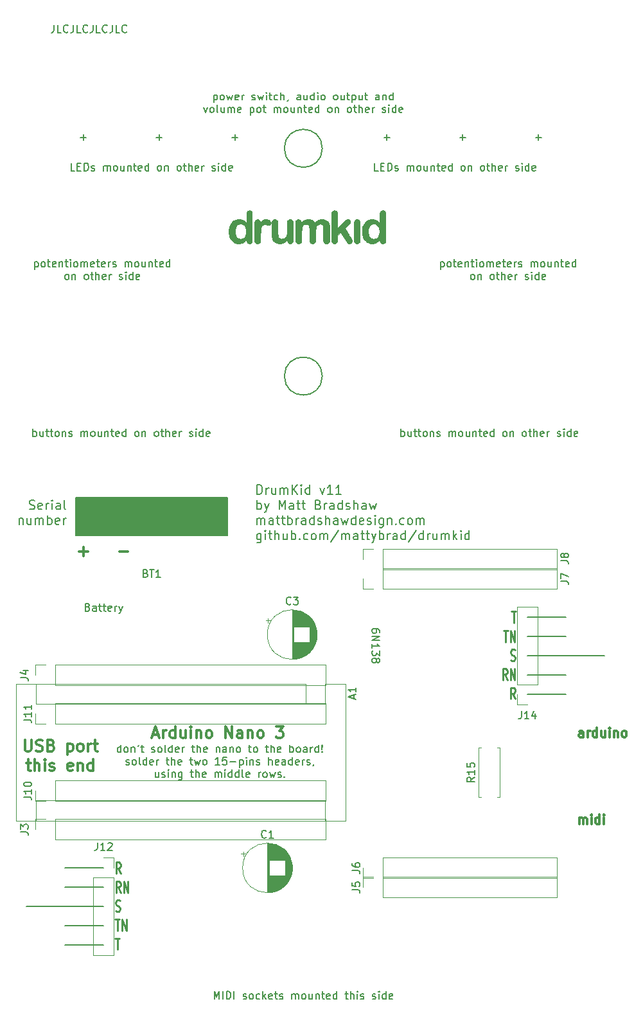
<source format=gbr>
G04 #@! TF.GenerationSoftware,KiCad,Pcbnew,(5.1.5)-3*
G04 #@! TF.CreationDate,2021-09-02T10:53:32+01:00*
G04 #@! TF.ProjectId,drumkid,6472756d-6b69-4642-9e6b-696361645f70,rev?*
G04 #@! TF.SameCoordinates,Original*
G04 #@! TF.FileFunction,Legend,Top*
G04 #@! TF.FilePolarity,Positive*
%FSLAX46Y46*%
G04 Gerber Fmt 4.6, Leading zero omitted, Abs format (unit mm)*
G04 Created by KiCad (PCBNEW (5.1.5)-3) date 2021-09-02 10:53:32*
%MOMM*%
%LPD*%
G04 APERTURE LIST*
%ADD10C,0.150000*%
%ADD11C,0.250000*%
%ADD12C,0.200000*%
%ADD13C,0.300000*%
%ADD14C,0.120000*%
%ADD15C,0.010000*%
G04 APERTURE END LIST*
D10*
X75952380Y-129552380D02*
X75952380Y-128552380D01*
X75952380Y-129504761D02*
X75857142Y-129552380D01*
X75666666Y-129552380D01*
X75571428Y-129504761D01*
X75523809Y-129457142D01*
X75476190Y-129361904D01*
X75476190Y-129076190D01*
X75523809Y-128980952D01*
X75571428Y-128933333D01*
X75666666Y-128885714D01*
X75857142Y-128885714D01*
X75952380Y-128933333D01*
X76571428Y-129552380D02*
X76476190Y-129504761D01*
X76428571Y-129457142D01*
X76380952Y-129361904D01*
X76380952Y-129076190D01*
X76428571Y-128980952D01*
X76476190Y-128933333D01*
X76571428Y-128885714D01*
X76714285Y-128885714D01*
X76809523Y-128933333D01*
X76857142Y-128980952D01*
X76904761Y-129076190D01*
X76904761Y-129361904D01*
X76857142Y-129457142D01*
X76809523Y-129504761D01*
X76714285Y-129552380D01*
X76571428Y-129552380D01*
X77333333Y-128885714D02*
X77333333Y-129552380D01*
X77333333Y-128980952D02*
X77380952Y-128933333D01*
X77476190Y-128885714D01*
X77619047Y-128885714D01*
X77714285Y-128933333D01*
X77761904Y-129028571D01*
X77761904Y-129552380D01*
X78285714Y-128552380D02*
X78190476Y-128742857D01*
X78571428Y-128885714D02*
X78952380Y-128885714D01*
X78714285Y-128552380D02*
X78714285Y-129409523D01*
X78761904Y-129504761D01*
X78857142Y-129552380D01*
X78952380Y-129552380D01*
X80000000Y-129504761D02*
X80095238Y-129552380D01*
X80285714Y-129552380D01*
X80380952Y-129504761D01*
X80428571Y-129409523D01*
X80428571Y-129361904D01*
X80380952Y-129266666D01*
X80285714Y-129219047D01*
X80142857Y-129219047D01*
X80047619Y-129171428D01*
X80000000Y-129076190D01*
X80000000Y-129028571D01*
X80047619Y-128933333D01*
X80142857Y-128885714D01*
X80285714Y-128885714D01*
X80380952Y-128933333D01*
X81000000Y-129552380D02*
X80904761Y-129504761D01*
X80857142Y-129457142D01*
X80809523Y-129361904D01*
X80809523Y-129076190D01*
X80857142Y-128980952D01*
X80904761Y-128933333D01*
X81000000Y-128885714D01*
X81142857Y-128885714D01*
X81238095Y-128933333D01*
X81285714Y-128980952D01*
X81333333Y-129076190D01*
X81333333Y-129361904D01*
X81285714Y-129457142D01*
X81238095Y-129504761D01*
X81142857Y-129552380D01*
X81000000Y-129552380D01*
X81904761Y-129552380D02*
X81809523Y-129504761D01*
X81761904Y-129409523D01*
X81761904Y-128552380D01*
X82714285Y-129552380D02*
X82714285Y-128552380D01*
X82714285Y-129504761D02*
X82619047Y-129552380D01*
X82428571Y-129552380D01*
X82333333Y-129504761D01*
X82285714Y-129457142D01*
X82238095Y-129361904D01*
X82238095Y-129076190D01*
X82285714Y-128980952D01*
X82333333Y-128933333D01*
X82428571Y-128885714D01*
X82619047Y-128885714D01*
X82714285Y-128933333D01*
X83571428Y-129504761D02*
X83476190Y-129552380D01*
X83285714Y-129552380D01*
X83190476Y-129504761D01*
X83142857Y-129409523D01*
X83142857Y-129028571D01*
X83190476Y-128933333D01*
X83285714Y-128885714D01*
X83476190Y-128885714D01*
X83571428Y-128933333D01*
X83619047Y-129028571D01*
X83619047Y-129123809D01*
X83142857Y-129219047D01*
X84047619Y-129552380D02*
X84047619Y-128885714D01*
X84047619Y-129076190D02*
X84095238Y-128980952D01*
X84142857Y-128933333D01*
X84238095Y-128885714D01*
X84333333Y-128885714D01*
X85285714Y-128885714D02*
X85666666Y-128885714D01*
X85428571Y-128552380D02*
X85428571Y-129409523D01*
X85476190Y-129504761D01*
X85571428Y-129552380D01*
X85666666Y-129552380D01*
X86000000Y-129552380D02*
X86000000Y-128552380D01*
X86428571Y-129552380D02*
X86428571Y-129028571D01*
X86380952Y-128933333D01*
X86285714Y-128885714D01*
X86142857Y-128885714D01*
X86047619Y-128933333D01*
X86000000Y-128980952D01*
X87285714Y-129504761D02*
X87190476Y-129552380D01*
X87000000Y-129552380D01*
X86904761Y-129504761D01*
X86857142Y-129409523D01*
X86857142Y-129028571D01*
X86904761Y-128933333D01*
X87000000Y-128885714D01*
X87190476Y-128885714D01*
X87285714Y-128933333D01*
X87333333Y-129028571D01*
X87333333Y-129123809D01*
X86857142Y-129219047D01*
X88523809Y-128885714D02*
X88523809Y-129552380D01*
X88523809Y-128980952D02*
X88571428Y-128933333D01*
X88666666Y-128885714D01*
X88809523Y-128885714D01*
X88904761Y-128933333D01*
X88952380Y-129028571D01*
X88952380Y-129552380D01*
X89857142Y-129552380D02*
X89857142Y-129028571D01*
X89809523Y-128933333D01*
X89714285Y-128885714D01*
X89523809Y-128885714D01*
X89428571Y-128933333D01*
X89857142Y-129504761D02*
X89761904Y-129552380D01*
X89523809Y-129552380D01*
X89428571Y-129504761D01*
X89380952Y-129409523D01*
X89380952Y-129314285D01*
X89428571Y-129219047D01*
X89523809Y-129171428D01*
X89761904Y-129171428D01*
X89857142Y-129123809D01*
X90333333Y-128885714D02*
X90333333Y-129552380D01*
X90333333Y-128980952D02*
X90380952Y-128933333D01*
X90476190Y-128885714D01*
X90619047Y-128885714D01*
X90714285Y-128933333D01*
X90761904Y-129028571D01*
X90761904Y-129552380D01*
X91380952Y-129552380D02*
X91285714Y-129504761D01*
X91238095Y-129457142D01*
X91190476Y-129361904D01*
X91190476Y-129076190D01*
X91238095Y-128980952D01*
X91285714Y-128933333D01*
X91380952Y-128885714D01*
X91523809Y-128885714D01*
X91619047Y-128933333D01*
X91666666Y-128980952D01*
X91714285Y-129076190D01*
X91714285Y-129361904D01*
X91666666Y-129457142D01*
X91619047Y-129504761D01*
X91523809Y-129552380D01*
X91380952Y-129552380D01*
X92761904Y-128885714D02*
X93142857Y-128885714D01*
X92904761Y-128552380D02*
X92904761Y-129409523D01*
X92952380Y-129504761D01*
X93047619Y-129552380D01*
X93142857Y-129552380D01*
X93619047Y-129552380D02*
X93523809Y-129504761D01*
X93476190Y-129457142D01*
X93428571Y-129361904D01*
X93428571Y-129076190D01*
X93476190Y-128980952D01*
X93523809Y-128933333D01*
X93619047Y-128885714D01*
X93761904Y-128885714D01*
X93857142Y-128933333D01*
X93904761Y-128980952D01*
X93952380Y-129076190D01*
X93952380Y-129361904D01*
X93904761Y-129457142D01*
X93857142Y-129504761D01*
X93761904Y-129552380D01*
X93619047Y-129552380D01*
X95000000Y-128885714D02*
X95380952Y-128885714D01*
X95142857Y-128552380D02*
X95142857Y-129409523D01*
X95190476Y-129504761D01*
X95285714Y-129552380D01*
X95380952Y-129552380D01*
X95714285Y-129552380D02*
X95714285Y-128552380D01*
X96142857Y-129552380D02*
X96142857Y-129028571D01*
X96095238Y-128933333D01*
X95999999Y-128885714D01*
X95857142Y-128885714D01*
X95761904Y-128933333D01*
X95714285Y-128980952D01*
X96999999Y-129504761D02*
X96904761Y-129552380D01*
X96714285Y-129552380D01*
X96619047Y-129504761D01*
X96571428Y-129409523D01*
X96571428Y-129028571D01*
X96619047Y-128933333D01*
X96714285Y-128885714D01*
X96904761Y-128885714D01*
X96999999Y-128933333D01*
X97047619Y-129028571D01*
X97047619Y-129123809D01*
X96571428Y-129219047D01*
X98238095Y-129552380D02*
X98238095Y-128552380D01*
X98238095Y-128933333D02*
X98333333Y-128885714D01*
X98523809Y-128885714D01*
X98619047Y-128933333D01*
X98666666Y-128980952D01*
X98714285Y-129076190D01*
X98714285Y-129361904D01*
X98666666Y-129457142D01*
X98619047Y-129504761D01*
X98523809Y-129552380D01*
X98333333Y-129552380D01*
X98238095Y-129504761D01*
X99285714Y-129552380D02*
X99190476Y-129504761D01*
X99142857Y-129457142D01*
X99095238Y-129361904D01*
X99095238Y-129076190D01*
X99142857Y-128980952D01*
X99190476Y-128933333D01*
X99285714Y-128885714D01*
X99428571Y-128885714D01*
X99523809Y-128933333D01*
X99571428Y-128980952D01*
X99619047Y-129076190D01*
X99619047Y-129361904D01*
X99571428Y-129457142D01*
X99523809Y-129504761D01*
X99428571Y-129552380D01*
X99285714Y-129552380D01*
X100476190Y-129552380D02*
X100476190Y-129028571D01*
X100428571Y-128933333D01*
X100333333Y-128885714D01*
X100142857Y-128885714D01*
X100047619Y-128933333D01*
X100476190Y-129504761D02*
X100380952Y-129552380D01*
X100142857Y-129552380D01*
X100047619Y-129504761D01*
X99999999Y-129409523D01*
X99999999Y-129314285D01*
X100047619Y-129219047D01*
X100142857Y-129171428D01*
X100380952Y-129171428D01*
X100476190Y-129123809D01*
X100952380Y-129552380D02*
X100952380Y-128885714D01*
X100952380Y-129076190D02*
X100999999Y-128980952D01*
X101047619Y-128933333D01*
X101142857Y-128885714D01*
X101238095Y-128885714D01*
X101999999Y-129552380D02*
X101999999Y-128552380D01*
X101999999Y-129504761D02*
X101904761Y-129552380D01*
X101714285Y-129552380D01*
X101619047Y-129504761D01*
X101571428Y-129457142D01*
X101523809Y-129361904D01*
X101523809Y-129076190D01*
X101571428Y-128980952D01*
X101619047Y-128933333D01*
X101714285Y-128885714D01*
X101904761Y-128885714D01*
X101999999Y-128933333D01*
X102476190Y-129457142D02*
X102523809Y-129504761D01*
X102476190Y-129552380D01*
X102428571Y-129504761D01*
X102476190Y-129457142D01*
X102476190Y-129552380D01*
X102476190Y-129171428D02*
X102428571Y-128600000D01*
X102476190Y-128552380D01*
X102523809Y-128600000D01*
X102476190Y-129171428D01*
X102476190Y-128552380D01*
X76642857Y-131154761D02*
X76738095Y-131202380D01*
X76928571Y-131202380D01*
X77023809Y-131154761D01*
X77071428Y-131059523D01*
X77071428Y-131011904D01*
X77023809Y-130916666D01*
X76928571Y-130869047D01*
X76785714Y-130869047D01*
X76690476Y-130821428D01*
X76642857Y-130726190D01*
X76642857Y-130678571D01*
X76690476Y-130583333D01*
X76785714Y-130535714D01*
X76928571Y-130535714D01*
X77023809Y-130583333D01*
X77642857Y-131202380D02*
X77547619Y-131154761D01*
X77500000Y-131107142D01*
X77452380Y-131011904D01*
X77452380Y-130726190D01*
X77500000Y-130630952D01*
X77547619Y-130583333D01*
X77642857Y-130535714D01*
X77785714Y-130535714D01*
X77880952Y-130583333D01*
X77928571Y-130630952D01*
X77976190Y-130726190D01*
X77976190Y-131011904D01*
X77928571Y-131107142D01*
X77880952Y-131154761D01*
X77785714Y-131202380D01*
X77642857Y-131202380D01*
X78547619Y-131202380D02*
X78452380Y-131154761D01*
X78404761Y-131059523D01*
X78404761Y-130202380D01*
X79357142Y-131202380D02*
X79357142Y-130202380D01*
X79357142Y-131154761D02*
X79261904Y-131202380D01*
X79071428Y-131202380D01*
X78976190Y-131154761D01*
X78928571Y-131107142D01*
X78880952Y-131011904D01*
X78880952Y-130726190D01*
X78928571Y-130630952D01*
X78976190Y-130583333D01*
X79071428Y-130535714D01*
X79261904Y-130535714D01*
X79357142Y-130583333D01*
X80214285Y-131154761D02*
X80119047Y-131202380D01*
X79928571Y-131202380D01*
X79833333Y-131154761D01*
X79785714Y-131059523D01*
X79785714Y-130678571D01*
X79833333Y-130583333D01*
X79928571Y-130535714D01*
X80119047Y-130535714D01*
X80214285Y-130583333D01*
X80261904Y-130678571D01*
X80261904Y-130773809D01*
X79785714Y-130869047D01*
X80690476Y-131202380D02*
X80690476Y-130535714D01*
X80690476Y-130726190D02*
X80738095Y-130630952D01*
X80785714Y-130583333D01*
X80880952Y-130535714D01*
X80976190Y-130535714D01*
X81928571Y-130535714D02*
X82309523Y-130535714D01*
X82071428Y-130202380D02*
X82071428Y-131059523D01*
X82119047Y-131154761D01*
X82214285Y-131202380D01*
X82309523Y-131202380D01*
X82642857Y-131202380D02*
X82642857Y-130202380D01*
X83071428Y-131202380D02*
X83071428Y-130678571D01*
X83023809Y-130583333D01*
X82928571Y-130535714D01*
X82785714Y-130535714D01*
X82690476Y-130583333D01*
X82642857Y-130630952D01*
X83928571Y-131154761D02*
X83833333Y-131202380D01*
X83642857Y-131202380D01*
X83547619Y-131154761D01*
X83500000Y-131059523D01*
X83500000Y-130678571D01*
X83547619Y-130583333D01*
X83642857Y-130535714D01*
X83833333Y-130535714D01*
X83928571Y-130583333D01*
X83976190Y-130678571D01*
X83976190Y-130773809D01*
X83500000Y-130869047D01*
X85023809Y-130535714D02*
X85404761Y-130535714D01*
X85166666Y-130202380D02*
X85166666Y-131059523D01*
X85214285Y-131154761D01*
X85309523Y-131202380D01*
X85404761Y-131202380D01*
X85642857Y-130535714D02*
X85833333Y-131202380D01*
X86023809Y-130726190D01*
X86214285Y-131202380D01*
X86404761Y-130535714D01*
X86928571Y-131202380D02*
X86833333Y-131154761D01*
X86785714Y-131107142D01*
X86738095Y-131011904D01*
X86738095Y-130726190D01*
X86785714Y-130630952D01*
X86833333Y-130583333D01*
X86928571Y-130535714D01*
X87071428Y-130535714D01*
X87166666Y-130583333D01*
X87214285Y-130630952D01*
X87261904Y-130726190D01*
X87261904Y-131011904D01*
X87214285Y-131107142D01*
X87166666Y-131154761D01*
X87071428Y-131202380D01*
X86928571Y-131202380D01*
X88976190Y-131202380D02*
X88404761Y-131202380D01*
X88690476Y-131202380D02*
X88690476Y-130202380D01*
X88595238Y-130345238D01*
X88500000Y-130440476D01*
X88404761Y-130488095D01*
X89880952Y-130202380D02*
X89404761Y-130202380D01*
X89357142Y-130678571D01*
X89404761Y-130630952D01*
X89500000Y-130583333D01*
X89738095Y-130583333D01*
X89833333Y-130630952D01*
X89880952Y-130678571D01*
X89928571Y-130773809D01*
X89928571Y-131011904D01*
X89880952Y-131107142D01*
X89833333Y-131154761D01*
X89738095Y-131202380D01*
X89500000Y-131202380D01*
X89404761Y-131154761D01*
X89357142Y-131107142D01*
X90357142Y-130821428D02*
X91119047Y-130821428D01*
X91595238Y-130535714D02*
X91595238Y-131535714D01*
X91595238Y-130583333D02*
X91690476Y-130535714D01*
X91880952Y-130535714D01*
X91976190Y-130583333D01*
X92023809Y-130630952D01*
X92071428Y-130726190D01*
X92071428Y-131011904D01*
X92023809Y-131107142D01*
X91976190Y-131154761D01*
X91880952Y-131202380D01*
X91690476Y-131202380D01*
X91595238Y-131154761D01*
X92500000Y-131202380D02*
X92500000Y-130535714D01*
X92500000Y-130202380D02*
X92452380Y-130250000D01*
X92500000Y-130297619D01*
X92547619Y-130250000D01*
X92500000Y-130202380D01*
X92500000Y-130297619D01*
X92976190Y-130535714D02*
X92976190Y-131202380D01*
X92976190Y-130630952D02*
X93023809Y-130583333D01*
X93119047Y-130535714D01*
X93261904Y-130535714D01*
X93357142Y-130583333D01*
X93404761Y-130678571D01*
X93404761Y-131202380D01*
X93833333Y-131154761D02*
X93928571Y-131202380D01*
X94119047Y-131202380D01*
X94214285Y-131154761D01*
X94261904Y-131059523D01*
X94261904Y-131011904D01*
X94214285Y-130916666D01*
X94119047Y-130869047D01*
X93976190Y-130869047D01*
X93880952Y-130821428D01*
X93833333Y-130726190D01*
X93833333Y-130678571D01*
X93880952Y-130583333D01*
X93976190Y-130535714D01*
X94119047Y-130535714D01*
X94214285Y-130583333D01*
X95452380Y-131202380D02*
X95452380Y-130202380D01*
X95880952Y-131202380D02*
X95880952Y-130678571D01*
X95833333Y-130583333D01*
X95738095Y-130535714D01*
X95595238Y-130535714D01*
X95500000Y-130583333D01*
X95452380Y-130630952D01*
X96738095Y-131154761D02*
X96642857Y-131202380D01*
X96452380Y-131202380D01*
X96357142Y-131154761D01*
X96309523Y-131059523D01*
X96309523Y-130678571D01*
X96357142Y-130583333D01*
X96452380Y-130535714D01*
X96642857Y-130535714D01*
X96738095Y-130583333D01*
X96785714Y-130678571D01*
X96785714Y-130773809D01*
X96309523Y-130869047D01*
X97642857Y-131202380D02*
X97642857Y-130678571D01*
X97595238Y-130583333D01*
X97500000Y-130535714D01*
X97309523Y-130535714D01*
X97214285Y-130583333D01*
X97642857Y-131154761D02*
X97547619Y-131202380D01*
X97309523Y-131202380D01*
X97214285Y-131154761D01*
X97166666Y-131059523D01*
X97166666Y-130964285D01*
X97214285Y-130869047D01*
X97309523Y-130821428D01*
X97547619Y-130821428D01*
X97642857Y-130773809D01*
X98547619Y-131202380D02*
X98547619Y-130202380D01*
X98547619Y-131154761D02*
X98452380Y-131202380D01*
X98261904Y-131202380D01*
X98166666Y-131154761D01*
X98119047Y-131107142D01*
X98071428Y-131011904D01*
X98071428Y-130726190D01*
X98119047Y-130630952D01*
X98166666Y-130583333D01*
X98261904Y-130535714D01*
X98452380Y-130535714D01*
X98547619Y-130583333D01*
X99404761Y-131154761D02*
X99309523Y-131202380D01*
X99119047Y-131202380D01*
X99023809Y-131154761D01*
X98976190Y-131059523D01*
X98976190Y-130678571D01*
X99023809Y-130583333D01*
X99119047Y-130535714D01*
X99309523Y-130535714D01*
X99404761Y-130583333D01*
X99452380Y-130678571D01*
X99452380Y-130773809D01*
X98976190Y-130869047D01*
X99880952Y-131202380D02*
X99880952Y-130535714D01*
X99880952Y-130726190D02*
X99928571Y-130630952D01*
X99976190Y-130583333D01*
X100071428Y-130535714D01*
X100166666Y-130535714D01*
X100452380Y-131154761D02*
X100547619Y-131202380D01*
X100738095Y-131202380D01*
X100833333Y-131154761D01*
X100880952Y-131059523D01*
X100880952Y-131011904D01*
X100833333Y-130916666D01*
X100738095Y-130869047D01*
X100595238Y-130869047D01*
X100500000Y-130821428D01*
X100452380Y-130726190D01*
X100452380Y-130678571D01*
X100500000Y-130583333D01*
X100595238Y-130535714D01*
X100738095Y-130535714D01*
X100833333Y-130583333D01*
X101357142Y-131154761D02*
X101357142Y-131202380D01*
X101309523Y-131297619D01*
X101261904Y-131345238D01*
X80928571Y-132185714D02*
X80928571Y-132852380D01*
X80500000Y-132185714D02*
X80500000Y-132709523D01*
X80547619Y-132804761D01*
X80642857Y-132852380D01*
X80785714Y-132852380D01*
X80880952Y-132804761D01*
X80928571Y-132757142D01*
X81357142Y-132804761D02*
X81452380Y-132852380D01*
X81642857Y-132852380D01*
X81738095Y-132804761D01*
X81785714Y-132709523D01*
X81785714Y-132661904D01*
X81738095Y-132566666D01*
X81642857Y-132519047D01*
X81500000Y-132519047D01*
X81404761Y-132471428D01*
X81357142Y-132376190D01*
X81357142Y-132328571D01*
X81404761Y-132233333D01*
X81500000Y-132185714D01*
X81642857Y-132185714D01*
X81738095Y-132233333D01*
X82214285Y-132852380D02*
X82214285Y-132185714D01*
X82214285Y-131852380D02*
X82166666Y-131900000D01*
X82214285Y-131947619D01*
X82261904Y-131900000D01*
X82214285Y-131852380D01*
X82214285Y-131947619D01*
X82690476Y-132185714D02*
X82690476Y-132852380D01*
X82690476Y-132280952D02*
X82738095Y-132233333D01*
X82833333Y-132185714D01*
X82976190Y-132185714D01*
X83071428Y-132233333D01*
X83119047Y-132328571D01*
X83119047Y-132852380D01*
X84023809Y-132185714D02*
X84023809Y-132995238D01*
X83976190Y-133090476D01*
X83928571Y-133138095D01*
X83833333Y-133185714D01*
X83690476Y-133185714D01*
X83595238Y-133138095D01*
X84023809Y-132804761D02*
X83928571Y-132852380D01*
X83738095Y-132852380D01*
X83642857Y-132804761D01*
X83595238Y-132757142D01*
X83547619Y-132661904D01*
X83547619Y-132376190D01*
X83595238Y-132280952D01*
X83642857Y-132233333D01*
X83738095Y-132185714D01*
X83928571Y-132185714D01*
X84023809Y-132233333D01*
X85119047Y-132185714D02*
X85500000Y-132185714D01*
X85261904Y-131852380D02*
X85261904Y-132709523D01*
X85309523Y-132804761D01*
X85404761Y-132852380D01*
X85500000Y-132852380D01*
X85833333Y-132852380D02*
X85833333Y-131852380D01*
X86261904Y-132852380D02*
X86261904Y-132328571D01*
X86214285Y-132233333D01*
X86119047Y-132185714D01*
X85976190Y-132185714D01*
X85880952Y-132233333D01*
X85833333Y-132280952D01*
X87119047Y-132804761D02*
X87023809Y-132852380D01*
X86833333Y-132852380D01*
X86738095Y-132804761D01*
X86690476Y-132709523D01*
X86690476Y-132328571D01*
X86738095Y-132233333D01*
X86833333Y-132185714D01*
X87023809Y-132185714D01*
X87119047Y-132233333D01*
X87166666Y-132328571D01*
X87166666Y-132423809D01*
X86690476Y-132519047D01*
X88357142Y-132852380D02*
X88357142Y-132185714D01*
X88357142Y-132280952D02*
X88404761Y-132233333D01*
X88500000Y-132185714D01*
X88642857Y-132185714D01*
X88738095Y-132233333D01*
X88785714Y-132328571D01*
X88785714Y-132852380D01*
X88785714Y-132328571D02*
X88833333Y-132233333D01*
X88928571Y-132185714D01*
X89071428Y-132185714D01*
X89166666Y-132233333D01*
X89214285Y-132328571D01*
X89214285Y-132852380D01*
X89690476Y-132852380D02*
X89690476Y-132185714D01*
X89690476Y-131852380D02*
X89642857Y-131900000D01*
X89690476Y-131947619D01*
X89738095Y-131900000D01*
X89690476Y-131852380D01*
X89690476Y-131947619D01*
X90595238Y-132852380D02*
X90595238Y-131852380D01*
X90595238Y-132804761D02*
X90500000Y-132852380D01*
X90309523Y-132852380D01*
X90214285Y-132804761D01*
X90166666Y-132757142D01*
X90119047Y-132661904D01*
X90119047Y-132376190D01*
X90166666Y-132280952D01*
X90214285Y-132233333D01*
X90309523Y-132185714D01*
X90500000Y-132185714D01*
X90595238Y-132233333D01*
X91500000Y-132852380D02*
X91500000Y-131852380D01*
X91500000Y-132804761D02*
X91404761Y-132852380D01*
X91214285Y-132852380D01*
X91119047Y-132804761D01*
X91071428Y-132757142D01*
X91023809Y-132661904D01*
X91023809Y-132376190D01*
X91071428Y-132280952D01*
X91119047Y-132233333D01*
X91214285Y-132185714D01*
X91404761Y-132185714D01*
X91500000Y-132233333D01*
X92119047Y-132852380D02*
X92023809Y-132804761D01*
X91976190Y-132709523D01*
X91976190Y-131852380D01*
X92880952Y-132804761D02*
X92785714Y-132852380D01*
X92595238Y-132852380D01*
X92500000Y-132804761D01*
X92452380Y-132709523D01*
X92452380Y-132328571D01*
X92500000Y-132233333D01*
X92595238Y-132185714D01*
X92785714Y-132185714D01*
X92880952Y-132233333D01*
X92928571Y-132328571D01*
X92928571Y-132423809D01*
X92452380Y-132519047D01*
X94119047Y-132852380D02*
X94119047Y-132185714D01*
X94119047Y-132376190D02*
X94166666Y-132280952D01*
X94214285Y-132233333D01*
X94309523Y-132185714D01*
X94404761Y-132185714D01*
X94880952Y-132852380D02*
X94785714Y-132804761D01*
X94738095Y-132757142D01*
X94690476Y-132661904D01*
X94690476Y-132376190D01*
X94738095Y-132280952D01*
X94785714Y-132233333D01*
X94880952Y-132185714D01*
X95023809Y-132185714D01*
X95119047Y-132233333D01*
X95166666Y-132280952D01*
X95214285Y-132376190D01*
X95214285Y-132661904D01*
X95166666Y-132757142D01*
X95119047Y-132804761D01*
X95023809Y-132852380D01*
X94880952Y-132852380D01*
X95547619Y-132185714D02*
X95738095Y-132852380D01*
X95928571Y-132376190D01*
X96119047Y-132852380D01*
X96309523Y-132185714D01*
X96642857Y-132804761D02*
X96738095Y-132852380D01*
X96928571Y-132852380D01*
X97023809Y-132804761D01*
X97071428Y-132709523D01*
X97071428Y-132661904D01*
X97023809Y-132566666D01*
X96928571Y-132519047D01*
X96785714Y-132519047D01*
X96690476Y-132471428D01*
X96642857Y-132376190D01*
X96642857Y-132328571D01*
X96690476Y-132233333D01*
X96785714Y-132185714D01*
X96928571Y-132185714D01*
X97023809Y-132233333D01*
X97500000Y-132757142D02*
X97547619Y-132804761D01*
X97500000Y-132852380D01*
X97452380Y-132804761D01*
X97500000Y-132757142D01*
X97500000Y-132852380D01*
X88261904Y-162052380D02*
X88261904Y-161052380D01*
X88595238Y-161766666D01*
X88928571Y-161052380D01*
X88928571Y-162052380D01*
X89404761Y-162052380D02*
X89404761Y-161052380D01*
X89880952Y-162052380D02*
X89880952Y-161052380D01*
X90119047Y-161052380D01*
X90261904Y-161100000D01*
X90357142Y-161195238D01*
X90404761Y-161290476D01*
X90452380Y-161480952D01*
X90452380Y-161623809D01*
X90404761Y-161814285D01*
X90357142Y-161909523D01*
X90261904Y-162004761D01*
X90119047Y-162052380D01*
X89880952Y-162052380D01*
X90880952Y-162052380D02*
X90880952Y-161052380D01*
X92071428Y-162004761D02*
X92166666Y-162052380D01*
X92357142Y-162052380D01*
X92452380Y-162004761D01*
X92500000Y-161909523D01*
X92500000Y-161861904D01*
X92452380Y-161766666D01*
X92357142Y-161719047D01*
X92214285Y-161719047D01*
X92119047Y-161671428D01*
X92071428Y-161576190D01*
X92071428Y-161528571D01*
X92119047Y-161433333D01*
X92214285Y-161385714D01*
X92357142Y-161385714D01*
X92452380Y-161433333D01*
X93071428Y-162052380D02*
X92976190Y-162004761D01*
X92928571Y-161957142D01*
X92880952Y-161861904D01*
X92880952Y-161576190D01*
X92928571Y-161480952D01*
X92976190Y-161433333D01*
X93071428Y-161385714D01*
X93214285Y-161385714D01*
X93309523Y-161433333D01*
X93357142Y-161480952D01*
X93404761Y-161576190D01*
X93404761Y-161861904D01*
X93357142Y-161957142D01*
X93309523Y-162004761D01*
X93214285Y-162052380D01*
X93071428Y-162052380D01*
X94261904Y-162004761D02*
X94166666Y-162052380D01*
X93976190Y-162052380D01*
X93880952Y-162004761D01*
X93833333Y-161957142D01*
X93785714Y-161861904D01*
X93785714Y-161576190D01*
X93833333Y-161480952D01*
X93880952Y-161433333D01*
X93976190Y-161385714D01*
X94166666Y-161385714D01*
X94261904Y-161433333D01*
X94690476Y-162052380D02*
X94690476Y-161052380D01*
X94785714Y-161671428D02*
X95071428Y-162052380D01*
X95071428Y-161385714D02*
X94690476Y-161766666D01*
X95880952Y-162004761D02*
X95785714Y-162052380D01*
X95595238Y-162052380D01*
X95500000Y-162004761D01*
X95452380Y-161909523D01*
X95452380Y-161528571D01*
X95500000Y-161433333D01*
X95595238Y-161385714D01*
X95785714Y-161385714D01*
X95880952Y-161433333D01*
X95928571Y-161528571D01*
X95928571Y-161623809D01*
X95452380Y-161719047D01*
X96214285Y-161385714D02*
X96595238Y-161385714D01*
X96357142Y-161052380D02*
X96357142Y-161909523D01*
X96404761Y-162004761D01*
X96500000Y-162052380D01*
X96595238Y-162052380D01*
X96880952Y-162004761D02*
X96976190Y-162052380D01*
X97166666Y-162052380D01*
X97261904Y-162004761D01*
X97309523Y-161909523D01*
X97309523Y-161861904D01*
X97261904Y-161766666D01*
X97166666Y-161719047D01*
X97023809Y-161719047D01*
X96928571Y-161671428D01*
X96880952Y-161576190D01*
X96880952Y-161528571D01*
X96928571Y-161433333D01*
X97023809Y-161385714D01*
X97166666Y-161385714D01*
X97261904Y-161433333D01*
X98500000Y-162052380D02*
X98500000Y-161385714D01*
X98500000Y-161480952D02*
X98547619Y-161433333D01*
X98642857Y-161385714D01*
X98785714Y-161385714D01*
X98880952Y-161433333D01*
X98928571Y-161528571D01*
X98928571Y-162052380D01*
X98928571Y-161528571D02*
X98976190Y-161433333D01*
X99071428Y-161385714D01*
X99214285Y-161385714D01*
X99309523Y-161433333D01*
X99357142Y-161528571D01*
X99357142Y-162052380D01*
X99976190Y-162052380D02*
X99880952Y-162004761D01*
X99833333Y-161957142D01*
X99785714Y-161861904D01*
X99785714Y-161576190D01*
X99833333Y-161480952D01*
X99880952Y-161433333D01*
X99976190Y-161385714D01*
X100119047Y-161385714D01*
X100214285Y-161433333D01*
X100261904Y-161480952D01*
X100309523Y-161576190D01*
X100309523Y-161861904D01*
X100261904Y-161957142D01*
X100214285Y-162004761D01*
X100119047Y-162052380D01*
X99976190Y-162052380D01*
X101166666Y-161385714D02*
X101166666Y-162052380D01*
X100738095Y-161385714D02*
X100738095Y-161909523D01*
X100785714Y-162004761D01*
X100880952Y-162052380D01*
X101023809Y-162052380D01*
X101119047Y-162004761D01*
X101166666Y-161957142D01*
X101642857Y-161385714D02*
X101642857Y-162052380D01*
X101642857Y-161480952D02*
X101690476Y-161433333D01*
X101785714Y-161385714D01*
X101928571Y-161385714D01*
X102023809Y-161433333D01*
X102071428Y-161528571D01*
X102071428Y-162052380D01*
X102404761Y-161385714D02*
X102785714Y-161385714D01*
X102547619Y-161052380D02*
X102547619Y-161909523D01*
X102595238Y-162004761D01*
X102690476Y-162052380D01*
X102785714Y-162052380D01*
X103500000Y-162004761D02*
X103404761Y-162052380D01*
X103214285Y-162052380D01*
X103119047Y-162004761D01*
X103071428Y-161909523D01*
X103071428Y-161528571D01*
X103119047Y-161433333D01*
X103214285Y-161385714D01*
X103404761Y-161385714D01*
X103500000Y-161433333D01*
X103547619Y-161528571D01*
X103547619Y-161623809D01*
X103071428Y-161719047D01*
X104404761Y-162052380D02*
X104404761Y-161052380D01*
X104404761Y-162004761D02*
X104309523Y-162052380D01*
X104119047Y-162052380D01*
X104023809Y-162004761D01*
X103976190Y-161957142D01*
X103928571Y-161861904D01*
X103928571Y-161576190D01*
X103976190Y-161480952D01*
X104023809Y-161433333D01*
X104119047Y-161385714D01*
X104309523Y-161385714D01*
X104404761Y-161433333D01*
X105500000Y-161385714D02*
X105880952Y-161385714D01*
X105642857Y-161052380D02*
X105642857Y-161909523D01*
X105690476Y-162004761D01*
X105785714Y-162052380D01*
X105880952Y-162052380D01*
X106214285Y-162052380D02*
X106214285Y-161052380D01*
X106642857Y-162052380D02*
X106642857Y-161528571D01*
X106595238Y-161433333D01*
X106500000Y-161385714D01*
X106357142Y-161385714D01*
X106261904Y-161433333D01*
X106214285Y-161480952D01*
X107119047Y-162052380D02*
X107119047Y-161385714D01*
X107119047Y-161052380D02*
X107071428Y-161100000D01*
X107119047Y-161147619D01*
X107166666Y-161100000D01*
X107119047Y-161052380D01*
X107119047Y-161147619D01*
X107547619Y-162004761D02*
X107642857Y-162052380D01*
X107833333Y-162052380D01*
X107928571Y-162004761D01*
X107976190Y-161909523D01*
X107976190Y-161861904D01*
X107928571Y-161766666D01*
X107833333Y-161719047D01*
X107690476Y-161719047D01*
X107595238Y-161671428D01*
X107547619Y-161576190D01*
X107547619Y-161528571D01*
X107595238Y-161433333D01*
X107690476Y-161385714D01*
X107833333Y-161385714D01*
X107928571Y-161433333D01*
X109119047Y-162004761D02*
X109214285Y-162052380D01*
X109404761Y-162052380D01*
X109500000Y-162004761D01*
X109547619Y-161909523D01*
X109547619Y-161861904D01*
X109500000Y-161766666D01*
X109404761Y-161719047D01*
X109261904Y-161719047D01*
X109166666Y-161671428D01*
X109119047Y-161576190D01*
X109119047Y-161528571D01*
X109166666Y-161433333D01*
X109261904Y-161385714D01*
X109404761Y-161385714D01*
X109500000Y-161433333D01*
X109976190Y-162052380D02*
X109976190Y-161385714D01*
X109976190Y-161052380D02*
X109928571Y-161100000D01*
X109976190Y-161147619D01*
X110023809Y-161100000D01*
X109976190Y-161052380D01*
X109976190Y-161147619D01*
X110880952Y-162052380D02*
X110880952Y-161052380D01*
X110880952Y-162004761D02*
X110785714Y-162052380D01*
X110595238Y-162052380D01*
X110500000Y-162004761D01*
X110452380Y-161957142D01*
X110404761Y-161861904D01*
X110404761Y-161576190D01*
X110452380Y-161480952D01*
X110500000Y-161433333D01*
X110595238Y-161385714D01*
X110785714Y-161385714D01*
X110880952Y-161433333D01*
X111738095Y-162004761D02*
X111642857Y-162052380D01*
X111452380Y-162052380D01*
X111357142Y-162004761D01*
X111309523Y-161909523D01*
X111309523Y-161528571D01*
X111357142Y-161433333D01*
X111452380Y-161385714D01*
X111642857Y-161385714D01*
X111738095Y-161433333D01*
X111785714Y-161528571D01*
X111785714Y-161623809D01*
X111309523Y-161719047D01*
X88190476Y-42960714D02*
X88190476Y-43960714D01*
X88190476Y-43008333D02*
X88285714Y-42960714D01*
X88476190Y-42960714D01*
X88571428Y-43008333D01*
X88619047Y-43055952D01*
X88666666Y-43151190D01*
X88666666Y-43436904D01*
X88619047Y-43532142D01*
X88571428Y-43579761D01*
X88476190Y-43627380D01*
X88285714Y-43627380D01*
X88190476Y-43579761D01*
X89238095Y-43627380D02*
X89142857Y-43579761D01*
X89095238Y-43532142D01*
X89047619Y-43436904D01*
X89047619Y-43151190D01*
X89095238Y-43055952D01*
X89142857Y-43008333D01*
X89238095Y-42960714D01*
X89380952Y-42960714D01*
X89476190Y-43008333D01*
X89523809Y-43055952D01*
X89571428Y-43151190D01*
X89571428Y-43436904D01*
X89523809Y-43532142D01*
X89476190Y-43579761D01*
X89380952Y-43627380D01*
X89238095Y-43627380D01*
X89904761Y-42960714D02*
X90095238Y-43627380D01*
X90285714Y-43151190D01*
X90476190Y-43627380D01*
X90666666Y-42960714D01*
X91428571Y-43579761D02*
X91333333Y-43627380D01*
X91142857Y-43627380D01*
X91047619Y-43579761D01*
X91000000Y-43484523D01*
X91000000Y-43103571D01*
X91047619Y-43008333D01*
X91142857Y-42960714D01*
X91333333Y-42960714D01*
X91428571Y-43008333D01*
X91476190Y-43103571D01*
X91476190Y-43198809D01*
X91000000Y-43294047D01*
X91904761Y-43627380D02*
X91904761Y-42960714D01*
X91904761Y-43151190D02*
X91952380Y-43055952D01*
X92000000Y-43008333D01*
X92095238Y-42960714D01*
X92190476Y-42960714D01*
X93238095Y-43579761D02*
X93333333Y-43627380D01*
X93523809Y-43627380D01*
X93619047Y-43579761D01*
X93666666Y-43484523D01*
X93666666Y-43436904D01*
X93619047Y-43341666D01*
X93523809Y-43294047D01*
X93380952Y-43294047D01*
X93285714Y-43246428D01*
X93238095Y-43151190D01*
X93238095Y-43103571D01*
X93285714Y-43008333D01*
X93380952Y-42960714D01*
X93523809Y-42960714D01*
X93619047Y-43008333D01*
X94000000Y-42960714D02*
X94190476Y-43627380D01*
X94380952Y-43151190D01*
X94571428Y-43627380D01*
X94761904Y-42960714D01*
X95142857Y-43627380D02*
X95142857Y-42960714D01*
X95142857Y-42627380D02*
X95095238Y-42675000D01*
X95142857Y-42722619D01*
X95190476Y-42675000D01*
X95142857Y-42627380D01*
X95142857Y-42722619D01*
X95476190Y-42960714D02*
X95857142Y-42960714D01*
X95619047Y-42627380D02*
X95619047Y-43484523D01*
X95666666Y-43579761D01*
X95761904Y-43627380D01*
X95857142Y-43627380D01*
X96619047Y-43579761D02*
X96523809Y-43627380D01*
X96333333Y-43627380D01*
X96238095Y-43579761D01*
X96190476Y-43532142D01*
X96142857Y-43436904D01*
X96142857Y-43151190D01*
X96190476Y-43055952D01*
X96238095Y-43008333D01*
X96333333Y-42960714D01*
X96523809Y-42960714D01*
X96619047Y-43008333D01*
X97047619Y-43627380D02*
X97047619Y-42627380D01*
X97476190Y-43627380D02*
X97476190Y-43103571D01*
X97428571Y-43008333D01*
X97333333Y-42960714D01*
X97190476Y-42960714D01*
X97095238Y-43008333D01*
X97047619Y-43055952D01*
X98000000Y-43579761D02*
X98000000Y-43627380D01*
X97952380Y-43722619D01*
X97904761Y-43770238D01*
X99619047Y-43627380D02*
X99619047Y-43103571D01*
X99571428Y-43008333D01*
X99476190Y-42960714D01*
X99285714Y-42960714D01*
X99190476Y-43008333D01*
X99619047Y-43579761D02*
X99523809Y-43627380D01*
X99285714Y-43627380D01*
X99190476Y-43579761D01*
X99142857Y-43484523D01*
X99142857Y-43389285D01*
X99190476Y-43294047D01*
X99285714Y-43246428D01*
X99523809Y-43246428D01*
X99619047Y-43198809D01*
X100523809Y-42960714D02*
X100523809Y-43627380D01*
X100095238Y-42960714D02*
X100095238Y-43484523D01*
X100142857Y-43579761D01*
X100238095Y-43627380D01*
X100380952Y-43627380D01*
X100476190Y-43579761D01*
X100523809Y-43532142D01*
X101428571Y-43627380D02*
X101428571Y-42627380D01*
X101428571Y-43579761D02*
X101333333Y-43627380D01*
X101142857Y-43627380D01*
X101047619Y-43579761D01*
X101000000Y-43532142D01*
X100952380Y-43436904D01*
X100952380Y-43151190D01*
X101000000Y-43055952D01*
X101047619Y-43008333D01*
X101142857Y-42960714D01*
X101333333Y-42960714D01*
X101428571Y-43008333D01*
X101904761Y-43627380D02*
X101904761Y-42960714D01*
X101904761Y-42627380D02*
X101857142Y-42675000D01*
X101904761Y-42722619D01*
X101952380Y-42675000D01*
X101904761Y-42627380D01*
X101904761Y-42722619D01*
X102523809Y-43627380D02*
X102428571Y-43579761D01*
X102380952Y-43532142D01*
X102333333Y-43436904D01*
X102333333Y-43151190D01*
X102380952Y-43055952D01*
X102428571Y-43008333D01*
X102523809Y-42960714D01*
X102666666Y-42960714D01*
X102761904Y-43008333D01*
X102809523Y-43055952D01*
X102857142Y-43151190D01*
X102857142Y-43436904D01*
X102809523Y-43532142D01*
X102761904Y-43579761D01*
X102666666Y-43627380D01*
X102523809Y-43627380D01*
X104190476Y-43627380D02*
X104095238Y-43579761D01*
X104047619Y-43532142D01*
X104000000Y-43436904D01*
X104000000Y-43151190D01*
X104047619Y-43055952D01*
X104095238Y-43008333D01*
X104190476Y-42960714D01*
X104333333Y-42960714D01*
X104428571Y-43008333D01*
X104476190Y-43055952D01*
X104523809Y-43151190D01*
X104523809Y-43436904D01*
X104476190Y-43532142D01*
X104428571Y-43579761D01*
X104333333Y-43627380D01*
X104190476Y-43627380D01*
X105380952Y-42960714D02*
X105380952Y-43627380D01*
X104952380Y-42960714D02*
X104952380Y-43484523D01*
X105000000Y-43579761D01*
X105095238Y-43627380D01*
X105238095Y-43627380D01*
X105333333Y-43579761D01*
X105380952Y-43532142D01*
X105714285Y-42960714D02*
X106095238Y-42960714D01*
X105857142Y-42627380D02*
X105857142Y-43484523D01*
X105904761Y-43579761D01*
X106000000Y-43627380D01*
X106095238Y-43627380D01*
X106428571Y-42960714D02*
X106428571Y-43960714D01*
X106428571Y-43008333D02*
X106523809Y-42960714D01*
X106714285Y-42960714D01*
X106809523Y-43008333D01*
X106857142Y-43055952D01*
X106904761Y-43151190D01*
X106904761Y-43436904D01*
X106857142Y-43532142D01*
X106809523Y-43579761D01*
X106714285Y-43627380D01*
X106523809Y-43627380D01*
X106428571Y-43579761D01*
X107761904Y-42960714D02*
X107761904Y-43627380D01*
X107333333Y-42960714D02*
X107333333Y-43484523D01*
X107380952Y-43579761D01*
X107476190Y-43627380D01*
X107619047Y-43627380D01*
X107714285Y-43579761D01*
X107761904Y-43532142D01*
X108095238Y-42960714D02*
X108476190Y-42960714D01*
X108238095Y-42627380D02*
X108238095Y-43484523D01*
X108285714Y-43579761D01*
X108380952Y-43627380D01*
X108476190Y-43627380D01*
X110000000Y-43627380D02*
X110000000Y-43103571D01*
X109952380Y-43008333D01*
X109857142Y-42960714D01*
X109666666Y-42960714D01*
X109571428Y-43008333D01*
X110000000Y-43579761D02*
X109904761Y-43627380D01*
X109666666Y-43627380D01*
X109571428Y-43579761D01*
X109523809Y-43484523D01*
X109523809Y-43389285D01*
X109571428Y-43294047D01*
X109666666Y-43246428D01*
X109904761Y-43246428D01*
X110000000Y-43198809D01*
X110476190Y-42960714D02*
X110476190Y-43627380D01*
X110476190Y-43055952D02*
X110523809Y-43008333D01*
X110619047Y-42960714D01*
X110761904Y-42960714D01*
X110857142Y-43008333D01*
X110904761Y-43103571D01*
X110904761Y-43627380D01*
X111809523Y-43627380D02*
X111809523Y-42627380D01*
X111809523Y-43579761D02*
X111714285Y-43627380D01*
X111523809Y-43627380D01*
X111428571Y-43579761D01*
X111380952Y-43532142D01*
X111333333Y-43436904D01*
X111333333Y-43151190D01*
X111380952Y-43055952D01*
X111428571Y-43008333D01*
X111523809Y-42960714D01*
X111714285Y-42960714D01*
X111809523Y-43008333D01*
X86857142Y-44610714D02*
X87095238Y-45277380D01*
X87333333Y-44610714D01*
X87857142Y-45277380D02*
X87761904Y-45229761D01*
X87714285Y-45182142D01*
X87666666Y-45086904D01*
X87666666Y-44801190D01*
X87714285Y-44705952D01*
X87761904Y-44658333D01*
X87857142Y-44610714D01*
X88000000Y-44610714D01*
X88095238Y-44658333D01*
X88142857Y-44705952D01*
X88190476Y-44801190D01*
X88190476Y-45086904D01*
X88142857Y-45182142D01*
X88095238Y-45229761D01*
X88000000Y-45277380D01*
X87857142Y-45277380D01*
X88761904Y-45277380D02*
X88666666Y-45229761D01*
X88619047Y-45134523D01*
X88619047Y-44277380D01*
X89571428Y-44610714D02*
X89571428Y-45277380D01*
X89142857Y-44610714D02*
X89142857Y-45134523D01*
X89190476Y-45229761D01*
X89285714Y-45277380D01*
X89428571Y-45277380D01*
X89523809Y-45229761D01*
X89571428Y-45182142D01*
X90047619Y-45277380D02*
X90047619Y-44610714D01*
X90047619Y-44705952D02*
X90095238Y-44658333D01*
X90190476Y-44610714D01*
X90333333Y-44610714D01*
X90428571Y-44658333D01*
X90476190Y-44753571D01*
X90476190Y-45277380D01*
X90476190Y-44753571D02*
X90523809Y-44658333D01*
X90619047Y-44610714D01*
X90761904Y-44610714D01*
X90857142Y-44658333D01*
X90904761Y-44753571D01*
X90904761Y-45277380D01*
X91761904Y-45229761D02*
X91666666Y-45277380D01*
X91476190Y-45277380D01*
X91380952Y-45229761D01*
X91333333Y-45134523D01*
X91333333Y-44753571D01*
X91380952Y-44658333D01*
X91476190Y-44610714D01*
X91666666Y-44610714D01*
X91761904Y-44658333D01*
X91809523Y-44753571D01*
X91809523Y-44848809D01*
X91333333Y-44944047D01*
X93000000Y-44610714D02*
X93000000Y-45610714D01*
X93000000Y-44658333D02*
X93095238Y-44610714D01*
X93285714Y-44610714D01*
X93380952Y-44658333D01*
X93428571Y-44705952D01*
X93476190Y-44801190D01*
X93476190Y-45086904D01*
X93428571Y-45182142D01*
X93380952Y-45229761D01*
X93285714Y-45277380D01*
X93095238Y-45277380D01*
X93000000Y-45229761D01*
X94047619Y-45277380D02*
X93952380Y-45229761D01*
X93904761Y-45182142D01*
X93857142Y-45086904D01*
X93857142Y-44801190D01*
X93904761Y-44705952D01*
X93952380Y-44658333D01*
X94047619Y-44610714D01*
X94190476Y-44610714D01*
X94285714Y-44658333D01*
X94333333Y-44705952D01*
X94380952Y-44801190D01*
X94380952Y-45086904D01*
X94333333Y-45182142D01*
X94285714Y-45229761D01*
X94190476Y-45277380D01*
X94047619Y-45277380D01*
X94666666Y-44610714D02*
X95047619Y-44610714D01*
X94809523Y-44277380D02*
X94809523Y-45134523D01*
X94857142Y-45229761D01*
X94952380Y-45277380D01*
X95047619Y-45277380D01*
X96142857Y-45277380D02*
X96142857Y-44610714D01*
X96142857Y-44705952D02*
X96190476Y-44658333D01*
X96285714Y-44610714D01*
X96428571Y-44610714D01*
X96523809Y-44658333D01*
X96571428Y-44753571D01*
X96571428Y-45277380D01*
X96571428Y-44753571D02*
X96619047Y-44658333D01*
X96714285Y-44610714D01*
X96857142Y-44610714D01*
X96952380Y-44658333D01*
X97000000Y-44753571D01*
X97000000Y-45277380D01*
X97619047Y-45277380D02*
X97523809Y-45229761D01*
X97476190Y-45182142D01*
X97428571Y-45086904D01*
X97428571Y-44801190D01*
X97476190Y-44705952D01*
X97523809Y-44658333D01*
X97619047Y-44610714D01*
X97761904Y-44610714D01*
X97857142Y-44658333D01*
X97904761Y-44705952D01*
X97952380Y-44801190D01*
X97952380Y-45086904D01*
X97904761Y-45182142D01*
X97857142Y-45229761D01*
X97761904Y-45277380D01*
X97619047Y-45277380D01*
X98809523Y-44610714D02*
X98809523Y-45277380D01*
X98380952Y-44610714D02*
X98380952Y-45134523D01*
X98428571Y-45229761D01*
X98523809Y-45277380D01*
X98666666Y-45277380D01*
X98761904Y-45229761D01*
X98809523Y-45182142D01*
X99285714Y-44610714D02*
X99285714Y-45277380D01*
X99285714Y-44705952D02*
X99333333Y-44658333D01*
X99428571Y-44610714D01*
X99571428Y-44610714D01*
X99666666Y-44658333D01*
X99714285Y-44753571D01*
X99714285Y-45277380D01*
X100047619Y-44610714D02*
X100428571Y-44610714D01*
X100190476Y-44277380D02*
X100190476Y-45134523D01*
X100238095Y-45229761D01*
X100333333Y-45277380D01*
X100428571Y-45277380D01*
X101142857Y-45229761D02*
X101047619Y-45277380D01*
X100857142Y-45277380D01*
X100761904Y-45229761D01*
X100714285Y-45134523D01*
X100714285Y-44753571D01*
X100761904Y-44658333D01*
X100857142Y-44610714D01*
X101047619Y-44610714D01*
X101142857Y-44658333D01*
X101190476Y-44753571D01*
X101190476Y-44848809D01*
X100714285Y-44944047D01*
X102047619Y-45277380D02*
X102047619Y-44277380D01*
X102047619Y-45229761D02*
X101952380Y-45277380D01*
X101761904Y-45277380D01*
X101666666Y-45229761D01*
X101619047Y-45182142D01*
X101571428Y-45086904D01*
X101571428Y-44801190D01*
X101619047Y-44705952D01*
X101666666Y-44658333D01*
X101761904Y-44610714D01*
X101952380Y-44610714D01*
X102047619Y-44658333D01*
X103428571Y-45277380D02*
X103333333Y-45229761D01*
X103285714Y-45182142D01*
X103238095Y-45086904D01*
X103238095Y-44801190D01*
X103285714Y-44705952D01*
X103333333Y-44658333D01*
X103428571Y-44610714D01*
X103571428Y-44610714D01*
X103666666Y-44658333D01*
X103714285Y-44705952D01*
X103761904Y-44801190D01*
X103761904Y-45086904D01*
X103714285Y-45182142D01*
X103666666Y-45229761D01*
X103571428Y-45277380D01*
X103428571Y-45277380D01*
X104190476Y-44610714D02*
X104190476Y-45277380D01*
X104190476Y-44705952D02*
X104238095Y-44658333D01*
X104333333Y-44610714D01*
X104476190Y-44610714D01*
X104571428Y-44658333D01*
X104619047Y-44753571D01*
X104619047Y-45277380D01*
X106000000Y-45277380D02*
X105904761Y-45229761D01*
X105857142Y-45182142D01*
X105809523Y-45086904D01*
X105809523Y-44801190D01*
X105857142Y-44705952D01*
X105904761Y-44658333D01*
X106000000Y-44610714D01*
X106142857Y-44610714D01*
X106238095Y-44658333D01*
X106285714Y-44705952D01*
X106333333Y-44801190D01*
X106333333Y-45086904D01*
X106285714Y-45182142D01*
X106238095Y-45229761D01*
X106142857Y-45277380D01*
X106000000Y-45277380D01*
X106619047Y-44610714D02*
X107000000Y-44610714D01*
X106761904Y-44277380D02*
X106761904Y-45134523D01*
X106809523Y-45229761D01*
X106904761Y-45277380D01*
X107000000Y-45277380D01*
X107333333Y-45277380D02*
X107333333Y-44277380D01*
X107761904Y-45277380D02*
X107761904Y-44753571D01*
X107714285Y-44658333D01*
X107619047Y-44610714D01*
X107476190Y-44610714D01*
X107380952Y-44658333D01*
X107333333Y-44705952D01*
X108619047Y-45229761D02*
X108523809Y-45277380D01*
X108333333Y-45277380D01*
X108238095Y-45229761D01*
X108190476Y-45134523D01*
X108190476Y-44753571D01*
X108238095Y-44658333D01*
X108333333Y-44610714D01*
X108523809Y-44610714D01*
X108619047Y-44658333D01*
X108666666Y-44753571D01*
X108666666Y-44848809D01*
X108190476Y-44944047D01*
X109095238Y-45277380D02*
X109095238Y-44610714D01*
X109095238Y-44801190D02*
X109142857Y-44705952D01*
X109190476Y-44658333D01*
X109285714Y-44610714D01*
X109380952Y-44610714D01*
X110428571Y-45229761D02*
X110523809Y-45277380D01*
X110714285Y-45277380D01*
X110809523Y-45229761D01*
X110857142Y-45134523D01*
X110857142Y-45086904D01*
X110809523Y-44991666D01*
X110714285Y-44944047D01*
X110571428Y-44944047D01*
X110476190Y-44896428D01*
X110428571Y-44801190D01*
X110428571Y-44753571D01*
X110476190Y-44658333D01*
X110571428Y-44610714D01*
X110714285Y-44610714D01*
X110809523Y-44658333D01*
X111285714Y-45277380D02*
X111285714Y-44610714D01*
X111285714Y-44277380D02*
X111238095Y-44325000D01*
X111285714Y-44372619D01*
X111333333Y-44325000D01*
X111285714Y-44277380D01*
X111285714Y-44372619D01*
X112190476Y-45277380D02*
X112190476Y-44277380D01*
X112190476Y-45229761D02*
X112095238Y-45277380D01*
X111904761Y-45277380D01*
X111809523Y-45229761D01*
X111761904Y-45182142D01*
X111714285Y-45086904D01*
X111714285Y-44801190D01*
X111761904Y-44705952D01*
X111809523Y-44658333D01*
X111904761Y-44610714D01*
X112095238Y-44610714D01*
X112190476Y-44658333D01*
X113047619Y-45229761D02*
X112952380Y-45277380D01*
X112761904Y-45277380D01*
X112666666Y-45229761D01*
X112619047Y-45134523D01*
X112619047Y-44753571D01*
X112666666Y-44658333D01*
X112761904Y-44610714D01*
X112952380Y-44610714D01*
X113047619Y-44658333D01*
X113095238Y-44753571D01*
X113095238Y-44848809D01*
X112619047Y-44944047D01*
X109880952Y-52952380D02*
X109404761Y-52952380D01*
X109404761Y-51952380D01*
X110214285Y-52428571D02*
X110547619Y-52428571D01*
X110690476Y-52952380D02*
X110214285Y-52952380D01*
X110214285Y-51952380D01*
X110690476Y-51952380D01*
X111119047Y-52952380D02*
X111119047Y-51952380D01*
X111357142Y-51952380D01*
X111499999Y-52000000D01*
X111595238Y-52095238D01*
X111642857Y-52190476D01*
X111690476Y-52380952D01*
X111690476Y-52523809D01*
X111642857Y-52714285D01*
X111595238Y-52809523D01*
X111499999Y-52904761D01*
X111357142Y-52952380D01*
X111119047Y-52952380D01*
X112071428Y-52904761D02*
X112166666Y-52952380D01*
X112357142Y-52952380D01*
X112452380Y-52904761D01*
X112499999Y-52809523D01*
X112499999Y-52761904D01*
X112452380Y-52666666D01*
X112357142Y-52619047D01*
X112214285Y-52619047D01*
X112119047Y-52571428D01*
X112071428Y-52476190D01*
X112071428Y-52428571D01*
X112119047Y-52333333D01*
X112214285Y-52285714D01*
X112357142Y-52285714D01*
X112452380Y-52333333D01*
X113690476Y-52952380D02*
X113690476Y-52285714D01*
X113690476Y-52380952D02*
X113738095Y-52333333D01*
X113833333Y-52285714D01*
X113976190Y-52285714D01*
X114071428Y-52333333D01*
X114119047Y-52428571D01*
X114119047Y-52952380D01*
X114119047Y-52428571D02*
X114166666Y-52333333D01*
X114261904Y-52285714D01*
X114404761Y-52285714D01*
X114499999Y-52333333D01*
X114547619Y-52428571D01*
X114547619Y-52952380D01*
X115166666Y-52952380D02*
X115071428Y-52904761D01*
X115023809Y-52857142D01*
X114976190Y-52761904D01*
X114976190Y-52476190D01*
X115023809Y-52380952D01*
X115071428Y-52333333D01*
X115166666Y-52285714D01*
X115309523Y-52285714D01*
X115404761Y-52333333D01*
X115452380Y-52380952D01*
X115499999Y-52476190D01*
X115499999Y-52761904D01*
X115452380Y-52857142D01*
X115404761Y-52904761D01*
X115309523Y-52952380D01*
X115166666Y-52952380D01*
X116357142Y-52285714D02*
X116357142Y-52952380D01*
X115928571Y-52285714D02*
X115928571Y-52809523D01*
X115976190Y-52904761D01*
X116071428Y-52952380D01*
X116214285Y-52952380D01*
X116309523Y-52904761D01*
X116357142Y-52857142D01*
X116833333Y-52285714D02*
X116833333Y-52952380D01*
X116833333Y-52380952D02*
X116880952Y-52333333D01*
X116976190Y-52285714D01*
X117119047Y-52285714D01*
X117214285Y-52333333D01*
X117261904Y-52428571D01*
X117261904Y-52952380D01*
X117595238Y-52285714D02*
X117976190Y-52285714D01*
X117738095Y-51952380D02*
X117738095Y-52809523D01*
X117785714Y-52904761D01*
X117880952Y-52952380D01*
X117976190Y-52952380D01*
X118690476Y-52904761D02*
X118595238Y-52952380D01*
X118404761Y-52952380D01*
X118309523Y-52904761D01*
X118261904Y-52809523D01*
X118261904Y-52428571D01*
X118309523Y-52333333D01*
X118404761Y-52285714D01*
X118595238Y-52285714D01*
X118690476Y-52333333D01*
X118738095Y-52428571D01*
X118738095Y-52523809D01*
X118261904Y-52619047D01*
X119595238Y-52952380D02*
X119595238Y-51952380D01*
X119595238Y-52904761D02*
X119499999Y-52952380D01*
X119309523Y-52952380D01*
X119214285Y-52904761D01*
X119166666Y-52857142D01*
X119119047Y-52761904D01*
X119119047Y-52476190D01*
X119166666Y-52380952D01*
X119214285Y-52333333D01*
X119309523Y-52285714D01*
X119499999Y-52285714D01*
X119595238Y-52333333D01*
X120976190Y-52952380D02*
X120880952Y-52904761D01*
X120833333Y-52857142D01*
X120785714Y-52761904D01*
X120785714Y-52476190D01*
X120833333Y-52380952D01*
X120880952Y-52333333D01*
X120976190Y-52285714D01*
X121119047Y-52285714D01*
X121214285Y-52333333D01*
X121261904Y-52380952D01*
X121309523Y-52476190D01*
X121309523Y-52761904D01*
X121261904Y-52857142D01*
X121214285Y-52904761D01*
X121119047Y-52952380D01*
X120976190Y-52952380D01*
X121738095Y-52285714D02*
X121738095Y-52952380D01*
X121738095Y-52380952D02*
X121785714Y-52333333D01*
X121880952Y-52285714D01*
X122023809Y-52285714D01*
X122119047Y-52333333D01*
X122166666Y-52428571D01*
X122166666Y-52952380D01*
X123547619Y-52952380D02*
X123452380Y-52904761D01*
X123404761Y-52857142D01*
X123357142Y-52761904D01*
X123357142Y-52476190D01*
X123404761Y-52380952D01*
X123452380Y-52333333D01*
X123547619Y-52285714D01*
X123690476Y-52285714D01*
X123785714Y-52333333D01*
X123833333Y-52380952D01*
X123880952Y-52476190D01*
X123880952Y-52761904D01*
X123833333Y-52857142D01*
X123785714Y-52904761D01*
X123690476Y-52952380D01*
X123547619Y-52952380D01*
X124166666Y-52285714D02*
X124547619Y-52285714D01*
X124309523Y-51952380D02*
X124309523Y-52809523D01*
X124357142Y-52904761D01*
X124452380Y-52952380D01*
X124547619Y-52952380D01*
X124880952Y-52952380D02*
X124880952Y-51952380D01*
X125309523Y-52952380D02*
X125309523Y-52428571D01*
X125261904Y-52333333D01*
X125166666Y-52285714D01*
X125023809Y-52285714D01*
X124928571Y-52333333D01*
X124880952Y-52380952D01*
X126166666Y-52904761D02*
X126071428Y-52952380D01*
X125880952Y-52952380D01*
X125785714Y-52904761D01*
X125738095Y-52809523D01*
X125738095Y-52428571D01*
X125785714Y-52333333D01*
X125880952Y-52285714D01*
X126071428Y-52285714D01*
X126166666Y-52333333D01*
X126214285Y-52428571D01*
X126214285Y-52523809D01*
X125738095Y-52619047D01*
X126642857Y-52952380D02*
X126642857Y-52285714D01*
X126642857Y-52476190D02*
X126690476Y-52380952D01*
X126738095Y-52333333D01*
X126833333Y-52285714D01*
X126928571Y-52285714D01*
X127976190Y-52904761D02*
X128071428Y-52952380D01*
X128261904Y-52952380D01*
X128357142Y-52904761D01*
X128404761Y-52809523D01*
X128404761Y-52761904D01*
X128357142Y-52666666D01*
X128261904Y-52619047D01*
X128119047Y-52619047D01*
X128023809Y-52571428D01*
X127976190Y-52476190D01*
X127976190Y-52428571D01*
X128023809Y-52333333D01*
X128119047Y-52285714D01*
X128261904Y-52285714D01*
X128357142Y-52333333D01*
X128833333Y-52952380D02*
X128833333Y-52285714D01*
X128833333Y-51952380D02*
X128785714Y-52000000D01*
X128833333Y-52047619D01*
X128880952Y-52000000D01*
X128833333Y-51952380D01*
X128833333Y-52047619D01*
X129738095Y-52952380D02*
X129738095Y-51952380D01*
X129738095Y-52904761D02*
X129642857Y-52952380D01*
X129452380Y-52952380D01*
X129357142Y-52904761D01*
X129309523Y-52857142D01*
X129261904Y-52761904D01*
X129261904Y-52476190D01*
X129309523Y-52380952D01*
X129357142Y-52333333D01*
X129452380Y-52285714D01*
X129642857Y-52285714D01*
X129738095Y-52333333D01*
X130595238Y-52904761D02*
X130499999Y-52952380D01*
X130309523Y-52952380D01*
X130214285Y-52904761D01*
X130166666Y-52809523D01*
X130166666Y-52428571D01*
X130214285Y-52333333D01*
X130309523Y-52285714D01*
X130499999Y-52285714D01*
X130595238Y-52333333D01*
X130642857Y-52428571D01*
X130642857Y-52523809D01*
X130166666Y-52619047D01*
X69880952Y-52952380D02*
X69404761Y-52952380D01*
X69404761Y-51952380D01*
X70214285Y-52428571D02*
X70547619Y-52428571D01*
X70690476Y-52952380D02*
X70214285Y-52952380D01*
X70214285Y-51952380D01*
X70690476Y-51952380D01*
X71119047Y-52952380D02*
X71119047Y-51952380D01*
X71357142Y-51952380D01*
X71499999Y-52000000D01*
X71595238Y-52095238D01*
X71642857Y-52190476D01*
X71690476Y-52380952D01*
X71690476Y-52523809D01*
X71642857Y-52714285D01*
X71595238Y-52809523D01*
X71499999Y-52904761D01*
X71357142Y-52952380D01*
X71119047Y-52952380D01*
X72071428Y-52904761D02*
X72166666Y-52952380D01*
X72357142Y-52952380D01*
X72452380Y-52904761D01*
X72499999Y-52809523D01*
X72499999Y-52761904D01*
X72452380Y-52666666D01*
X72357142Y-52619047D01*
X72214285Y-52619047D01*
X72119047Y-52571428D01*
X72071428Y-52476190D01*
X72071428Y-52428571D01*
X72119047Y-52333333D01*
X72214285Y-52285714D01*
X72357142Y-52285714D01*
X72452380Y-52333333D01*
X73690476Y-52952380D02*
X73690476Y-52285714D01*
X73690476Y-52380952D02*
X73738095Y-52333333D01*
X73833333Y-52285714D01*
X73976190Y-52285714D01*
X74071428Y-52333333D01*
X74119047Y-52428571D01*
X74119047Y-52952380D01*
X74119047Y-52428571D02*
X74166666Y-52333333D01*
X74261904Y-52285714D01*
X74404761Y-52285714D01*
X74499999Y-52333333D01*
X74547619Y-52428571D01*
X74547619Y-52952380D01*
X75166666Y-52952380D02*
X75071428Y-52904761D01*
X75023809Y-52857142D01*
X74976190Y-52761904D01*
X74976190Y-52476190D01*
X75023809Y-52380952D01*
X75071428Y-52333333D01*
X75166666Y-52285714D01*
X75309523Y-52285714D01*
X75404761Y-52333333D01*
X75452380Y-52380952D01*
X75499999Y-52476190D01*
X75499999Y-52761904D01*
X75452380Y-52857142D01*
X75404761Y-52904761D01*
X75309523Y-52952380D01*
X75166666Y-52952380D01*
X76357142Y-52285714D02*
X76357142Y-52952380D01*
X75928571Y-52285714D02*
X75928571Y-52809523D01*
X75976190Y-52904761D01*
X76071428Y-52952380D01*
X76214285Y-52952380D01*
X76309523Y-52904761D01*
X76357142Y-52857142D01*
X76833333Y-52285714D02*
X76833333Y-52952380D01*
X76833333Y-52380952D02*
X76880952Y-52333333D01*
X76976190Y-52285714D01*
X77119047Y-52285714D01*
X77214285Y-52333333D01*
X77261904Y-52428571D01*
X77261904Y-52952380D01*
X77595238Y-52285714D02*
X77976190Y-52285714D01*
X77738095Y-51952380D02*
X77738095Y-52809523D01*
X77785714Y-52904761D01*
X77880952Y-52952380D01*
X77976190Y-52952380D01*
X78690476Y-52904761D02*
X78595238Y-52952380D01*
X78404761Y-52952380D01*
X78309523Y-52904761D01*
X78261904Y-52809523D01*
X78261904Y-52428571D01*
X78309523Y-52333333D01*
X78404761Y-52285714D01*
X78595238Y-52285714D01*
X78690476Y-52333333D01*
X78738095Y-52428571D01*
X78738095Y-52523809D01*
X78261904Y-52619047D01*
X79595238Y-52952380D02*
X79595238Y-51952380D01*
X79595238Y-52904761D02*
X79499999Y-52952380D01*
X79309523Y-52952380D01*
X79214285Y-52904761D01*
X79166666Y-52857142D01*
X79119047Y-52761904D01*
X79119047Y-52476190D01*
X79166666Y-52380952D01*
X79214285Y-52333333D01*
X79309523Y-52285714D01*
X79499999Y-52285714D01*
X79595238Y-52333333D01*
X80976190Y-52952380D02*
X80880952Y-52904761D01*
X80833333Y-52857142D01*
X80785714Y-52761904D01*
X80785714Y-52476190D01*
X80833333Y-52380952D01*
X80880952Y-52333333D01*
X80976190Y-52285714D01*
X81119047Y-52285714D01*
X81214285Y-52333333D01*
X81261904Y-52380952D01*
X81309523Y-52476190D01*
X81309523Y-52761904D01*
X81261904Y-52857142D01*
X81214285Y-52904761D01*
X81119047Y-52952380D01*
X80976190Y-52952380D01*
X81738095Y-52285714D02*
X81738095Y-52952380D01*
X81738095Y-52380952D02*
X81785714Y-52333333D01*
X81880952Y-52285714D01*
X82023809Y-52285714D01*
X82119047Y-52333333D01*
X82166666Y-52428571D01*
X82166666Y-52952380D01*
X83547619Y-52952380D02*
X83452380Y-52904761D01*
X83404761Y-52857142D01*
X83357142Y-52761904D01*
X83357142Y-52476190D01*
X83404761Y-52380952D01*
X83452380Y-52333333D01*
X83547619Y-52285714D01*
X83690476Y-52285714D01*
X83785714Y-52333333D01*
X83833333Y-52380952D01*
X83880952Y-52476190D01*
X83880952Y-52761904D01*
X83833333Y-52857142D01*
X83785714Y-52904761D01*
X83690476Y-52952380D01*
X83547619Y-52952380D01*
X84166666Y-52285714D02*
X84547619Y-52285714D01*
X84309523Y-51952380D02*
X84309523Y-52809523D01*
X84357142Y-52904761D01*
X84452380Y-52952380D01*
X84547619Y-52952380D01*
X84880952Y-52952380D02*
X84880952Y-51952380D01*
X85309523Y-52952380D02*
X85309523Y-52428571D01*
X85261904Y-52333333D01*
X85166666Y-52285714D01*
X85023809Y-52285714D01*
X84928571Y-52333333D01*
X84880952Y-52380952D01*
X86166666Y-52904761D02*
X86071428Y-52952380D01*
X85880952Y-52952380D01*
X85785714Y-52904761D01*
X85738095Y-52809523D01*
X85738095Y-52428571D01*
X85785714Y-52333333D01*
X85880952Y-52285714D01*
X86071428Y-52285714D01*
X86166666Y-52333333D01*
X86214285Y-52428571D01*
X86214285Y-52523809D01*
X85738095Y-52619047D01*
X86642857Y-52952380D02*
X86642857Y-52285714D01*
X86642857Y-52476190D02*
X86690476Y-52380952D01*
X86738095Y-52333333D01*
X86833333Y-52285714D01*
X86928571Y-52285714D01*
X87976190Y-52904761D02*
X88071428Y-52952380D01*
X88261904Y-52952380D01*
X88357142Y-52904761D01*
X88404761Y-52809523D01*
X88404761Y-52761904D01*
X88357142Y-52666666D01*
X88261904Y-52619047D01*
X88119047Y-52619047D01*
X88023809Y-52571428D01*
X87976190Y-52476190D01*
X87976190Y-52428571D01*
X88023809Y-52333333D01*
X88119047Y-52285714D01*
X88261904Y-52285714D01*
X88357142Y-52333333D01*
X88833333Y-52952380D02*
X88833333Y-52285714D01*
X88833333Y-51952380D02*
X88785714Y-52000000D01*
X88833333Y-52047619D01*
X88880952Y-52000000D01*
X88833333Y-51952380D01*
X88833333Y-52047619D01*
X89738095Y-52952380D02*
X89738095Y-51952380D01*
X89738095Y-52904761D02*
X89642857Y-52952380D01*
X89452380Y-52952380D01*
X89357142Y-52904761D01*
X89309523Y-52857142D01*
X89261904Y-52761904D01*
X89261904Y-52476190D01*
X89309523Y-52380952D01*
X89357142Y-52333333D01*
X89452380Y-52285714D01*
X89642857Y-52285714D01*
X89738095Y-52333333D01*
X90595238Y-52904761D02*
X90499999Y-52952380D01*
X90309523Y-52952380D01*
X90214285Y-52904761D01*
X90166666Y-52809523D01*
X90166666Y-52428571D01*
X90214285Y-52333333D01*
X90309523Y-52285714D01*
X90499999Y-52285714D01*
X90595238Y-52333333D01*
X90642857Y-52428571D01*
X90642857Y-52523809D01*
X90166666Y-52619047D01*
X112880952Y-87952380D02*
X112880952Y-86952380D01*
X112880952Y-87333333D02*
X112976190Y-87285714D01*
X113166666Y-87285714D01*
X113261904Y-87333333D01*
X113309523Y-87380952D01*
X113357142Y-87476190D01*
X113357142Y-87761904D01*
X113309523Y-87857142D01*
X113261904Y-87904761D01*
X113166666Y-87952380D01*
X112976190Y-87952380D01*
X112880952Y-87904761D01*
X114214285Y-87285714D02*
X114214285Y-87952380D01*
X113785714Y-87285714D02*
X113785714Y-87809523D01*
X113833333Y-87904761D01*
X113928571Y-87952380D01*
X114071428Y-87952380D01*
X114166666Y-87904761D01*
X114214285Y-87857142D01*
X114547619Y-87285714D02*
X114928571Y-87285714D01*
X114690476Y-86952380D02*
X114690476Y-87809523D01*
X114738095Y-87904761D01*
X114833333Y-87952380D01*
X114928571Y-87952380D01*
X115119047Y-87285714D02*
X115499999Y-87285714D01*
X115261904Y-86952380D02*
X115261904Y-87809523D01*
X115309523Y-87904761D01*
X115404761Y-87952380D01*
X115499999Y-87952380D01*
X115976190Y-87952380D02*
X115880952Y-87904761D01*
X115833333Y-87857142D01*
X115785714Y-87761904D01*
X115785714Y-87476190D01*
X115833333Y-87380952D01*
X115880952Y-87333333D01*
X115976190Y-87285714D01*
X116119047Y-87285714D01*
X116214285Y-87333333D01*
X116261904Y-87380952D01*
X116309523Y-87476190D01*
X116309523Y-87761904D01*
X116261904Y-87857142D01*
X116214285Y-87904761D01*
X116119047Y-87952380D01*
X115976190Y-87952380D01*
X116738095Y-87285714D02*
X116738095Y-87952380D01*
X116738095Y-87380952D02*
X116785714Y-87333333D01*
X116880952Y-87285714D01*
X117023809Y-87285714D01*
X117119047Y-87333333D01*
X117166666Y-87428571D01*
X117166666Y-87952380D01*
X117595238Y-87904761D02*
X117690476Y-87952380D01*
X117880952Y-87952380D01*
X117976190Y-87904761D01*
X118023809Y-87809523D01*
X118023809Y-87761904D01*
X117976190Y-87666666D01*
X117880952Y-87619047D01*
X117738095Y-87619047D01*
X117642857Y-87571428D01*
X117595238Y-87476190D01*
X117595238Y-87428571D01*
X117642857Y-87333333D01*
X117738095Y-87285714D01*
X117880952Y-87285714D01*
X117976190Y-87333333D01*
X119214285Y-87952380D02*
X119214285Y-87285714D01*
X119214285Y-87380952D02*
X119261904Y-87333333D01*
X119357142Y-87285714D01*
X119499999Y-87285714D01*
X119595238Y-87333333D01*
X119642857Y-87428571D01*
X119642857Y-87952380D01*
X119642857Y-87428571D02*
X119690476Y-87333333D01*
X119785714Y-87285714D01*
X119928571Y-87285714D01*
X120023809Y-87333333D01*
X120071428Y-87428571D01*
X120071428Y-87952380D01*
X120690476Y-87952380D02*
X120595238Y-87904761D01*
X120547619Y-87857142D01*
X120499999Y-87761904D01*
X120499999Y-87476190D01*
X120547619Y-87380952D01*
X120595238Y-87333333D01*
X120690476Y-87285714D01*
X120833333Y-87285714D01*
X120928571Y-87333333D01*
X120976190Y-87380952D01*
X121023809Y-87476190D01*
X121023809Y-87761904D01*
X120976190Y-87857142D01*
X120928571Y-87904761D01*
X120833333Y-87952380D01*
X120690476Y-87952380D01*
X121880952Y-87285714D02*
X121880952Y-87952380D01*
X121452380Y-87285714D02*
X121452380Y-87809523D01*
X121499999Y-87904761D01*
X121595238Y-87952380D01*
X121738095Y-87952380D01*
X121833333Y-87904761D01*
X121880952Y-87857142D01*
X122357142Y-87285714D02*
X122357142Y-87952380D01*
X122357142Y-87380952D02*
X122404761Y-87333333D01*
X122499999Y-87285714D01*
X122642857Y-87285714D01*
X122738095Y-87333333D01*
X122785714Y-87428571D01*
X122785714Y-87952380D01*
X123119047Y-87285714D02*
X123499999Y-87285714D01*
X123261904Y-86952380D02*
X123261904Y-87809523D01*
X123309523Y-87904761D01*
X123404761Y-87952380D01*
X123499999Y-87952380D01*
X124214285Y-87904761D02*
X124119047Y-87952380D01*
X123928571Y-87952380D01*
X123833333Y-87904761D01*
X123785714Y-87809523D01*
X123785714Y-87428571D01*
X123833333Y-87333333D01*
X123928571Y-87285714D01*
X124119047Y-87285714D01*
X124214285Y-87333333D01*
X124261904Y-87428571D01*
X124261904Y-87523809D01*
X123785714Y-87619047D01*
X125119047Y-87952380D02*
X125119047Y-86952380D01*
X125119047Y-87904761D02*
X125023809Y-87952380D01*
X124833333Y-87952380D01*
X124738095Y-87904761D01*
X124690476Y-87857142D01*
X124642857Y-87761904D01*
X124642857Y-87476190D01*
X124690476Y-87380952D01*
X124738095Y-87333333D01*
X124833333Y-87285714D01*
X125023809Y-87285714D01*
X125119047Y-87333333D01*
X126499999Y-87952380D02*
X126404761Y-87904761D01*
X126357142Y-87857142D01*
X126309523Y-87761904D01*
X126309523Y-87476190D01*
X126357142Y-87380952D01*
X126404761Y-87333333D01*
X126499999Y-87285714D01*
X126642857Y-87285714D01*
X126738095Y-87333333D01*
X126785714Y-87380952D01*
X126833333Y-87476190D01*
X126833333Y-87761904D01*
X126785714Y-87857142D01*
X126738095Y-87904761D01*
X126642857Y-87952380D01*
X126499999Y-87952380D01*
X127261904Y-87285714D02*
X127261904Y-87952380D01*
X127261904Y-87380952D02*
X127309523Y-87333333D01*
X127404761Y-87285714D01*
X127547619Y-87285714D01*
X127642857Y-87333333D01*
X127690476Y-87428571D01*
X127690476Y-87952380D01*
X129071428Y-87952380D02*
X128976190Y-87904761D01*
X128928571Y-87857142D01*
X128880952Y-87761904D01*
X128880952Y-87476190D01*
X128928571Y-87380952D01*
X128976190Y-87333333D01*
X129071428Y-87285714D01*
X129214285Y-87285714D01*
X129309523Y-87333333D01*
X129357142Y-87380952D01*
X129404761Y-87476190D01*
X129404761Y-87761904D01*
X129357142Y-87857142D01*
X129309523Y-87904761D01*
X129214285Y-87952380D01*
X129071428Y-87952380D01*
X129690476Y-87285714D02*
X130071428Y-87285714D01*
X129833333Y-86952380D02*
X129833333Y-87809523D01*
X129880952Y-87904761D01*
X129976190Y-87952380D01*
X130071428Y-87952380D01*
X130404761Y-87952380D02*
X130404761Y-86952380D01*
X130833333Y-87952380D02*
X130833333Y-87428571D01*
X130785714Y-87333333D01*
X130690476Y-87285714D01*
X130547619Y-87285714D01*
X130452380Y-87333333D01*
X130404761Y-87380952D01*
X131690476Y-87904761D02*
X131595238Y-87952380D01*
X131404761Y-87952380D01*
X131309523Y-87904761D01*
X131261904Y-87809523D01*
X131261904Y-87428571D01*
X131309523Y-87333333D01*
X131404761Y-87285714D01*
X131595238Y-87285714D01*
X131690476Y-87333333D01*
X131738095Y-87428571D01*
X131738095Y-87523809D01*
X131261904Y-87619047D01*
X132166666Y-87952380D02*
X132166666Y-87285714D01*
X132166666Y-87476190D02*
X132214285Y-87380952D01*
X132261904Y-87333333D01*
X132357142Y-87285714D01*
X132452380Y-87285714D01*
X133499999Y-87904761D02*
X133595238Y-87952380D01*
X133785714Y-87952380D01*
X133880952Y-87904761D01*
X133928571Y-87809523D01*
X133928571Y-87761904D01*
X133880952Y-87666666D01*
X133785714Y-87619047D01*
X133642857Y-87619047D01*
X133547619Y-87571428D01*
X133499999Y-87476190D01*
X133499999Y-87428571D01*
X133547619Y-87333333D01*
X133642857Y-87285714D01*
X133785714Y-87285714D01*
X133880952Y-87333333D01*
X134357142Y-87952380D02*
X134357142Y-87285714D01*
X134357142Y-86952380D02*
X134309523Y-87000000D01*
X134357142Y-87047619D01*
X134404761Y-87000000D01*
X134357142Y-86952380D01*
X134357142Y-87047619D01*
X135261904Y-87952380D02*
X135261904Y-86952380D01*
X135261904Y-87904761D02*
X135166666Y-87952380D01*
X134976190Y-87952380D01*
X134880952Y-87904761D01*
X134833333Y-87857142D01*
X134785714Y-87761904D01*
X134785714Y-87476190D01*
X134833333Y-87380952D01*
X134880952Y-87333333D01*
X134976190Y-87285714D01*
X135166666Y-87285714D01*
X135261904Y-87333333D01*
X136119047Y-87904761D02*
X136023809Y-87952380D01*
X135833333Y-87952380D01*
X135738095Y-87904761D01*
X135690476Y-87809523D01*
X135690476Y-87428571D01*
X135738095Y-87333333D01*
X135833333Y-87285714D01*
X136023809Y-87285714D01*
X136119047Y-87333333D01*
X136166666Y-87428571D01*
X136166666Y-87523809D01*
X135690476Y-87619047D01*
X64380952Y-87952380D02*
X64380952Y-86952380D01*
X64380952Y-87333333D02*
X64476190Y-87285714D01*
X64666666Y-87285714D01*
X64761904Y-87333333D01*
X64809523Y-87380952D01*
X64857142Y-87476190D01*
X64857142Y-87761904D01*
X64809523Y-87857142D01*
X64761904Y-87904761D01*
X64666666Y-87952380D01*
X64476190Y-87952380D01*
X64380952Y-87904761D01*
X65714285Y-87285714D02*
X65714285Y-87952380D01*
X65285714Y-87285714D02*
X65285714Y-87809523D01*
X65333333Y-87904761D01*
X65428571Y-87952380D01*
X65571428Y-87952380D01*
X65666666Y-87904761D01*
X65714285Y-87857142D01*
X66047619Y-87285714D02*
X66428571Y-87285714D01*
X66190476Y-86952380D02*
X66190476Y-87809523D01*
X66238095Y-87904761D01*
X66333333Y-87952380D01*
X66428571Y-87952380D01*
X66619047Y-87285714D02*
X67000000Y-87285714D01*
X66761904Y-86952380D02*
X66761904Y-87809523D01*
X66809523Y-87904761D01*
X66904761Y-87952380D01*
X67000000Y-87952380D01*
X67476190Y-87952380D02*
X67380952Y-87904761D01*
X67333333Y-87857142D01*
X67285714Y-87761904D01*
X67285714Y-87476190D01*
X67333333Y-87380952D01*
X67380952Y-87333333D01*
X67476190Y-87285714D01*
X67619047Y-87285714D01*
X67714285Y-87333333D01*
X67761904Y-87380952D01*
X67809523Y-87476190D01*
X67809523Y-87761904D01*
X67761904Y-87857142D01*
X67714285Y-87904761D01*
X67619047Y-87952380D01*
X67476190Y-87952380D01*
X68238095Y-87285714D02*
X68238095Y-87952380D01*
X68238095Y-87380952D02*
X68285714Y-87333333D01*
X68380952Y-87285714D01*
X68523809Y-87285714D01*
X68619047Y-87333333D01*
X68666666Y-87428571D01*
X68666666Y-87952380D01*
X69095238Y-87904761D02*
X69190476Y-87952380D01*
X69380952Y-87952380D01*
X69476190Y-87904761D01*
X69523809Y-87809523D01*
X69523809Y-87761904D01*
X69476190Y-87666666D01*
X69380952Y-87619047D01*
X69238095Y-87619047D01*
X69142857Y-87571428D01*
X69095238Y-87476190D01*
X69095238Y-87428571D01*
X69142857Y-87333333D01*
X69238095Y-87285714D01*
X69380952Y-87285714D01*
X69476190Y-87333333D01*
X70714285Y-87952380D02*
X70714285Y-87285714D01*
X70714285Y-87380952D02*
X70761904Y-87333333D01*
X70857142Y-87285714D01*
X71000000Y-87285714D01*
X71095238Y-87333333D01*
X71142857Y-87428571D01*
X71142857Y-87952380D01*
X71142857Y-87428571D02*
X71190476Y-87333333D01*
X71285714Y-87285714D01*
X71428571Y-87285714D01*
X71523809Y-87333333D01*
X71571428Y-87428571D01*
X71571428Y-87952380D01*
X72190476Y-87952380D02*
X72095238Y-87904761D01*
X72047619Y-87857142D01*
X72000000Y-87761904D01*
X72000000Y-87476190D01*
X72047619Y-87380952D01*
X72095238Y-87333333D01*
X72190476Y-87285714D01*
X72333333Y-87285714D01*
X72428571Y-87333333D01*
X72476190Y-87380952D01*
X72523809Y-87476190D01*
X72523809Y-87761904D01*
X72476190Y-87857142D01*
X72428571Y-87904761D01*
X72333333Y-87952380D01*
X72190476Y-87952380D01*
X73380952Y-87285714D02*
X73380952Y-87952380D01*
X72952380Y-87285714D02*
X72952380Y-87809523D01*
X73000000Y-87904761D01*
X73095238Y-87952380D01*
X73238095Y-87952380D01*
X73333333Y-87904761D01*
X73380952Y-87857142D01*
X73857142Y-87285714D02*
X73857142Y-87952380D01*
X73857142Y-87380952D02*
X73904761Y-87333333D01*
X74000000Y-87285714D01*
X74142857Y-87285714D01*
X74238095Y-87333333D01*
X74285714Y-87428571D01*
X74285714Y-87952380D01*
X74619047Y-87285714D02*
X75000000Y-87285714D01*
X74761904Y-86952380D02*
X74761904Y-87809523D01*
X74809523Y-87904761D01*
X74904761Y-87952380D01*
X75000000Y-87952380D01*
X75714285Y-87904761D02*
X75619047Y-87952380D01*
X75428571Y-87952380D01*
X75333333Y-87904761D01*
X75285714Y-87809523D01*
X75285714Y-87428571D01*
X75333333Y-87333333D01*
X75428571Y-87285714D01*
X75619047Y-87285714D01*
X75714285Y-87333333D01*
X75761904Y-87428571D01*
X75761904Y-87523809D01*
X75285714Y-87619047D01*
X76619047Y-87952380D02*
X76619047Y-86952380D01*
X76619047Y-87904761D02*
X76523809Y-87952380D01*
X76333333Y-87952380D01*
X76238095Y-87904761D01*
X76190476Y-87857142D01*
X76142857Y-87761904D01*
X76142857Y-87476190D01*
X76190476Y-87380952D01*
X76238095Y-87333333D01*
X76333333Y-87285714D01*
X76523809Y-87285714D01*
X76619047Y-87333333D01*
X78000000Y-87952380D02*
X77904761Y-87904761D01*
X77857142Y-87857142D01*
X77809523Y-87761904D01*
X77809523Y-87476190D01*
X77857142Y-87380952D01*
X77904761Y-87333333D01*
X78000000Y-87285714D01*
X78142857Y-87285714D01*
X78238095Y-87333333D01*
X78285714Y-87380952D01*
X78333333Y-87476190D01*
X78333333Y-87761904D01*
X78285714Y-87857142D01*
X78238095Y-87904761D01*
X78142857Y-87952380D01*
X78000000Y-87952380D01*
X78761904Y-87285714D02*
X78761904Y-87952380D01*
X78761904Y-87380952D02*
X78809523Y-87333333D01*
X78904761Y-87285714D01*
X79047619Y-87285714D01*
X79142857Y-87333333D01*
X79190476Y-87428571D01*
X79190476Y-87952380D01*
X80571428Y-87952380D02*
X80476190Y-87904761D01*
X80428571Y-87857142D01*
X80380952Y-87761904D01*
X80380952Y-87476190D01*
X80428571Y-87380952D01*
X80476190Y-87333333D01*
X80571428Y-87285714D01*
X80714285Y-87285714D01*
X80809523Y-87333333D01*
X80857142Y-87380952D01*
X80904761Y-87476190D01*
X80904761Y-87761904D01*
X80857142Y-87857142D01*
X80809523Y-87904761D01*
X80714285Y-87952380D01*
X80571428Y-87952380D01*
X81190476Y-87285714D02*
X81571428Y-87285714D01*
X81333333Y-86952380D02*
X81333333Y-87809523D01*
X81380952Y-87904761D01*
X81476190Y-87952380D01*
X81571428Y-87952380D01*
X81904761Y-87952380D02*
X81904761Y-86952380D01*
X82333333Y-87952380D02*
X82333333Y-87428571D01*
X82285714Y-87333333D01*
X82190476Y-87285714D01*
X82047619Y-87285714D01*
X81952380Y-87333333D01*
X81904761Y-87380952D01*
X83190476Y-87904761D02*
X83095238Y-87952380D01*
X82904761Y-87952380D01*
X82809523Y-87904761D01*
X82761904Y-87809523D01*
X82761904Y-87428571D01*
X82809523Y-87333333D01*
X82904761Y-87285714D01*
X83095238Y-87285714D01*
X83190476Y-87333333D01*
X83238095Y-87428571D01*
X83238095Y-87523809D01*
X82761904Y-87619047D01*
X83666666Y-87952380D02*
X83666666Y-87285714D01*
X83666666Y-87476190D02*
X83714285Y-87380952D01*
X83761904Y-87333333D01*
X83857142Y-87285714D01*
X83952380Y-87285714D01*
X85000000Y-87904761D02*
X85095238Y-87952380D01*
X85285714Y-87952380D01*
X85380952Y-87904761D01*
X85428571Y-87809523D01*
X85428571Y-87761904D01*
X85380952Y-87666666D01*
X85285714Y-87619047D01*
X85142857Y-87619047D01*
X85047619Y-87571428D01*
X85000000Y-87476190D01*
X85000000Y-87428571D01*
X85047619Y-87333333D01*
X85142857Y-87285714D01*
X85285714Y-87285714D01*
X85380952Y-87333333D01*
X85857142Y-87952380D02*
X85857142Y-87285714D01*
X85857142Y-86952380D02*
X85809523Y-87000000D01*
X85857142Y-87047619D01*
X85904761Y-87000000D01*
X85857142Y-86952380D01*
X85857142Y-87047619D01*
X86761904Y-87952380D02*
X86761904Y-86952380D01*
X86761904Y-87904761D02*
X86666666Y-87952380D01*
X86476190Y-87952380D01*
X86380952Y-87904761D01*
X86333333Y-87857142D01*
X86285714Y-87761904D01*
X86285714Y-87476190D01*
X86333333Y-87380952D01*
X86380952Y-87333333D01*
X86476190Y-87285714D01*
X86666666Y-87285714D01*
X86761904Y-87333333D01*
X87619047Y-87904761D02*
X87523809Y-87952380D01*
X87333333Y-87952380D01*
X87238095Y-87904761D01*
X87190476Y-87809523D01*
X87190476Y-87428571D01*
X87238095Y-87333333D01*
X87333333Y-87285714D01*
X87523809Y-87285714D01*
X87619047Y-87333333D01*
X87666666Y-87428571D01*
X87666666Y-87523809D01*
X87190476Y-87619047D01*
X118095238Y-64960714D02*
X118095238Y-65960714D01*
X118095238Y-65008333D02*
X118190476Y-64960714D01*
X118380952Y-64960714D01*
X118476190Y-65008333D01*
X118523809Y-65055952D01*
X118571428Y-65151190D01*
X118571428Y-65436904D01*
X118523809Y-65532142D01*
X118476190Y-65579761D01*
X118380952Y-65627380D01*
X118190476Y-65627380D01*
X118095238Y-65579761D01*
X119142857Y-65627380D02*
X119047619Y-65579761D01*
X119000000Y-65532142D01*
X118952380Y-65436904D01*
X118952380Y-65151190D01*
X119000000Y-65055952D01*
X119047619Y-65008333D01*
X119142857Y-64960714D01*
X119285714Y-64960714D01*
X119380952Y-65008333D01*
X119428571Y-65055952D01*
X119476190Y-65151190D01*
X119476190Y-65436904D01*
X119428571Y-65532142D01*
X119380952Y-65579761D01*
X119285714Y-65627380D01*
X119142857Y-65627380D01*
X119761904Y-64960714D02*
X120142857Y-64960714D01*
X119904761Y-64627380D02*
X119904761Y-65484523D01*
X119952380Y-65579761D01*
X120047619Y-65627380D01*
X120142857Y-65627380D01*
X120857142Y-65579761D02*
X120761904Y-65627380D01*
X120571428Y-65627380D01*
X120476190Y-65579761D01*
X120428571Y-65484523D01*
X120428571Y-65103571D01*
X120476190Y-65008333D01*
X120571428Y-64960714D01*
X120761904Y-64960714D01*
X120857142Y-65008333D01*
X120904761Y-65103571D01*
X120904761Y-65198809D01*
X120428571Y-65294047D01*
X121333333Y-64960714D02*
X121333333Y-65627380D01*
X121333333Y-65055952D02*
X121380952Y-65008333D01*
X121476190Y-64960714D01*
X121619047Y-64960714D01*
X121714285Y-65008333D01*
X121761904Y-65103571D01*
X121761904Y-65627380D01*
X122095238Y-64960714D02*
X122476190Y-64960714D01*
X122238095Y-64627380D02*
X122238095Y-65484523D01*
X122285714Y-65579761D01*
X122380952Y-65627380D01*
X122476190Y-65627380D01*
X122809523Y-65627380D02*
X122809523Y-64960714D01*
X122809523Y-64627380D02*
X122761904Y-64675000D01*
X122809523Y-64722619D01*
X122857142Y-64675000D01*
X122809523Y-64627380D01*
X122809523Y-64722619D01*
X123428571Y-65627380D02*
X123333333Y-65579761D01*
X123285714Y-65532142D01*
X123238095Y-65436904D01*
X123238095Y-65151190D01*
X123285714Y-65055952D01*
X123333333Y-65008333D01*
X123428571Y-64960714D01*
X123571428Y-64960714D01*
X123666666Y-65008333D01*
X123714285Y-65055952D01*
X123761904Y-65151190D01*
X123761904Y-65436904D01*
X123714285Y-65532142D01*
X123666666Y-65579761D01*
X123571428Y-65627380D01*
X123428571Y-65627380D01*
X124190476Y-65627380D02*
X124190476Y-64960714D01*
X124190476Y-65055952D02*
X124238095Y-65008333D01*
X124333333Y-64960714D01*
X124476190Y-64960714D01*
X124571428Y-65008333D01*
X124619047Y-65103571D01*
X124619047Y-65627380D01*
X124619047Y-65103571D02*
X124666666Y-65008333D01*
X124761904Y-64960714D01*
X124904761Y-64960714D01*
X125000000Y-65008333D01*
X125047619Y-65103571D01*
X125047619Y-65627380D01*
X125904761Y-65579761D02*
X125809523Y-65627380D01*
X125619047Y-65627380D01*
X125523809Y-65579761D01*
X125476190Y-65484523D01*
X125476190Y-65103571D01*
X125523809Y-65008333D01*
X125619047Y-64960714D01*
X125809523Y-64960714D01*
X125904761Y-65008333D01*
X125952380Y-65103571D01*
X125952380Y-65198809D01*
X125476190Y-65294047D01*
X126238095Y-64960714D02*
X126619047Y-64960714D01*
X126380952Y-64627380D02*
X126380952Y-65484523D01*
X126428571Y-65579761D01*
X126523809Y-65627380D01*
X126619047Y-65627380D01*
X127333333Y-65579761D02*
X127238095Y-65627380D01*
X127047619Y-65627380D01*
X126952380Y-65579761D01*
X126904761Y-65484523D01*
X126904761Y-65103571D01*
X126952380Y-65008333D01*
X127047619Y-64960714D01*
X127238095Y-64960714D01*
X127333333Y-65008333D01*
X127380952Y-65103571D01*
X127380952Y-65198809D01*
X126904761Y-65294047D01*
X127809523Y-65627380D02*
X127809523Y-64960714D01*
X127809523Y-65151190D02*
X127857142Y-65055952D01*
X127904761Y-65008333D01*
X128000000Y-64960714D01*
X128095238Y-64960714D01*
X128380952Y-65579761D02*
X128476190Y-65627380D01*
X128666666Y-65627380D01*
X128761904Y-65579761D01*
X128809523Y-65484523D01*
X128809523Y-65436904D01*
X128761904Y-65341666D01*
X128666666Y-65294047D01*
X128523809Y-65294047D01*
X128428571Y-65246428D01*
X128380952Y-65151190D01*
X128380952Y-65103571D01*
X128428571Y-65008333D01*
X128523809Y-64960714D01*
X128666666Y-64960714D01*
X128761904Y-65008333D01*
X130000000Y-65627380D02*
X130000000Y-64960714D01*
X130000000Y-65055952D02*
X130047619Y-65008333D01*
X130142857Y-64960714D01*
X130285714Y-64960714D01*
X130380952Y-65008333D01*
X130428571Y-65103571D01*
X130428571Y-65627380D01*
X130428571Y-65103571D02*
X130476190Y-65008333D01*
X130571428Y-64960714D01*
X130714285Y-64960714D01*
X130809523Y-65008333D01*
X130857142Y-65103571D01*
X130857142Y-65627380D01*
X131476190Y-65627380D02*
X131380952Y-65579761D01*
X131333333Y-65532142D01*
X131285714Y-65436904D01*
X131285714Y-65151190D01*
X131333333Y-65055952D01*
X131380952Y-65008333D01*
X131476190Y-64960714D01*
X131619047Y-64960714D01*
X131714285Y-65008333D01*
X131761904Y-65055952D01*
X131809523Y-65151190D01*
X131809523Y-65436904D01*
X131761904Y-65532142D01*
X131714285Y-65579761D01*
X131619047Y-65627380D01*
X131476190Y-65627380D01*
X132666666Y-64960714D02*
X132666666Y-65627380D01*
X132238095Y-64960714D02*
X132238095Y-65484523D01*
X132285714Y-65579761D01*
X132380952Y-65627380D01*
X132523809Y-65627380D01*
X132619047Y-65579761D01*
X132666666Y-65532142D01*
X133142857Y-64960714D02*
X133142857Y-65627380D01*
X133142857Y-65055952D02*
X133190476Y-65008333D01*
X133285714Y-64960714D01*
X133428571Y-64960714D01*
X133523809Y-65008333D01*
X133571428Y-65103571D01*
X133571428Y-65627380D01*
X133904761Y-64960714D02*
X134285714Y-64960714D01*
X134047619Y-64627380D02*
X134047619Y-65484523D01*
X134095238Y-65579761D01*
X134190476Y-65627380D01*
X134285714Y-65627380D01*
X135000000Y-65579761D02*
X134904761Y-65627380D01*
X134714285Y-65627380D01*
X134619047Y-65579761D01*
X134571428Y-65484523D01*
X134571428Y-65103571D01*
X134619047Y-65008333D01*
X134714285Y-64960714D01*
X134904761Y-64960714D01*
X135000000Y-65008333D01*
X135047619Y-65103571D01*
X135047619Y-65198809D01*
X134571428Y-65294047D01*
X135904761Y-65627380D02*
X135904761Y-64627380D01*
X135904761Y-65579761D02*
X135809523Y-65627380D01*
X135619047Y-65627380D01*
X135523809Y-65579761D01*
X135476190Y-65532142D01*
X135428571Y-65436904D01*
X135428571Y-65151190D01*
X135476190Y-65055952D01*
X135523809Y-65008333D01*
X135619047Y-64960714D01*
X135809523Y-64960714D01*
X135904761Y-65008333D01*
X122261904Y-67277380D02*
X122166666Y-67229761D01*
X122119047Y-67182142D01*
X122071428Y-67086904D01*
X122071428Y-66801190D01*
X122119047Y-66705952D01*
X122166666Y-66658333D01*
X122261904Y-66610714D01*
X122404761Y-66610714D01*
X122500000Y-66658333D01*
X122547619Y-66705952D01*
X122595238Y-66801190D01*
X122595238Y-67086904D01*
X122547619Y-67182142D01*
X122500000Y-67229761D01*
X122404761Y-67277380D01*
X122261904Y-67277380D01*
X123023809Y-66610714D02*
X123023809Y-67277380D01*
X123023809Y-66705952D02*
X123071428Y-66658333D01*
X123166666Y-66610714D01*
X123309523Y-66610714D01*
X123404761Y-66658333D01*
X123452380Y-66753571D01*
X123452380Y-67277380D01*
X124833333Y-67277380D02*
X124738095Y-67229761D01*
X124690476Y-67182142D01*
X124642857Y-67086904D01*
X124642857Y-66801190D01*
X124690476Y-66705952D01*
X124738095Y-66658333D01*
X124833333Y-66610714D01*
X124976190Y-66610714D01*
X125071428Y-66658333D01*
X125119047Y-66705952D01*
X125166666Y-66801190D01*
X125166666Y-67086904D01*
X125119047Y-67182142D01*
X125071428Y-67229761D01*
X124976190Y-67277380D01*
X124833333Y-67277380D01*
X125452380Y-66610714D02*
X125833333Y-66610714D01*
X125595238Y-66277380D02*
X125595238Y-67134523D01*
X125642857Y-67229761D01*
X125738095Y-67277380D01*
X125833333Y-67277380D01*
X126166666Y-67277380D02*
X126166666Y-66277380D01*
X126595238Y-67277380D02*
X126595238Y-66753571D01*
X126547619Y-66658333D01*
X126452380Y-66610714D01*
X126309523Y-66610714D01*
X126214285Y-66658333D01*
X126166666Y-66705952D01*
X127452380Y-67229761D02*
X127357142Y-67277380D01*
X127166666Y-67277380D01*
X127071428Y-67229761D01*
X127023809Y-67134523D01*
X127023809Y-66753571D01*
X127071428Y-66658333D01*
X127166666Y-66610714D01*
X127357142Y-66610714D01*
X127452380Y-66658333D01*
X127500000Y-66753571D01*
X127500000Y-66848809D01*
X127023809Y-66944047D01*
X127928571Y-67277380D02*
X127928571Y-66610714D01*
X127928571Y-66801190D02*
X127976190Y-66705952D01*
X128023809Y-66658333D01*
X128119047Y-66610714D01*
X128214285Y-66610714D01*
X129261904Y-67229761D02*
X129357142Y-67277380D01*
X129547619Y-67277380D01*
X129642857Y-67229761D01*
X129690476Y-67134523D01*
X129690476Y-67086904D01*
X129642857Y-66991666D01*
X129547619Y-66944047D01*
X129404761Y-66944047D01*
X129309523Y-66896428D01*
X129261904Y-66801190D01*
X129261904Y-66753571D01*
X129309523Y-66658333D01*
X129404761Y-66610714D01*
X129547619Y-66610714D01*
X129642857Y-66658333D01*
X130119047Y-67277380D02*
X130119047Y-66610714D01*
X130119047Y-66277380D02*
X130071428Y-66325000D01*
X130119047Y-66372619D01*
X130166666Y-66325000D01*
X130119047Y-66277380D01*
X130119047Y-66372619D01*
X131023809Y-67277380D02*
X131023809Y-66277380D01*
X131023809Y-67229761D02*
X130928571Y-67277380D01*
X130738095Y-67277380D01*
X130642857Y-67229761D01*
X130595238Y-67182142D01*
X130547619Y-67086904D01*
X130547619Y-66801190D01*
X130595238Y-66705952D01*
X130642857Y-66658333D01*
X130738095Y-66610714D01*
X130928571Y-66610714D01*
X131023809Y-66658333D01*
X131880952Y-67229761D02*
X131785714Y-67277380D01*
X131595238Y-67277380D01*
X131500000Y-67229761D01*
X131452380Y-67134523D01*
X131452380Y-66753571D01*
X131500000Y-66658333D01*
X131595238Y-66610714D01*
X131785714Y-66610714D01*
X131880952Y-66658333D01*
X131928571Y-66753571D01*
X131928571Y-66848809D01*
X131452380Y-66944047D01*
X64595238Y-64960714D02*
X64595238Y-65960714D01*
X64595238Y-65008333D02*
X64690476Y-64960714D01*
X64880952Y-64960714D01*
X64976190Y-65008333D01*
X65023809Y-65055952D01*
X65071428Y-65151190D01*
X65071428Y-65436904D01*
X65023809Y-65532142D01*
X64976190Y-65579761D01*
X64880952Y-65627380D01*
X64690476Y-65627380D01*
X64595238Y-65579761D01*
X65642857Y-65627380D02*
X65547619Y-65579761D01*
X65500000Y-65532142D01*
X65452380Y-65436904D01*
X65452380Y-65151190D01*
X65500000Y-65055952D01*
X65547619Y-65008333D01*
X65642857Y-64960714D01*
X65785714Y-64960714D01*
X65880952Y-65008333D01*
X65928571Y-65055952D01*
X65976190Y-65151190D01*
X65976190Y-65436904D01*
X65928571Y-65532142D01*
X65880952Y-65579761D01*
X65785714Y-65627380D01*
X65642857Y-65627380D01*
X66261904Y-64960714D02*
X66642857Y-64960714D01*
X66404761Y-64627380D02*
X66404761Y-65484523D01*
X66452380Y-65579761D01*
X66547619Y-65627380D01*
X66642857Y-65627380D01*
X67357142Y-65579761D02*
X67261904Y-65627380D01*
X67071428Y-65627380D01*
X66976190Y-65579761D01*
X66928571Y-65484523D01*
X66928571Y-65103571D01*
X66976190Y-65008333D01*
X67071428Y-64960714D01*
X67261904Y-64960714D01*
X67357142Y-65008333D01*
X67404761Y-65103571D01*
X67404761Y-65198809D01*
X66928571Y-65294047D01*
X67833333Y-64960714D02*
X67833333Y-65627380D01*
X67833333Y-65055952D02*
X67880952Y-65008333D01*
X67976190Y-64960714D01*
X68119047Y-64960714D01*
X68214285Y-65008333D01*
X68261904Y-65103571D01*
X68261904Y-65627380D01*
X68595238Y-64960714D02*
X68976190Y-64960714D01*
X68738095Y-64627380D02*
X68738095Y-65484523D01*
X68785714Y-65579761D01*
X68880952Y-65627380D01*
X68976190Y-65627380D01*
X69309523Y-65627380D02*
X69309523Y-64960714D01*
X69309523Y-64627380D02*
X69261904Y-64675000D01*
X69309523Y-64722619D01*
X69357142Y-64675000D01*
X69309523Y-64627380D01*
X69309523Y-64722619D01*
X69928571Y-65627380D02*
X69833333Y-65579761D01*
X69785714Y-65532142D01*
X69738095Y-65436904D01*
X69738095Y-65151190D01*
X69785714Y-65055952D01*
X69833333Y-65008333D01*
X69928571Y-64960714D01*
X70071428Y-64960714D01*
X70166666Y-65008333D01*
X70214285Y-65055952D01*
X70261904Y-65151190D01*
X70261904Y-65436904D01*
X70214285Y-65532142D01*
X70166666Y-65579761D01*
X70071428Y-65627380D01*
X69928571Y-65627380D01*
X70690476Y-65627380D02*
X70690476Y-64960714D01*
X70690476Y-65055952D02*
X70738095Y-65008333D01*
X70833333Y-64960714D01*
X70976190Y-64960714D01*
X71071428Y-65008333D01*
X71119047Y-65103571D01*
X71119047Y-65627380D01*
X71119047Y-65103571D02*
X71166666Y-65008333D01*
X71261904Y-64960714D01*
X71404761Y-64960714D01*
X71500000Y-65008333D01*
X71547619Y-65103571D01*
X71547619Y-65627380D01*
X72404761Y-65579761D02*
X72309523Y-65627380D01*
X72119047Y-65627380D01*
X72023809Y-65579761D01*
X71976190Y-65484523D01*
X71976190Y-65103571D01*
X72023809Y-65008333D01*
X72119047Y-64960714D01*
X72309523Y-64960714D01*
X72404761Y-65008333D01*
X72452380Y-65103571D01*
X72452380Y-65198809D01*
X71976190Y-65294047D01*
X72738095Y-64960714D02*
X73119047Y-64960714D01*
X72880952Y-64627380D02*
X72880952Y-65484523D01*
X72928571Y-65579761D01*
X73023809Y-65627380D01*
X73119047Y-65627380D01*
X73833333Y-65579761D02*
X73738095Y-65627380D01*
X73547619Y-65627380D01*
X73452380Y-65579761D01*
X73404761Y-65484523D01*
X73404761Y-65103571D01*
X73452380Y-65008333D01*
X73547619Y-64960714D01*
X73738095Y-64960714D01*
X73833333Y-65008333D01*
X73880952Y-65103571D01*
X73880952Y-65198809D01*
X73404761Y-65294047D01*
X74309523Y-65627380D02*
X74309523Y-64960714D01*
X74309523Y-65151190D02*
X74357142Y-65055952D01*
X74404761Y-65008333D01*
X74500000Y-64960714D01*
X74595238Y-64960714D01*
X74880952Y-65579761D02*
X74976190Y-65627380D01*
X75166666Y-65627380D01*
X75261904Y-65579761D01*
X75309523Y-65484523D01*
X75309523Y-65436904D01*
X75261904Y-65341666D01*
X75166666Y-65294047D01*
X75023809Y-65294047D01*
X74928571Y-65246428D01*
X74880952Y-65151190D01*
X74880952Y-65103571D01*
X74928571Y-65008333D01*
X75023809Y-64960714D01*
X75166666Y-64960714D01*
X75261904Y-65008333D01*
X76500000Y-65627380D02*
X76500000Y-64960714D01*
X76500000Y-65055952D02*
X76547619Y-65008333D01*
X76642857Y-64960714D01*
X76785714Y-64960714D01*
X76880952Y-65008333D01*
X76928571Y-65103571D01*
X76928571Y-65627380D01*
X76928571Y-65103571D02*
X76976190Y-65008333D01*
X77071428Y-64960714D01*
X77214285Y-64960714D01*
X77309523Y-65008333D01*
X77357142Y-65103571D01*
X77357142Y-65627380D01*
X77976190Y-65627380D02*
X77880952Y-65579761D01*
X77833333Y-65532142D01*
X77785714Y-65436904D01*
X77785714Y-65151190D01*
X77833333Y-65055952D01*
X77880952Y-65008333D01*
X77976190Y-64960714D01*
X78119047Y-64960714D01*
X78214285Y-65008333D01*
X78261904Y-65055952D01*
X78309523Y-65151190D01*
X78309523Y-65436904D01*
X78261904Y-65532142D01*
X78214285Y-65579761D01*
X78119047Y-65627380D01*
X77976190Y-65627380D01*
X79166666Y-64960714D02*
X79166666Y-65627380D01*
X78738095Y-64960714D02*
X78738095Y-65484523D01*
X78785714Y-65579761D01*
X78880952Y-65627380D01*
X79023809Y-65627380D01*
X79119047Y-65579761D01*
X79166666Y-65532142D01*
X79642857Y-64960714D02*
X79642857Y-65627380D01*
X79642857Y-65055952D02*
X79690476Y-65008333D01*
X79785714Y-64960714D01*
X79928571Y-64960714D01*
X80023809Y-65008333D01*
X80071428Y-65103571D01*
X80071428Y-65627380D01*
X80404761Y-64960714D02*
X80785714Y-64960714D01*
X80547619Y-64627380D02*
X80547619Y-65484523D01*
X80595238Y-65579761D01*
X80690476Y-65627380D01*
X80785714Y-65627380D01*
X81500000Y-65579761D02*
X81404761Y-65627380D01*
X81214285Y-65627380D01*
X81119047Y-65579761D01*
X81071428Y-65484523D01*
X81071428Y-65103571D01*
X81119047Y-65008333D01*
X81214285Y-64960714D01*
X81404761Y-64960714D01*
X81500000Y-65008333D01*
X81547619Y-65103571D01*
X81547619Y-65198809D01*
X81071428Y-65294047D01*
X82404761Y-65627380D02*
X82404761Y-64627380D01*
X82404761Y-65579761D02*
X82309523Y-65627380D01*
X82119047Y-65627380D01*
X82023809Y-65579761D01*
X81976190Y-65532142D01*
X81928571Y-65436904D01*
X81928571Y-65151190D01*
X81976190Y-65055952D01*
X82023809Y-65008333D01*
X82119047Y-64960714D01*
X82309523Y-64960714D01*
X82404761Y-65008333D01*
X68761904Y-67277380D02*
X68666666Y-67229761D01*
X68619047Y-67182142D01*
X68571428Y-67086904D01*
X68571428Y-66801190D01*
X68619047Y-66705952D01*
X68666666Y-66658333D01*
X68761904Y-66610714D01*
X68904761Y-66610714D01*
X69000000Y-66658333D01*
X69047619Y-66705952D01*
X69095238Y-66801190D01*
X69095238Y-67086904D01*
X69047619Y-67182142D01*
X69000000Y-67229761D01*
X68904761Y-67277380D01*
X68761904Y-67277380D01*
X69523809Y-66610714D02*
X69523809Y-67277380D01*
X69523809Y-66705952D02*
X69571428Y-66658333D01*
X69666666Y-66610714D01*
X69809523Y-66610714D01*
X69904761Y-66658333D01*
X69952380Y-66753571D01*
X69952380Y-67277380D01*
X71333333Y-67277380D02*
X71238095Y-67229761D01*
X71190476Y-67182142D01*
X71142857Y-67086904D01*
X71142857Y-66801190D01*
X71190476Y-66705952D01*
X71238095Y-66658333D01*
X71333333Y-66610714D01*
X71476190Y-66610714D01*
X71571428Y-66658333D01*
X71619047Y-66705952D01*
X71666666Y-66801190D01*
X71666666Y-67086904D01*
X71619047Y-67182142D01*
X71571428Y-67229761D01*
X71476190Y-67277380D01*
X71333333Y-67277380D01*
X71952380Y-66610714D02*
X72333333Y-66610714D01*
X72095238Y-66277380D02*
X72095238Y-67134523D01*
X72142857Y-67229761D01*
X72238095Y-67277380D01*
X72333333Y-67277380D01*
X72666666Y-67277380D02*
X72666666Y-66277380D01*
X73095238Y-67277380D02*
X73095238Y-66753571D01*
X73047619Y-66658333D01*
X72952380Y-66610714D01*
X72809523Y-66610714D01*
X72714285Y-66658333D01*
X72666666Y-66705952D01*
X73952380Y-67229761D02*
X73857142Y-67277380D01*
X73666666Y-67277380D01*
X73571428Y-67229761D01*
X73523809Y-67134523D01*
X73523809Y-66753571D01*
X73571428Y-66658333D01*
X73666666Y-66610714D01*
X73857142Y-66610714D01*
X73952380Y-66658333D01*
X74000000Y-66753571D01*
X74000000Y-66848809D01*
X73523809Y-66944047D01*
X74428571Y-67277380D02*
X74428571Y-66610714D01*
X74428571Y-66801190D02*
X74476190Y-66705952D01*
X74523809Y-66658333D01*
X74619047Y-66610714D01*
X74714285Y-66610714D01*
X75761904Y-67229761D02*
X75857142Y-67277380D01*
X76047619Y-67277380D01*
X76142857Y-67229761D01*
X76190476Y-67134523D01*
X76190476Y-67086904D01*
X76142857Y-66991666D01*
X76047619Y-66944047D01*
X75904761Y-66944047D01*
X75809523Y-66896428D01*
X75761904Y-66801190D01*
X75761904Y-66753571D01*
X75809523Y-66658333D01*
X75904761Y-66610714D01*
X76047619Y-66610714D01*
X76142857Y-66658333D01*
X76619047Y-67277380D02*
X76619047Y-66610714D01*
X76619047Y-66277380D02*
X76571428Y-66325000D01*
X76619047Y-66372619D01*
X76666666Y-66325000D01*
X76619047Y-66277380D01*
X76619047Y-66372619D01*
X77523809Y-67277380D02*
X77523809Y-66277380D01*
X77523809Y-67229761D02*
X77428571Y-67277380D01*
X77238095Y-67277380D01*
X77142857Y-67229761D01*
X77095238Y-67182142D01*
X77047619Y-67086904D01*
X77047619Y-66801190D01*
X77095238Y-66705952D01*
X77142857Y-66658333D01*
X77238095Y-66610714D01*
X77428571Y-66610714D01*
X77523809Y-66658333D01*
X78380952Y-67229761D02*
X78285714Y-67277380D01*
X78095238Y-67277380D01*
X78000000Y-67229761D01*
X77952380Y-67134523D01*
X77952380Y-66753571D01*
X78000000Y-66658333D01*
X78095238Y-66610714D01*
X78285714Y-66610714D01*
X78380952Y-66658333D01*
X78428571Y-66753571D01*
X78428571Y-66848809D01*
X77952380Y-66944047D01*
D11*
X127440833Y-111018571D02*
X128012261Y-111018571D01*
X127726547Y-112518571D02*
X127726547Y-111018571D01*
X126393214Y-113518571D02*
X126964642Y-113518571D01*
X126678928Y-115018571D02*
X126678928Y-113518571D01*
X127297976Y-115018571D02*
X127297976Y-113518571D01*
X127869404Y-115018571D01*
X127869404Y-113518571D01*
X127345595Y-117447142D02*
X127488452Y-117518571D01*
X127726547Y-117518571D01*
X127821785Y-117447142D01*
X127869404Y-117375714D01*
X127917023Y-117232857D01*
X127917023Y-117090000D01*
X127869404Y-116947142D01*
X127821785Y-116875714D01*
X127726547Y-116804285D01*
X127536071Y-116732857D01*
X127440833Y-116661428D01*
X127393214Y-116590000D01*
X127345595Y-116447142D01*
X127345595Y-116304285D01*
X127393214Y-116161428D01*
X127440833Y-116090000D01*
X127536071Y-116018571D01*
X127774166Y-116018571D01*
X127917023Y-116090000D01*
X126869404Y-120018571D02*
X126536071Y-119304285D01*
X126297976Y-120018571D02*
X126297976Y-118518571D01*
X126678928Y-118518571D01*
X126774166Y-118590000D01*
X126821785Y-118661428D01*
X126869404Y-118804285D01*
X126869404Y-119018571D01*
X126821785Y-119161428D01*
X126774166Y-119232857D01*
X126678928Y-119304285D01*
X126297976Y-119304285D01*
X127297976Y-120018571D02*
X127297976Y-118518571D01*
X127869404Y-120018571D01*
X127869404Y-118518571D01*
X127917023Y-122518571D02*
X127583690Y-121804285D01*
X127345595Y-122518571D02*
X127345595Y-121018571D01*
X127726547Y-121018571D01*
X127821785Y-121090000D01*
X127869404Y-121161428D01*
X127917023Y-121304285D01*
X127917023Y-121518571D01*
X127869404Y-121661428D01*
X127821785Y-121732857D01*
X127726547Y-121804285D01*
X127345595Y-121804285D01*
X75902023Y-145538571D02*
X75568690Y-144824285D01*
X75330595Y-145538571D02*
X75330595Y-144038571D01*
X75711547Y-144038571D01*
X75806785Y-144110000D01*
X75854404Y-144181428D01*
X75902023Y-144324285D01*
X75902023Y-144538571D01*
X75854404Y-144681428D01*
X75806785Y-144752857D01*
X75711547Y-144824285D01*
X75330595Y-144824285D01*
X75902023Y-148038571D02*
X75568690Y-147324285D01*
X75330595Y-148038571D02*
X75330595Y-146538571D01*
X75711547Y-146538571D01*
X75806785Y-146610000D01*
X75854404Y-146681428D01*
X75902023Y-146824285D01*
X75902023Y-147038571D01*
X75854404Y-147181428D01*
X75806785Y-147252857D01*
X75711547Y-147324285D01*
X75330595Y-147324285D01*
X76330595Y-148038571D02*
X76330595Y-146538571D01*
X76902023Y-148038571D01*
X76902023Y-146538571D01*
X75282976Y-150467142D02*
X75425833Y-150538571D01*
X75663928Y-150538571D01*
X75759166Y-150467142D01*
X75806785Y-150395714D01*
X75854404Y-150252857D01*
X75854404Y-150110000D01*
X75806785Y-149967142D01*
X75759166Y-149895714D01*
X75663928Y-149824285D01*
X75473452Y-149752857D01*
X75378214Y-149681428D01*
X75330595Y-149610000D01*
X75282976Y-149467142D01*
X75282976Y-149324285D01*
X75330595Y-149181428D01*
X75378214Y-149110000D01*
X75473452Y-149038571D01*
X75711547Y-149038571D01*
X75854404Y-149110000D01*
X75187738Y-151538571D02*
X75759166Y-151538571D01*
X75473452Y-153038571D02*
X75473452Y-151538571D01*
X76092500Y-153038571D02*
X76092500Y-151538571D01*
X76663928Y-153038571D01*
X76663928Y-151538571D01*
X75187738Y-154038571D02*
X75759166Y-154038571D01*
X75473452Y-155538571D02*
X75473452Y-154038571D01*
D12*
X93915714Y-95542857D02*
X93915714Y-94342857D01*
X94201428Y-94342857D01*
X94372857Y-94400000D01*
X94487142Y-94514285D01*
X94544285Y-94628571D01*
X94601428Y-94857142D01*
X94601428Y-95028571D01*
X94544285Y-95257142D01*
X94487142Y-95371428D01*
X94372857Y-95485714D01*
X94201428Y-95542857D01*
X93915714Y-95542857D01*
X95115714Y-95542857D02*
X95115714Y-94742857D01*
X95115714Y-94971428D02*
X95172857Y-94857142D01*
X95230000Y-94800000D01*
X95344285Y-94742857D01*
X95458571Y-94742857D01*
X96372857Y-94742857D02*
X96372857Y-95542857D01*
X95858571Y-94742857D02*
X95858571Y-95371428D01*
X95915714Y-95485714D01*
X96030000Y-95542857D01*
X96201428Y-95542857D01*
X96315714Y-95485714D01*
X96372857Y-95428571D01*
X96944285Y-95542857D02*
X96944285Y-94742857D01*
X96944285Y-94857142D02*
X97001428Y-94800000D01*
X97115714Y-94742857D01*
X97287142Y-94742857D01*
X97401428Y-94800000D01*
X97458571Y-94914285D01*
X97458571Y-95542857D01*
X97458571Y-94914285D02*
X97515714Y-94800000D01*
X97630000Y-94742857D01*
X97801428Y-94742857D01*
X97915714Y-94800000D01*
X97972857Y-94914285D01*
X97972857Y-95542857D01*
X98544285Y-95542857D02*
X98544285Y-94342857D01*
X99230000Y-95542857D02*
X98715714Y-94857142D01*
X99230000Y-94342857D02*
X98544285Y-95028571D01*
X99744285Y-95542857D02*
X99744285Y-94742857D01*
X99744285Y-94342857D02*
X99687142Y-94400000D01*
X99744285Y-94457142D01*
X99801428Y-94400000D01*
X99744285Y-94342857D01*
X99744285Y-94457142D01*
X100830000Y-95542857D02*
X100830000Y-94342857D01*
X100830000Y-95485714D02*
X100715714Y-95542857D01*
X100487142Y-95542857D01*
X100372857Y-95485714D01*
X100315714Y-95428571D01*
X100258571Y-95314285D01*
X100258571Y-94971428D01*
X100315714Y-94857142D01*
X100372857Y-94800000D01*
X100487142Y-94742857D01*
X100715714Y-94742857D01*
X100830000Y-94800000D01*
X102201428Y-94742857D02*
X102487142Y-95542857D01*
X102772857Y-94742857D01*
X103858571Y-95542857D02*
X103172857Y-95542857D01*
X103515714Y-95542857D02*
X103515714Y-94342857D01*
X103401428Y-94514285D01*
X103287142Y-94628571D01*
X103172857Y-94685714D01*
X105001428Y-95542857D02*
X104315714Y-95542857D01*
X104658571Y-95542857D02*
X104658571Y-94342857D01*
X104544285Y-94514285D01*
X104430000Y-94628571D01*
X104315714Y-94685714D01*
X93915714Y-97542857D02*
X93915714Y-96342857D01*
X93915714Y-96800000D02*
X94030000Y-96742857D01*
X94258571Y-96742857D01*
X94372857Y-96800000D01*
X94430000Y-96857142D01*
X94487142Y-96971428D01*
X94487142Y-97314285D01*
X94430000Y-97428571D01*
X94372857Y-97485714D01*
X94258571Y-97542857D01*
X94030000Y-97542857D01*
X93915714Y-97485714D01*
X94887142Y-96742857D02*
X95172857Y-97542857D01*
X95458571Y-96742857D02*
X95172857Y-97542857D01*
X95058571Y-97828571D01*
X95001428Y-97885714D01*
X94887142Y-97942857D01*
X96830000Y-97542857D02*
X96830000Y-96342857D01*
X97230000Y-97200000D01*
X97630000Y-96342857D01*
X97630000Y-97542857D01*
X98715714Y-97542857D02*
X98715714Y-96914285D01*
X98658571Y-96800000D01*
X98544285Y-96742857D01*
X98315714Y-96742857D01*
X98201428Y-96800000D01*
X98715714Y-97485714D02*
X98601428Y-97542857D01*
X98315714Y-97542857D01*
X98201428Y-97485714D01*
X98144285Y-97371428D01*
X98144285Y-97257142D01*
X98201428Y-97142857D01*
X98315714Y-97085714D01*
X98601428Y-97085714D01*
X98715714Y-97028571D01*
X99115714Y-96742857D02*
X99572857Y-96742857D01*
X99287142Y-96342857D02*
X99287142Y-97371428D01*
X99344285Y-97485714D01*
X99458571Y-97542857D01*
X99572857Y-97542857D01*
X99801428Y-96742857D02*
X100258571Y-96742857D01*
X99972857Y-96342857D02*
X99972857Y-97371428D01*
X100030000Y-97485714D01*
X100144285Y-97542857D01*
X100258571Y-97542857D01*
X101972857Y-96914285D02*
X102144285Y-96971428D01*
X102201428Y-97028571D01*
X102258571Y-97142857D01*
X102258571Y-97314285D01*
X102201428Y-97428571D01*
X102144285Y-97485714D01*
X102030000Y-97542857D01*
X101572857Y-97542857D01*
X101572857Y-96342857D01*
X101972857Y-96342857D01*
X102087142Y-96400000D01*
X102144285Y-96457142D01*
X102201428Y-96571428D01*
X102201428Y-96685714D01*
X102144285Y-96800000D01*
X102087142Y-96857142D01*
X101972857Y-96914285D01*
X101572857Y-96914285D01*
X102772857Y-97542857D02*
X102772857Y-96742857D01*
X102772857Y-96971428D02*
X102830000Y-96857142D01*
X102887142Y-96800000D01*
X103001428Y-96742857D01*
X103115714Y-96742857D01*
X104030000Y-97542857D02*
X104030000Y-96914285D01*
X103972857Y-96800000D01*
X103858571Y-96742857D01*
X103630000Y-96742857D01*
X103515714Y-96800000D01*
X104030000Y-97485714D02*
X103915714Y-97542857D01*
X103630000Y-97542857D01*
X103515714Y-97485714D01*
X103458571Y-97371428D01*
X103458571Y-97257142D01*
X103515714Y-97142857D01*
X103630000Y-97085714D01*
X103915714Y-97085714D01*
X104030000Y-97028571D01*
X105115714Y-97542857D02*
X105115714Y-96342857D01*
X105115714Y-97485714D02*
X105001428Y-97542857D01*
X104772857Y-97542857D01*
X104658571Y-97485714D01*
X104601428Y-97428571D01*
X104544285Y-97314285D01*
X104544285Y-96971428D01*
X104601428Y-96857142D01*
X104658571Y-96800000D01*
X104772857Y-96742857D01*
X105001428Y-96742857D01*
X105115714Y-96800000D01*
X105630000Y-97485714D02*
X105744285Y-97542857D01*
X105972857Y-97542857D01*
X106087142Y-97485714D01*
X106144285Y-97371428D01*
X106144285Y-97314285D01*
X106087142Y-97200000D01*
X105972857Y-97142857D01*
X105801428Y-97142857D01*
X105687142Y-97085714D01*
X105630000Y-96971428D01*
X105630000Y-96914285D01*
X105687142Y-96800000D01*
X105801428Y-96742857D01*
X105972857Y-96742857D01*
X106087142Y-96800000D01*
X106658571Y-97542857D02*
X106658571Y-96342857D01*
X107172857Y-97542857D02*
X107172857Y-96914285D01*
X107115714Y-96800000D01*
X107001428Y-96742857D01*
X106830000Y-96742857D01*
X106715714Y-96800000D01*
X106658571Y-96857142D01*
X108258571Y-97542857D02*
X108258571Y-96914285D01*
X108201428Y-96800000D01*
X108087142Y-96742857D01*
X107858571Y-96742857D01*
X107744285Y-96800000D01*
X108258571Y-97485714D02*
X108144285Y-97542857D01*
X107858571Y-97542857D01*
X107744285Y-97485714D01*
X107687142Y-97371428D01*
X107687142Y-97257142D01*
X107744285Y-97142857D01*
X107858571Y-97085714D01*
X108144285Y-97085714D01*
X108258571Y-97028571D01*
X108715714Y-96742857D02*
X108944285Y-97542857D01*
X109172857Y-96971428D01*
X109401428Y-97542857D01*
X109630000Y-96742857D01*
X93915714Y-99542857D02*
X93915714Y-98742857D01*
X93915714Y-98857142D02*
X93972857Y-98800000D01*
X94087142Y-98742857D01*
X94258571Y-98742857D01*
X94372857Y-98800000D01*
X94430000Y-98914285D01*
X94430000Y-99542857D01*
X94430000Y-98914285D02*
X94487142Y-98800000D01*
X94601428Y-98742857D01*
X94772857Y-98742857D01*
X94887142Y-98800000D01*
X94944285Y-98914285D01*
X94944285Y-99542857D01*
X96030000Y-99542857D02*
X96030000Y-98914285D01*
X95972857Y-98800000D01*
X95858571Y-98742857D01*
X95630000Y-98742857D01*
X95515714Y-98800000D01*
X96030000Y-99485714D02*
X95915714Y-99542857D01*
X95630000Y-99542857D01*
X95515714Y-99485714D01*
X95458571Y-99371428D01*
X95458571Y-99257142D01*
X95515714Y-99142857D01*
X95630000Y-99085714D01*
X95915714Y-99085714D01*
X96030000Y-99028571D01*
X96430000Y-98742857D02*
X96887142Y-98742857D01*
X96601428Y-98342857D02*
X96601428Y-99371428D01*
X96658571Y-99485714D01*
X96772857Y-99542857D01*
X96887142Y-99542857D01*
X97115714Y-98742857D02*
X97572857Y-98742857D01*
X97287142Y-98342857D02*
X97287142Y-99371428D01*
X97344285Y-99485714D01*
X97458571Y-99542857D01*
X97572857Y-99542857D01*
X97972857Y-99542857D02*
X97972857Y-98342857D01*
X97972857Y-98800000D02*
X98087142Y-98742857D01*
X98315714Y-98742857D01*
X98430000Y-98800000D01*
X98487142Y-98857142D01*
X98544285Y-98971428D01*
X98544285Y-99314285D01*
X98487142Y-99428571D01*
X98430000Y-99485714D01*
X98315714Y-99542857D01*
X98087142Y-99542857D01*
X97972857Y-99485714D01*
X99058571Y-99542857D02*
X99058571Y-98742857D01*
X99058571Y-98971428D02*
X99115714Y-98857142D01*
X99172857Y-98800000D01*
X99287142Y-98742857D01*
X99401428Y-98742857D01*
X100315714Y-99542857D02*
X100315714Y-98914285D01*
X100258571Y-98800000D01*
X100144285Y-98742857D01*
X99915714Y-98742857D01*
X99801428Y-98800000D01*
X100315714Y-99485714D02*
X100201428Y-99542857D01*
X99915714Y-99542857D01*
X99801428Y-99485714D01*
X99744285Y-99371428D01*
X99744285Y-99257142D01*
X99801428Y-99142857D01*
X99915714Y-99085714D01*
X100201428Y-99085714D01*
X100315714Y-99028571D01*
X101401428Y-99542857D02*
X101401428Y-98342857D01*
X101401428Y-99485714D02*
X101287142Y-99542857D01*
X101058571Y-99542857D01*
X100944285Y-99485714D01*
X100887142Y-99428571D01*
X100830000Y-99314285D01*
X100830000Y-98971428D01*
X100887142Y-98857142D01*
X100944285Y-98800000D01*
X101058571Y-98742857D01*
X101287142Y-98742857D01*
X101401428Y-98800000D01*
X101915714Y-99485714D02*
X102030000Y-99542857D01*
X102258571Y-99542857D01*
X102372857Y-99485714D01*
X102430000Y-99371428D01*
X102430000Y-99314285D01*
X102372857Y-99200000D01*
X102258571Y-99142857D01*
X102087142Y-99142857D01*
X101972857Y-99085714D01*
X101915714Y-98971428D01*
X101915714Y-98914285D01*
X101972857Y-98800000D01*
X102087142Y-98742857D01*
X102258571Y-98742857D01*
X102372857Y-98800000D01*
X102944285Y-99542857D02*
X102944285Y-98342857D01*
X103458571Y-99542857D02*
X103458571Y-98914285D01*
X103401428Y-98800000D01*
X103287142Y-98742857D01*
X103115714Y-98742857D01*
X103001428Y-98800000D01*
X102944285Y-98857142D01*
X104544285Y-99542857D02*
X104544285Y-98914285D01*
X104487142Y-98800000D01*
X104372857Y-98742857D01*
X104144285Y-98742857D01*
X104030000Y-98800000D01*
X104544285Y-99485714D02*
X104430000Y-99542857D01*
X104144285Y-99542857D01*
X104030000Y-99485714D01*
X103972857Y-99371428D01*
X103972857Y-99257142D01*
X104030000Y-99142857D01*
X104144285Y-99085714D01*
X104430000Y-99085714D01*
X104544285Y-99028571D01*
X105001428Y-98742857D02*
X105230000Y-99542857D01*
X105458571Y-98971428D01*
X105687142Y-99542857D01*
X105915714Y-98742857D01*
X106887142Y-99542857D02*
X106887142Y-98342857D01*
X106887142Y-99485714D02*
X106772857Y-99542857D01*
X106544285Y-99542857D01*
X106430000Y-99485714D01*
X106372857Y-99428571D01*
X106315714Y-99314285D01*
X106315714Y-98971428D01*
X106372857Y-98857142D01*
X106430000Y-98800000D01*
X106544285Y-98742857D01*
X106772857Y-98742857D01*
X106887142Y-98800000D01*
X107915714Y-99485714D02*
X107801428Y-99542857D01*
X107572857Y-99542857D01*
X107458571Y-99485714D01*
X107401428Y-99371428D01*
X107401428Y-98914285D01*
X107458571Y-98800000D01*
X107572857Y-98742857D01*
X107801428Y-98742857D01*
X107915714Y-98800000D01*
X107972857Y-98914285D01*
X107972857Y-99028571D01*
X107401428Y-99142857D01*
X108430000Y-99485714D02*
X108544285Y-99542857D01*
X108772857Y-99542857D01*
X108887142Y-99485714D01*
X108944285Y-99371428D01*
X108944285Y-99314285D01*
X108887142Y-99200000D01*
X108772857Y-99142857D01*
X108601428Y-99142857D01*
X108487142Y-99085714D01*
X108430000Y-98971428D01*
X108430000Y-98914285D01*
X108487142Y-98800000D01*
X108601428Y-98742857D01*
X108772857Y-98742857D01*
X108887142Y-98800000D01*
X109458571Y-99542857D02*
X109458571Y-98742857D01*
X109458571Y-98342857D02*
X109401428Y-98400000D01*
X109458571Y-98457142D01*
X109515714Y-98400000D01*
X109458571Y-98342857D01*
X109458571Y-98457142D01*
X110544285Y-98742857D02*
X110544285Y-99714285D01*
X110487142Y-99828571D01*
X110430000Y-99885714D01*
X110315714Y-99942857D01*
X110144285Y-99942857D01*
X110030000Y-99885714D01*
X110544285Y-99485714D02*
X110430000Y-99542857D01*
X110201428Y-99542857D01*
X110087142Y-99485714D01*
X110030000Y-99428571D01*
X109972857Y-99314285D01*
X109972857Y-98971428D01*
X110030000Y-98857142D01*
X110087142Y-98800000D01*
X110201428Y-98742857D01*
X110430000Y-98742857D01*
X110544285Y-98800000D01*
X111115714Y-98742857D02*
X111115714Y-99542857D01*
X111115714Y-98857142D02*
X111172857Y-98800000D01*
X111287142Y-98742857D01*
X111458571Y-98742857D01*
X111572857Y-98800000D01*
X111630000Y-98914285D01*
X111630000Y-99542857D01*
X112201428Y-99428571D02*
X112258571Y-99485714D01*
X112201428Y-99542857D01*
X112144285Y-99485714D01*
X112201428Y-99428571D01*
X112201428Y-99542857D01*
X113287142Y-99485714D02*
X113172857Y-99542857D01*
X112944285Y-99542857D01*
X112830000Y-99485714D01*
X112772857Y-99428571D01*
X112715714Y-99314285D01*
X112715714Y-98971428D01*
X112772857Y-98857142D01*
X112830000Y-98800000D01*
X112944285Y-98742857D01*
X113172857Y-98742857D01*
X113287142Y-98800000D01*
X113972857Y-99542857D02*
X113858571Y-99485714D01*
X113801428Y-99428571D01*
X113744285Y-99314285D01*
X113744285Y-98971428D01*
X113801428Y-98857142D01*
X113858571Y-98800000D01*
X113972857Y-98742857D01*
X114144285Y-98742857D01*
X114258571Y-98800000D01*
X114315714Y-98857142D01*
X114372857Y-98971428D01*
X114372857Y-99314285D01*
X114315714Y-99428571D01*
X114258571Y-99485714D01*
X114144285Y-99542857D01*
X113972857Y-99542857D01*
X114887142Y-99542857D02*
X114887142Y-98742857D01*
X114887142Y-98857142D02*
X114944285Y-98800000D01*
X115058571Y-98742857D01*
X115230000Y-98742857D01*
X115344285Y-98800000D01*
X115401428Y-98914285D01*
X115401428Y-99542857D01*
X115401428Y-98914285D02*
X115458571Y-98800000D01*
X115572857Y-98742857D01*
X115744285Y-98742857D01*
X115858571Y-98800000D01*
X115915714Y-98914285D01*
X115915714Y-99542857D01*
X94430000Y-100742857D02*
X94430000Y-101714285D01*
X94372857Y-101828571D01*
X94315714Y-101885714D01*
X94201428Y-101942857D01*
X94030000Y-101942857D01*
X93915714Y-101885714D01*
X94430000Y-101485714D02*
X94315714Y-101542857D01*
X94087142Y-101542857D01*
X93972857Y-101485714D01*
X93915714Y-101428571D01*
X93858571Y-101314285D01*
X93858571Y-100971428D01*
X93915714Y-100857142D01*
X93972857Y-100800000D01*
X94087142Y-100742857D01*
X94315714Y-100742857D01*
X94430000Y-100800000D01*
X95001428Y-101542857D02*
X95001428Y-100742857D01*
X95001428Y-100342857D02*
X94944285Y-100400000D01*
X95001428Y-100457142D01*
X95058571Y-100400000D01*
X95001428Y-100342857D01*
X95001428Y-100457142D01*
X95401428Y-100742857D02*
X95858571Y-100742857D01*
X95572857Y-100342857D02*
X95572857Y-101371428D01*
X95630000Y-101485714D01*
X95744285Y-101542857D01*
X95858571Y-101542857D01*
X96258571Y-101542857D02*
X96258571Y-100342857D01*
X96772857Y-101542857D02*
X96772857Y-100914285D01*
X96715714Y-100800000D01*
X96601428Y-100742857D01*
X96430000Y-100742857D01*
X96315714Y-100800000D01*
X96258571Y-100857142D01*
X97858571Y-100742857D02*
X97858571Y-101542857D01*
X97344285Y-100742857D02*
X97344285Y-101371428D01*
X97401428Y-101485714D01*
X97515714Y-101542857D01*
X97687142Y-101542857D01*
X97801428Y-101485714D01*
X97858571Y-101428571D01*
X98430000Y-101542857D02*
X98430000Y-100342857D01*
X98430000Y-100800000D02*
X98544285Y-100742857D01*
X98772857Y-100742857D01*
X98887142Y-100800000D01*
X98944285Y-100857142D01*
X99001428Y-100971428D01*
X99001428Y-101314285D01*
X98944285Y-101428571D01*
X98887142Y-101485714D01*
X98772857Y-101542857D01*
X98544285Y-101542857D01*
X98430000Y-101485714D01*
X99515714Y-101428571D02*
X99572857Y-101485714D01*
X99515714Y-101542857D01*
X99458571Y-101485714D01*
X99515714Y-101428571D01*
X99515714Y-101542857D01*
X100601428Y-101485714D02*
X100487142Y-101542857D01*
X100258571Y-101542857D01*
X100144285Y-101485714D01*
X100087142Y-101428571D01*
X100030000Y-101314285D01*
X100030000Y-100971428D01*
X100087142Y-100857142D01*
X100144285Y-100800000D01*
X100258571Y-100742857D01*
X100487142Y-100742857D01*
X100601428Y-100800000D01*
X101287142Y-101542857D02*
X101172857Y-101485714D01*
X101115714Y-101428571D01*
X101058571Y-101314285D01*
X101058571Y-100971428D01*
X101115714Y-100857142D01*
X101172857Y-100800000D01*
X101287142Y-100742857D01*
X101458571Y-100742857D01*
X101572857Y-100800000D01*
X101630000Y-100857142D01*
X101687142Y-100971428D01*
X101687142Y-101314285D01*
X101630000Y-101428571D01*
X101572857Y-101485714D01*
X101458571Y-101542857D01*
X101287142Y-101542857D01*
X102201428Y-101542857D02*
X102201428Y-100742857D01*
X102201428Y-100857142D02*
X102258571Y-100800000D01*
X102372857Y-100742857D01*
X102544285Y-100742857D01*
X102658571Y-100800000D01*
X102715714Y-100914285D01*
X102715714Y-101542857D01*
X102715714Y-100914285D02*
X102772857Y-100800000D01*
X102887142Y-100742857D01*
X103058571Y-100742857D01*
X103172857Y-100800000D01*
X103230000Y-100914285D01*
X103230000Y-101542857D01*
X104658571Y-100285714D02*
X103630000Y-101828571D01*
X105058571Y-101542857D02*
X105058571Y-100742857D01*
X105058571Y-100857142D02*
X105115714Y-100800000D01*
X105230000Y-100742857D01*
X105401428Y-100742857D01*
X105515714Y-100800000D01*
X105572857Y-100914285D01*
X105572857Y-101542857D01*
X105572857Y-100914285D02*
X105630000Y-100800000D01*
X105744285Y-100742857D01*
X105915714Y-100742857D01*
X106030000Y-100800000D01*
X106087142Y-100914285D01*
X106087142Y-101542857D01*
X107172857Y-101542857D02*
X107172857Y-100914285D01*
X107115714Y-100800000D01*
X107001428Y-100742857D01*
X106772857Y-100742857D01*
X106658571Y-100800000D01*
X107172857Y-101485714D02*
X107058571Y-101542857D01*
X106772857Y-101542857D01*
X106658571Y-101485714D01*
X106601428Y-101371428D01*
X106601428Y-101257142D01*
X106658571Y-101142857D01*
X106772857Y-101085714D01*
X107058571Y-101085714D01*
X107172857Y-101028571D01*
X107572857Y-100742857D02*
X108030000Y-100742857D01*
X107744285Y-100342857D02*
X107744285Y-101371428D01*
X107801428Y-101485714D01*
X107915714Y-101542857D01*
X108030000Y-101542857D01*
X108258571Y-100742857D02*
X108715714Y-100742857D01*
X108430000Y-100342857D02*
X108430000Y-101371428D01*
X108487142Y-101485714D01*
X108601428Y-101542857D01*
X108715714Y-101542857D01*
X109001428Y-100742857D02*
X109287142Y-101542857D01*
X109572857Y-100742857D02*
X109287142Y-101542857D01*
X109172857Y-101828571D01*
X109115714Y-101885714D01*
X109001428Y-101942857D01*
X110030000Y-101542857D02*
X110030000Y-100342857D01*
X110030000Y-100800000D02*
X110144285Y-100742857D01*
X110372857Y-100742857D01*
X110487142Y-100800000D01*
X110544285Y-100857142D01*
X110601428Y-100971428D01*
X110601428Y-101314285D01*
X110544285Y-101428571D01*
X110487142Y-101485714D01*
X110372857Y-101542857D01*
X110144285Y-101542857D01*
X110030000Y-101485714D01*
X111115714Y-101542857D02*
X111115714Y-100742857D01*
X111115714Y-100971428D02*
X111172857Y-100857142D01*
X111230000Y-100800000D01*
X111344285Y-100742857D01*
X111458571Y-100742857D01*
X112372857Y-101542857D02*
X112372857Y-100914285D01*
X112315714Y-100800000D01*
X112201428Y-100742857D01*
X111972857Y-100742857D01*
X111858571Y-100800000D01*
X112372857Y-101485714D02*
X112258571Y-101542857D01*
X111972857Y-101542857D01*
X111858571Y-101485714D01*
X111801428Y-101371428D01*
X111801428Y-101257142D01*
X111858571Y-101142857D01*
X111972857Y-101085714D01*
X112258571Y-101085714D01*
X112372857Y-101028571D01*
X113458571Y-101542857D02*
X113458571Y-100342857D01*
X113458571Y-101485714D02*
X113344285Y-101542857D01*
X113115714Y-101542857D01*
X113001428Y-101485714D01*
X112944285Y-101428571D01*
X112887142Y-101314285D01*
X112887142Y-100971428D01*
X112944285Y-100857142D01*
X113001428Y-100800000D01*
X113115714Y-100742857D01*
X113344285Y-100742857D01*
X113458571Y-100800000D01*
X114887142Y-100285714D02*
X113858571Y-101828571D01*
X115801428Y-101542857D02*
X115801428Y-100342857D01*
X115801428Y-101485714D02*
X115687142Y-101542857D01*
X115458571Y-101542857D01*
X115344285Y-101485714D01*
X115287142Y-101428571D01*
X115230000Y-101314285D01*
X115230000Y-100971428D01*
X115287142Y-100857142D01*
X115344285Y-100800000D01*
X115458571Y-100742857D01*
X115687142Y-100742857D01*
X115801428Y-100800000D01*
X116372857Y-101542857D02*
X116372857Y-100742857D01*
X116372857Y-100971428D02*
X116430000Y-100857142D01*
X116487142Y-100800000D01*
X116601428Y-100742857D01*
X116715714Y-100742857D01*
X117630000Y-100742857D02*
X117630000Y-101542857D01*
X117115714Y-100742857D02*
X117115714Y-101371428D01*
X117172857Y-101485714D01*
X117287142Y-101542857D01*
X117458571Y-101542857D01*
X117572857Y-101485714D01*
X117630000Y-101428571D01*
X118201428Y-101542857D02*
X118201428Y-100742857D01*
X118201428Y-100857142D02*
X118258571Y-100800000D01*
X118372857Y-100742857D01*
X118544285Y-100742857D01*
X118658571Y-100800000D01*
X118715714Y-100914285D01*
X118715714Y-101542857D01*
X118715714Y-100914285D02*
X118772857Y-100800000D01*
X118887142Y-100742857D01*
X119058571Y-100742857D01*
X119172857Y-100800000D01*
X119230000Y-100914285D01*
X119230000Y-101542857D01*
X119801428Y-101542857D02*
X119801428Y-100342857D01*
X119915714Y-101085714D02*
X120258571Y-101542857D01*
X120258571Y-100742857D02*
X119801428Y-101200000D01*
X120772857Y-101542857D02*
X120772857Y-100742857D01*
X120772857Y-100342857D02*
X120715714Y-100400000D01*
X120772857Y-100457142D01*
X120830000Y-100400000D01*
X120772857Y-100342857D01*
X120772857Y-100457142D01*
X121858571Y-101542857D02*
X121858571Y-100342857D01*
X121858571Y-101485714D02*
X121744285Y-101542857D01*
X121515714Y-101542857D01*
X121401428Y-101485714D01*
X121344285Y-101428571D01*
X121287142Y-101314285D01*
X121287142Y-100971428D01*
X121344285Y-100857142D01*
X121401428Y-100800000D01*
X121515714Y-100742857D01*
X121744285Y-100742857D01*
X121858571Y-100800000D01*
D10*
X73660000Y-154940000D02*
X68580000Y-154940000D01*
X73660000Y-152400000D02*
X68580000Y-152400000D01*
X73660000Y-144780000D02*
X68580000Y-144780000D01*
X73660000Y-147320000D02*
X68580000Y-147320000D01*
X73660000Y-149860000D02*
X63500000Y-149860000D01*
X129540000Y-121920000D02*
X134620000Y-121920000D01*
X129540000Y-119380000D02*
X134620000Y-119380000D01*
X129540000Y-116840000D02*
X139700000Y-116840000D01*
X129540000Y-114300000D02*
X134620000Y-114300000D01*
X129540000Y-111760000D02*
X134620000Y-111760000D01*
X130619047Y-48571428D02*
X131380952Y-48571428D01*
X131000000Y-48952380D02*
X131000000Y-48190476D01*
X120619047Y-48571428D02*
X121380952Y-48571428D01*
X121000000Y-48952380D02*
X121000000Y-48190476D01*
X110619047Y-48571428D02*
X111380952Y-48571428D01*
X111000000Y-48952380D02*
X111000000Y-48190476D01*
X90619047Y-48571428D02*
X91380952Y-48571428D01*
X91000000Y-48952380D02*
X91000000Y-48190476D01*
X80619047Y-48571428D02*
X81380952Y-48571428D01*
X81000000Y-48952380D02*
X81000000Y-48190476D01*
X70619047Y-48571428D02*
X71380952Y-48571428D01*
X71000000Y-48952380D02*
X71000000Y-48190476D01*
X67135952Y-33742380D02*
X67135952Y-34456666D01*
X67088333Y-34599523D01*
X66993095Y-34694761D01*
X66850238Y-34742380D01*
X66755000Y-34742380D01*
X68088333Y-34742380D02*
X67612142Y-34742380D01*
X67612142Y-33742380D01*
X68993095Y-34647142D02*
X68945476Y-34694761D01*
X68802619Y-34742380D01*
X68707380Y-34742380D01*
X68564523Y-34694761D01*
X68469285Y-34599523D01*
X68421666Y-34504285D01*
X68374047Y-34313809D01*
X68374047Y-34170952D01*
X68421666Y-33980476D01*
X68469285Y-33885238D01*
X68564523Y-33790000D01*
X68707380Y-33742380D01*
X68802619Y-33742380D01*
X68945476Y-33790000D01*
X68993095Y-33837619D01*
X69707380Y-33742380D02*
X69707380Y-34456666D01*
X69659761Y-34599523D01*
X69564523Y-34694761D01*
X69421666Y-34742380D01*
X69326428Y-34742380D01*
X70659761Y-34742380D02*
X70183571Y-34742380D01*
X70183571Y-33742380D01*
X71564523Y-34647142D02*
X71516904Y-34694761D01*
X71374047Y-34742380D01*
X71278809Y-34742380D01*
X71135952Y-34694761D01*
X71040714Y-34599523D01*
X70993095Y-34504285D01*
X70945476Y-34313809D01*
X70945476Y-34170952D01*
X70993095Y-33980476D01*
X71040714Y-33885238D01*
X71135952Y-33790000D01*
X71278809Y-33742380D01*
X71374047Y-33742380D01*
X71516904Y-33790000D01*
X71564523Y-33837619D01*
X72278809Y-33742380D02*
X72278809Y-34456666D01*
X72231190Y-34599523D01*
X72135952Y-34694761D01*
X71993095Y-34742380D01*
X71897857Y-34742380D01*
X73231190Y-34742380D02*
X72755000Y-34742380D01*
X72755000Y-33742380D01*
X74135952Y-34647142D02*
X74088333Y-34694761D01*
X73945476Y-34742380D01*
X73850238Y-34742380D01*
X73707380Y-34694761D01*
X73612142Y-34599523D01*
X73564523Y-34504285D01*
X73516904Y-34313809D01*
X73516904Y-34170952D01*
X73564523Y-33980476D01*
X73612142Y-33885238D01*
X73707380Y-33790000D01*
X73850238Y-33742380D01*
X73945476Y-33742380D01*
X74088333Y-33790000D01*
X74135952Y-33837619D01*
X74850238Y-33742380D02*
X74850238Y-34456666D01*
X74802619Y-34599523D01*
X74707380Y-34694761D01*
X74564523Y-34742380D01*
X74469285Y-34742380D01*
X75802619Y-34742380D02*
X75326428Y-34742380D01*
X75326428Y-33742380D01*
X76707380Y-34647142D02*
X76659761Y-34694761D01*
X76516904Y-34742380D01*
X76421666Y-34742380D01*
X76278809Y-34694761D01*
X76183571Y-34599523D01*
X76135952Y-34504285D01*
X76088333Y-34313809D01*
X76088333Y-34170952D01*
X76135952Y-33980476D01*
X76183571Y-33885238D01*
X76278809Y-33790000D01*
X76421666Y-33742380D01*
X76516904Y-33742380D01*
X76659761Y-33790000D01*
X76707380Y-33837619D01*
D12*
X110047619Y-113738095D02*
X110047619Y-113547619D01*
X110000000Y-113452380D01*
X109952380Y-113404761D01*
X109809523Y-113309523D01*
X109619047Y-113261904D01*
X109238095Y-113261904D01*
X109142857Y-113309523D01*
X109095238Y-113357142D01*
X109047619Y-113452380D01*
X109047619Y-113642857D01*
X109095238Y-113738095D01*
X109142857Y-113785714D01*
X109238095Y-113833333D01*
X109476190Y-113833333D01*
X109571428Y-113785714D01*
X109619047Y-113738095D01*
X109666666Y-113642857D01*
X109666666Y-113452380D01*
X109619047Y-113357142D01*
X109571428Y-113309523D01*
X109476190Y-113261904D01*
X109047619Y-114261904D02*
X110047619Y-114261904D01*
X109047619Y-114833333D01*
X110047619Y-114833333D01*
X109047619Y-115833333D02*
X109047619Y-115261904D01*
X109047619Y-115547619D02*
X110047619Y-115547619D01*
X109904761Y-115452380D01*
X109809523Y-115357142D01*
X109761904Y-115261904D01*
X110047619Y-116166666D02*
X110047619Y-116785714D01*
X109666666Y-116452380D01*
X109666666Y-116595238D01*
X109619047Y-116690476D01*
X109571428Y-116738095D01*
X109476190Y-116785714D01*
X109238095Y-116785714D01*
X109142857Y-116738095D01*
X109095238Y-116690476D01*
X109047619Y-116595238D01*
X109047619Y-116309523D01*
X109095238Y-116214285D01*
X109142857Y-116166666D01*
X109619047Y-117357142D02*
X109666666Y-117261904D01*
X109714285Y-117214285D01*
X109809523Y-117166666D01*
X109857142Y-117166666D01*
X109952380Y-117214285D01*
X110000000Y-117261904D01*
X110047619Y-117357142D01*
X110047619Y-117547619D01*
X110000000Y-117642857D01*
X109952380Y-117690476D01*
X109857142Y-117738095D01*
X109809523Y-117738095D01*
X109714285Y-117690476D01*
X109666666Y-117642857D01*
X109619047Y-117547619D01*
X109619047Y-117357142D01*
X109571428Y-117261904D01*
X109523809Y-117214285D01*
X109428571Y-117166666D01*
X109238095Y-117166666D01*
X109142857Y-117214285D01*
X109095238Y-117261904D01*
X109047619Y-117357142D01*
X109047619Y-117547619D01*
X109095238Y-117642857D01*
X109142857Y-117690476D01*
X109238095Y-117738095D01*
X109428571Y-117738095D01*
X109523809Y-117690476D01*
X109571428Y-117642857D01*
X109619047Y-117547619D01*
D13*
X136885000Y-127542857D02*
X136885000Y-126914285D01*
X136827857Y-126800000D01*
X136713571Y-126742857D01*
X136485000Y-126742857D01*
X136370714Y-126800000D01*
X136885000Y-127485714D02*
X136770714Y-127542857D01*
X136485000Y-127542857D01*
X136370714Y-127485714D01*
X136313571Y-127371428D01*
X136313571Y-127257142D01*
X136370714Y-127142857D01*
X136485000Y-127085714D01*
X136770714Y-127085714D01*
X136885000Y-127028571D01*
X137456428Y-127542857D02*
X137456428Y-126742857D01*
X137456428Y-126971428D02*
X137513571Y-126857142D01*
X137570714Y-126800000D01*
X137685000Y-126742857D01*
X137799285Y-126742857D01*
X138713571Y-127542857D02*
X138713571Y-126342857D01*
X138713571Y-127485714D02*
X138599285Y-127542857D01*
X138370714Y-127542857D01*
X138256428Y-127485714D01*
X138199285Y-127428571D01*
X138142142Y-127314285D01*
X138142142Y-126971428D01*
X138199285Y-126857142D01*
X138256428Y-126800000D01*
X138370714Y-126742857D01*
X138599285Y-126742857D01*
X138713571Y-126800000D01*
X139799285Y-126742857D02*
X139799285Y-127542857D01*
X139285000Y-126742857D02*
X139285000Y-127371428D01*
X139342142Y-127485714D01*
X139456428Y-127542857D01*
X139627857Y-127542857D01*
X139742142Y-127485714D01*
X139799285Y-127428571D01*
X140370714Y-127542857D02*
X140370714Y-126742857D01*
X140370714Y-126342857D02*
X140313571Y-126400000D01*
X140370714Y-126457142D01*
X140427857Y-126400000D01*
X140370714Y-126342857D01*
X140370714Y-126457142D01*
X140942142Y-126742857D02*
X140942142Y-127542857D01*
X140942142Y-126857142D02*
X140999285Y-126800000D01*
X141113571Y-126742857D01*
X141285000Y-126742857D01*
X141399285Y-126800000D01*
X141456428Y-126914285D01*
X141456428Y-127542857D01*
X142199285Y-127542857D02*
X142085000Y-127485714D01*
X142027857Y-127428571D01*
X141970714Y-127314285D01*
X141970714Y-126971428D01*
X142027857Y-126857142D01*
X142085000Y-126800000D01*
X142199285Y-126742857D01*
X142370714Y-126742857D01*
X142485000Y-126800000D01*
X142542142Y-126857142D01*
X142599285Y-126971428D01*
X142599285Y-127314285D01*
X142542142Y-127428571D01*
X142485000Y-127485714D01*
X142370714Y-127542857D01*
X142199285Y-127542857D01*
X136370714Y-138972857D02*
X136370714Y-138172857D01*
X136370714Y-138287142D02*
X136427857Y-138230000D01*
X136542142Y-138172857D01*
X136713571Y-138172857D01*
X136827857Y-138230000D01*
X136885000Y-138344285D01*
X136885000Y-138972857D01*
X136885000Y-138344285D02*
X136942142Y-138230000D01*
X137056428Y-138172857D01*
X137227857Y-138172857D01*
X137342142Y-138230000D01*
X137399285Y-138344285D01*
X137399285Y-138972857D01*
X137970714Y-138972857D02*
X137970714Y-138172857D01*
X137970714Y-137772857D02*
X137913571Y-137830000D01*
X137970714Y-137887142D01*
X138027857Y-137830000D01*
X137970714Y-137772857D01*
X137970714Y-137887142D01*
X139056428Y-138972857D02*
X139056428Y-137772857D01*
X139056428Y-138915714D02*
X138942142Y-138972857D01*
X138713571Y-138972857D01*
X138599285Y-138915714D01*
X138542142Y-138858571D01*
X138485000Y-138744285D01*
X138485000Y-138401428D01*
X138542142Y-138287142D01*
X138599285Y-138230000D01*
X138713571Y-138172857D01*
X138942142Y-138172857D01*
X139056428Y-138230000D01*
X139627857Y-138972857D02*
X139627857Y-138172857D01*
X139627857Y-137772857D02*
X139570714Y-137830000D01*
X139627857Y-137887142D01*
X139685000Y-137830000D01*
X139627857Y-137772857D01*
X139627857Y-137887142D01*
X63285714Y-127903571D02*
X63285714Y-129117857D01*
X63357142Y-129260714D01*
X63428571Y-129332142D01*
X63571428Y-129403571D01*
X63857142Y-129403571D01*
X64000000Y-129332142D01*
X64071428Y-129260714D01*
X64142857Y-129117857D01*
X64142857Y-127903571D01*
X64785714Y-129332142D02*
X65000000Y-129403571D01*
X65357142Y-129403571D01*
X65500000Y-129332142D01*
X65571428Y-129260714D01*
X65642857Y-129117857D01*
X65642857Y-128975000D01*
X65571428Y-128832142D01*
X65500000Y-128760714D01*
X65357142Y-128689285D01*
X65071428Y-128617857D01*
X64928571Y-128546428D01*
X64857142Y-128475000D01*
X64785714Y-128332142D01*
X64785714Y-128189285D01*
X64857142Y-128046428D01*
X64928571Y-127975000D01*
X65071428Y-127903571D01*
X65428571Y-127903571D01*
X65642857Y-127975000D01*
X66785714Y-128617857D02*
X67000000Y-128689285D01*
X67071428Y-128760714D01*
X67142857Y-128903571D01*
X67142857Y-129117857D01*
X67071428Y-129260714D01*
X67000000Y-129332142D01*
X66857142Y-129403571D01*
X66285714Y-129403571D01*
X66285714Y-127903571D01*
X66785714Y-127903571D01*
X66928571Y-127975000D01*
X67000000Y-128046428D01*
X67071428Y-128189285D01*
X67071428Y-128332142D01*
X67000000Y-128475000D01*
X66928571Y-128546428D01*
X66785714Y-128617857D01*
X66285714Y-128617857D01*
X68928571Y-128403571D02*
X68928571Y-129903571D01*
X68928571Y-128475000D02*
X69071428Y-128403571D01*
X69357142Y-128403571D01*
X69500000Y-128475000D01*
X69571428Y-128546428D01*
X69642857Y-128689285D01*
X69642857Y-129117857D01*
X69571428Y-129260714D01*
X69500000Y-129332142D01*
X69357142Y-129403571D01*
X69071428Y-129403571D01*
X68928571Y-129332142D01*
X70500000Y-129403571D02*
X70357142Y-129332142D01*
X70285714Y-129260714D01*
X70214285Y-129117857D01*
X70214285Y-128689285D01*
X70285714Y-128546428D01*
X70357142Y-128475000D01*
X70500000Y-128403571D01*
X70714285Y-128403571D01*
X70857142Y-128475000D01*
X70928571Y-128546428D01*
X71000000Y-128689285D01*
X71000000Y-129117857D01*
X70928571Y-129260714D01*
X70857142Y-129332142D01*
X70714285Y-129403571D01*
X70500000Y-129403571D01*
X71642857Y-129403571D02*
X71642857Y-128403571D01*
X71642857Y-128689285D02*
X71714285Y-128546428D01*
X71785714Y-128475000D01*
X71928571Y-128403571D01*
X72071428Y-128403571D01*
X72357142Y-128403571D02*
X72928571Y-128403571D01*
X72571428Y-127903571D02*
X72571428Y-129189285D01*
X72642857Y-129332142D01*
X72785714Y-129403571D01*
X72928571Y-129403571D01*
X63500000Y-130953571D02*
X64071428Y-130953571D01*
X63714285Y-130453571D02*
X63714285Y-131739285D01*
X63785714Y-131882142D01*
X63928571Y-131953571D01*
X64071428Y-131953571D01*
X64571428Y-131953571D02*
X64571428Y-130453571D01*
X65214285Y-131953571D02*
X65214285Y-131167857D01*
X65142857Y-131025000D01*
X65000000Y-130953571D01*
X64785714Y-130953571D01*
X64642857Y-131025000D01*
X64571428Y-131096428D01*
X65928571Y-131953571D02*
X65928571Y-130953571D01*
X65928571Y-130453571D02*
X65857142Y-130525000D01*
X65928571Y-130596428D01*
X66000000Y-130525000D01*
X65928571Y-130453571D01*
X65928571Y-130596428D01*
X66571428Y-131882142D02*
X66714285Y-131953571D01*
X67000000Y-131953571D01*
X67142857Y-131882142D01*
X67214285Y-131739285D01*
X67214285Y-131667857D01*
X67142857Y-131525000D01*
X67000000Y-131453571D01*
X66785714Y-131453571D01*
X66642857Y-131382142D01*
X66571428Y-131239285D01*
X66571428Y-131167857D01*
X66642857Y-131025000D01*
X66785714Y-130953571D01*
X67000000Y-130953571D01*
X67142857Y-131025000D01*
X69571428Y-131882142D02*
X69428571Y-131953571D01*
X69142857Y-131953571D01*
X69000000Y-131882142D01*
X68928571Y-131739285D01*
X68928571Y-131167857D01*
X69000000Y-131025000D01*
X69142857Y-130953571D01*
X69428571Y-130953571D01*
X69571428Y-131025000D01*
X69642857Y-131167857D01*
X69642857Y-131310714D01*
X68928571Y-131453571D01*
X70285714Y-130953571D02*
X70285714Y-131953571D01*
X70285714Y-131096428D02*
X70357142Y-131025000D01*
X70500000Y-130953571D01*
X70714285Y-130953571D01*
X70857142Y-131025000D01*
X70928571Y-131167857D01*
X70928571Y-131953571D01*
X72285714Y-131953571D02*
X72285714Y-130453571D01*
X72285714Y-131882142D02*
X72142857Y-131953571D01*
X71857142Y-131953571D01*
X71714285Y-131882142D01*
X71642857Y-131810714D01*
X71571428Y-131667857D01*
X71571428Y-131239285D01*
X71642857Y-131096428D01*
X71714285Y-131025000D01*
X71857142Y-130953571D01*
X72142857Y-130953571D01*
X72285714Y-131025000D01*
X80178571Y-127250000D02*
X80892857Y-127250000D01*
X80035714Y-127678571D02*
X80535714Y-126178571D01*
X81035714Y-127678571D01*
X81535714Y-127678571D02*
X81535714Y-126678571D01*
X81535714Y-126964285D02*
X81607142Y-126821428D01*
X81678571Y-126750000D01*
X81821428Y-126678571D01*
X81964285Y-126678571D01*
X83107142Y-127678571D02*
X83107142Y-126178571D01*
X83107142Y-127607142D02*
X82964285Y-127678571D01*
X82678571Y-127678571D01*
X82535714Y-127607142D01*
X82464285Y-127535714D01*
X82392857Y-127392857D01*
X82392857Y-126964285D01*
X82464285Y-126821428D01*
X82535714Y-126750000D01*
X82678571Y-126678571D01*
X82964285Y-126678571D01*
X83107142Y-126750000D01*
X84464285Y-126678571D02*
X84464285Y-127678571D01*
X83821428Y-126678571D02*
X83821428Y-127464285D01*
X83892857Y-127607142D01*
X84035714Y-127678571D01*
X84249999Y-127678571D01*
X84392857Y-127607142D01*
X84464285Y-127535714D01*
X85178571Y-127678571D02*
X85178571Y-126678571D01*
X85178571Y-126178571D02*
X85107142Y-126250000D01*
X85178571Y-126321428D01*
X85249999Y-126250000D01*
X85178571Y-126178571D01*
X85178571Y-126321428D01*
X85892857Y-126678571D02*
X85892857Y-127678571D01*
X85892857Y-126821428D02*
X85964285Y-126750000D01*
X86107142Y-126678571D01*
X86321428Y-126678571D01*
X86464285Y-126750000D01*
X86535714Y-126892857D01*
X86535714Y-127678571D01*
X87464285Y-127678571D02*
X87321428Y-127607142D01*
X87250000Y-127535714D01*
X87178571Y-127392857D01*
X87178571Y-126964285D01*
X87250000Y-126821428D01*
X87321428Y-126750000D01*
X87464285Y-126678571D01*
X87678571Y-126678571D01*
X87821428Y-126750000D01*
X87892857Y-126821428D01*
X87964285Y-126964285D01*
X87964285Y-127392857D01*
X87892857Y-127535714D01*
X87821428Y-127607142D01*
X87678571Y-127678571D01*
X87464285Y-127678571D01*
X89749999Y-127678571D02*
X89749999Y-126178571D01*
X90607142Y-127678571D01*
X90607142Y-126178571D01*
X91964285Y-127678571D02*
X91964285Y-126892857D01*
X91892857Y-126750000D01*
X91749999Y-126678571D01*
X91464285Y-126678571D01*
X91321428Y-126750000D01*
X91964285Y-127607142D02*
X91821428Y-127678571D01*
X91464285Y-127678571D01*
X91321428Y-127607142D01*
X91249999Y-127464285D01*
X91249999Y-127321428D01*
X91321428Y-127178571D01*
X91464285Y-127107142D01*
X91821428Y-127107142D01*
X91964285Y-127035714D01*
X92678571Y-126678571D02*
X92678571Y-127678571D01*
X92678571Y-126821428D02*
X92749999Y-126750000D01*
X92892857Y-126678571D01*
X93107142Y-126678571D01*
X93249999Y-126750000D01*
X93321428Y-126892857D01*
X93321428Y-127678571D01*
X94249999Y-127678571D02*
X94107142Y-127607142D01*
X94035714Y-127535714D01*
X93964285Y-127392857D01*
X93964285Y-126964285D01*
X94035714Y-126821428D01*
X94107142Y-126750000D01*
X94249999Y-126678571D01*
X94464285Y-126678571D01*
X94607142Y-126750000D01*
X94678571Y-126821428D01*
X94749999Y-126964285D01*
X94749999Y-127392857D01*
X94678571Y-127535714D01*
X94607142Y-127607142D01*
X94464285Y-127678571D01*
X94249999Y-127678571D01*
X96392857Y-126178571D02*
X97321428Y-126178571D01*
X96821428Y-126750000D01*
X97035714Y-126750000D01*
X97178571Y-126821428D01*
X97249999Y-126892857D01*
X97321428Y-127035714D01*
X97321428Y-127392857D01*
X97249999Y-127535714D01*
X97178571Y-127607142D01*
X97035714Y-127678571D01*
X96607142Y-127678571D01*
X96464285Y-127607142D01*
X96392857Y-127535714D01*
X70445714Y-103107142D02*
X71588571Y-103107142D01*
X71017142Y-103678571D02*
X71017142Y-102535714D01*
X75731428Y-103107142D02*
X76874285Y-103107142D01*
D12*
X63898571Y-97485714D02*
X64070000Y-97542857D01*
X64355714Y-97542857D01*
X64470000Y-97485714D01*
X64527142Y-97428571D01*
X64584285Y-97314285D01*
X64584285Y-97200000D01*
X64527142Y-97085714D01*
X64470000Y-97028571D01*
X64355714Y-96971428D01*
X64127142Y-96914285D01*
X64012857Y-96857142D01*
X63955714Y-96800000D01*
X63898571Y-96685714D01*
X63898571Y-96571428D01*
X63955714Y-96457142D01*
X64012857Y-96400000D01*
X64127142Y-96342857D01*
X64412857Y-96342857D01*
X64584285Y-96400000D01*
X65555714Y-97485714D02*
X65441428Y-97542857D01*
X65212857Y-97542857D01*
X65098571Y-97485714D01*
X65041428Y-97371428D01*
X65041428Y-96914285D01*
X65098571Y-96800000D01*
X65212857Y-96742857D01*
X65441428Y-96742857D01*
X65555714Y-96800000D01*
X65612857Y-96914285D01*
X65612857Y-97028571D01*
X65041428Y-97142857D01*
X66127142Y-97542857D02*
X66127142Y-96742857D01*
X66127142Y-96971428D02*
X66184285Y-96857142D01*
X66241428Y-96800000D01*
X66355714Y-96742857D01*
X66470000Y-96742857D01*
X66870000Y-97542857D02*
X66870000Y-96742857D01*
X66870000Y-96342857D02*
X66812857Y-96400000D01*
X66870000Y-96457142D01*
X66927142Y-96400000D01*
X66870000Y-96342857D01*
X66870000Y-96457142D01*
X67955714Y-97542857D02*
X67955714Y-96914285D01*
X67898571Y-96800000D01*
X67784285Y-96742857D01*
X67555714Y-96742857D01*
X67441428Y-96800000D01*
X67955714Y-97485714D02*
X67841428Y-97542857D01*
X67555714Y-97542857D01*
X67441428Y-97485714D01*
X67384285Y-97371428D01*
X67384285Y-97257142D01*
X67441428Y-97142857D01*
X67555714Y-97085714D01*
X67841428Y-97085714D01*
X67955714Y-97028571D01*
X68698571Y-97542857D02*
X68584285Y-97485714D01*
X68527142Y-97371428D01*
X68527142Y-96342857D01*
X62527142Y-98742857D02*
X62527142Y-99542857D01*
X62527142Y-98857142D02*
X62584285Y-98800000D01*
X62698571Y-98742857D01*
X62870000Y-98742857D01*
X62984285Y-98800000D01*
X63041428Y-98914285D01*
X63041428Y-99542857D01*
X64127142Y-98742857D02*
X64127142Y-99542857D01*
X63612857Y-98742857D02*
X63612857Y-99371428D01*
X63670000Y-99485714D01*
X63784285Y-99542857D01*
X63955714Y-99542857D01*
X64070000Y-99485714D01*
X64127142Y-99428571D01*
X64698571Y-99542857D02*
X64698571Y-98742857D01*
X64698571Y-98857142D02*
X64755714Y-98800000D01*
X64870000Y-98742857D01*
X65041428Y-98742857D01*
X65155714Y-98800000D01*
X65212857Y-98914285D01*
X65212857Y-99542857D01*
X65212857Y-98914285D02*
X65270000Y-98800000D01*
X65384285Y-98742857D01*
X65555714Y-98742857D01*
X65670000Y-98800000D01*
X65727142Y-98914285D01*
X65727142Y-99542857D01*
X66298571Y-99542857D02*
X66298571Y-98342857D01*
X66298571Y-98800000D02*
X66412857Y-98742857D01*
X66641428Y-98742857D01*
X66755714Y-98800000D01*
X66812857Y-98857142D01*
X66870000Y-98971428D01*
X66870000Y-99314285D01*
X66812857Y-99428571D01*
X66755714Y-99485714D01*
X66641428Y-99542857D01*
X66412857Y-99542857D01*
X66298571Y-99485714D01*
X67841428Y-99485714D02*
X67727142Y-99542857D01*
X67498571Y-99542857D01*
X67384285Y-99485714D01*
X67327142Y-99371428D01*
X67327142Y-98914285D01*
X67384285Y-98800000D01*
X67498571Y-98742857D01*
X67727142Y-98742857D01*
X67841428Y-98800000D01*
X67898571Y-98914285D01*
X67898571Y-99028571D01*
X67327142Y-99142857D01*
X68412857Y-99542857D02*
X68412857Y-98742857D01*
X68412857Y-98971428D02*
X68470000Y-98857142D01*
X68527142Y-98800000D01*
X68641428Y-98742857D01*
X68755714Y-98742857D01*
D10*
G36*
X90000000Y-101000000D02*
G01*
X70000000Y-101000000D01*
X70000000Y-96000000D01*
X90000000Y-96000000D01*
X90000000Y-101000000D01*
G37*
X90000000Y-101000000D02*
X70000000Y-101000000D01*
X70000000Y-96000000D01*
X90000000Y-96000000D01*
X90000000Y-101000000D01*
D12*
X102500000Y-50000000D02*
G75*
G03X102500000Y-50000000I-2500000J0D01*
G01*
X102500000Y-80000000D02*
G75*
G03X102500000Y-80000000I-2500000J0D01*
G01*
D14*
X123460000Y-135460000D02*
X123130000Y-135460000D01*
X123130000Y-135460000D02*
X123130000Y-128920000D01*
X123130000Y-128920000D02*
X123460000Y-128920000D01*
X125540000Y-135460000D02*
X125870000Y-135460000D01*
X125870000Y-135460000D02*
X125870000Y-128920000D01*
X125870000Y-128920000D02*
X125540000Y-128920000D01*
D15*
G36*
X92935151Y-58187654D02*
G01*
X93009916Y-58200351D01*
X93066312Y-58221520D01*
X93122192Y-58260954D01*
X93173348Y-58317213D01*
X93215101Y-58385037D01*
X93219010Y-58393173D01*
X93249957Y-58459434D01*
X93249957Y-60353391D01*
X93250002Y-60598599D01*
X93250101Y-60822710D01*
X93250203Y-61026712D01*
X93250254Y-61211593D01*
X93250203Y-61378343D01*
X93249997Y-61527950D01*
X93249584Y-61661404D01*
X93248911Y-61779693D01*
X93247926Y-61883805D01*
X93246577Y-61974731D01*
X93244810Y-62053457D01*
X93242575Y-62120975D01*
X93239817Y-62178271D01*
X93236486Y-62226336D01*
X93232528Y-62266157D01*
X93227891Y-62298724D01*
X93222523Y-62325025D01*
X93216372Y-62346050D01*
X93209384Y-62362787D01*
X93201508Y-62376225D01*
X93192691Y-62387353D01*
X93182881Y-62397159D01*
X93172026Y-62406633D01*
X93160072Y-62416763D01*
X93146968Y-62428538D01*
X93139627Y-62435695D01*
X93080369Y-62486911D01*
X93020182Y-62519674D01*
X92953400Y-62536077D01*
X92874362Y-62538214D01*
X92863918Y-62537620D01*
X92775413Y-62522103D01*
X92698439Y-62488326D01*
X92633831Y-62437354D01*
X92582426Y-62370253D01*
X92545059Y-62288088D01*
X92522565Y-62191924D01*
X92515729Y-62093902D01*
X92515565Y-62017762D01*
X92448013Y-62091483D01*
X92386139Y-62154207D01*
X92314273Y-62219287D01*
X92238230Y-62281951D01*
X92163826Y-62337429D01*
X92096879Y-62380952D01*
X92090827Y-62384457D01*
X92002058Y-62428603D01*
X91899737Y-62468551D01*
X91792364Y-62501332D01*
X91694141Y-62523007D01*
X91615126Y-62532814D01*
X91524826Y-62537758D01*
X91431550Y-62537823D01*
X91343607Y-62532993D01*
X91272618Y-62523862D01*
X91122576Y-62487889D01*
X90985545Y-62436127D01*
X90858404Y-62366930D01*
X90738031Y-62278652D01*
X90643447Y-62192130D01*
X90529829Y-62063417D01*
X90431908Y-61919631D01*
X90349943Y-61761493D01*
X90284191Y-61589724D01*
X90234912Y-61405045D01*
X90202362Y-61208179D01*
X90186801Y-60999846D01*
X90185768Y-60935905D01*
X90980603Y-60935905D01*
X90983251Y-61036183D01*
X90989531Y-61133430D01*
X90999261Y-61221926D01*
X91012259Y-61295950D01*
X91016687Y-61314173D01*
X91061846Y-61452730D01*
X91119669Y-61573397D01*
X91190466Y-61676593D01*
X91274545Y-61762736D01*
X91372215Y-61832244D01*
X91416739Y-61856269D01*
X91533487Y-61902752D01*
X91651697Y-61927220D01*
X91771691Y-61929715D01*
X91869205Y-61915917D01*
X91986193Y-61880524D01*
X92091647Y-61826813D01*
X92185115Y-61755573D01*
X92266144Y-61667589D01*
X92334281Y-61563651D01*
X92389074Y-61444547D01*
X92430071Y-61311064D01*
X92456818Y-61163990D01*
X92468864Y-61004113D01*
X92467873Y-60873703D01*
X92455753Y-60724155D01*
X92431629Y-60589695D01*
X92394357Y-60466178D01*
X92342791Y-60349457D01*
X92303868Y-60279890D01*
X92238127Y-60190380D01*
X92155827Y-60109424D01*
X92061905Y-60040925D01*
X91961296Y-59988789D01*
X91913696Y-59971238D01*
X91797603Y-59945273D01*
X91681141Y-59940639D01*
X91566786Y-59956766D01*
X91457013Y-59993081D01*
X91354299Y-60049013D01*
X91264074Y-60121164D01*
X91179082Y-60216768D01*
X91108721Y-60328129D01*
X91052805Y-60455632D01*
X91011145Y-60599663D01*
X90996280Y-60674083D01*
X90986935Y-60749135D01*
X90981771Y-60838315D01*
X90980603Y-60935905D01*
X90185768Y-60935905D01*
X90185392Y-60912692D01*
X90193515Y-60702482D01*
X90217748Y-60505587D01*
X90257883Y-60322412D01*
X90313713Y-60153360D01*
X90385031Y-59998834D01*
X90471631Y-59859238D01*
X90573304Y-59734977D01*
X90689844Y-59626454D01*
X90821045Y-59534073D01*
X90920042Y-59479938D01*
X91010329Y-59439264D01*
X91096536Y-59408683D01*
X91184499Y-59386873D01*
X91280051Y-59372515D01*
X91389026Y-59364288D01*
X91439430Y-59362365D01*
X91603852Y-59363535D01*
X91752862Y-59378018D01*
X91889466Y-59406930D01*
X92016668Y-59451391D01*
X92137472Y-59512516D01*
X92254883Y-59591426D01*
X92371905Y-59689236D01*
X92407463Y-59722506D01*
X92515565Y-59826012D01*
X92515565Y-59207195D01*
X92515671Y-59061537D01*
X92516072Y-58936127D01*
X92516889Y-58829128D01*
X92518246Y-58738700D01*
X92520266Y-58663007D01*
X92523072Y-58600209D01*
X92526786Y-58548469D01*
X92531533Y-58505949D01*
X92537434Y-58470810D01*
X92544612Y-58441214D01*
X92553191Y-58415324D01*
X92563294Y-58391301D01*
X92571237Y-58374812D01*
X92606116Y-58319944D01*
X92651525Y-58269321D01*
X92700508Y-58230325D01*
X92715775Y-58221520D01*
X92780483Y-58198239D01*
X92856140Y-58186950D01*
X92935151Y-58187654D01*
G37*
X92935151Y-58187654D02*
X93009916Y-58200351D01*
X93066312Y-58221520D01*
X93122192Y-58260954D01*
X93173348Y-58317213D01*
X93215101Y-58385037D01*
X93219010Y-58393173D01*
X93249957Y-58459434D01*
X93249957Y-60353391D01*
X93250002Y-60598599D01*
X93250101Y-60822710D01*
X93250203Y-61026712D01*
X93250254Y-61211593D01*
X93250203Y-61378343D01*
X93249997Y-61527950D01*
X93249584Y-61661404D01*
X93248911Y-61779693D01*
X93247926Y-61883805D01*
X93246577Y-61974731D01*
X93244810Y-62053457D01*
X93242575Y-62120975D01*
X93239817Y-62178271D01*
X93236486Y-62226336D01*
X93232528Y-62266157D01*
X93227891Y-62298724D01*
X93222523Y-62325025D01*
X93216372Y-62346050D01*
X93209384Y-62362787D01*
X93201508Y-62376225D01*
X93192691Y-62387353D01*
X93182881Y-62397159D01*
X93172026Y-62406633D01*
X93160072Y-62416763D01*
X93146968Y-62428538D01*
X93139627Y-62435695D01*
X93080369Y-62486911D01*
X93020182Y-62519674D01*
X92953400Y-62536077D01*
X92874362Y-62538214D01*
X92863918Y-62537620D01*
X92775413Y-62522103D01*
X92698439Y-62488326D01*
X92633831Y-62437354D01*
X92582426Y-62370253D01*
X92545059Y-62288088D01*
X92522565Y-62191924D01*
X92515729Y-62093902D01*
X92515565Y-62017762D01*
X92448013Y-62091483D01*
X92386139Y-62154207D01*
X92314273Y-62219287D01*
X92238230Y-62281951D01*
X92163826Y-62337429D01*
X92096879Y-62380952D01*
X92090827Y-62384457D01*
X92002058Y-62428603D01*
X91899737Y-62468551D01*
X91792364Y-62501332D01*
X91694141Y-62523007D01*
X91615126Y-62532814D01*
X91524826Y-62537758D01*
X91431550Y-62537823D01*
X91343607Y-62532993D01*
X91272618Y-62523862D01*
X91122576Y-62487889D01*
X90985545Y-62436127D01*
X90858404Y-62366930D01*
X90738031Y-62278652D01*
X90643447Y-62192130D01*
X90529829Y-62063417D01*
X90431908Y-61919631D01*
X90349943Y-61761493D01*
X90284191Y-61589724D01*
X90234912Y-61405045D01*
X90202362Y-61208179D01*
X90186801Y-60999846D01*
X90185768Y-60935905D01*
X90980603Y-60935905D01*
X90983251Y-61036183D01*
X90989531Y-61133430D01*
X90999261Y-61221926D01*
X91012259Y-61295950D01*
X91016687Y-61314173D01*
X91061846Y-61452730D01*
X91119669Y-61573397D01*
X91190466Y-61676593D01*
X91274545Y-61762736D01*
X91372215Y-61832244D01*
X91416739Y-61856269D01*
X91533487Y-61902752D01*
X91651697Y-61927220D01*
X91771691Y-61929715D01*
X91869205Y-61915917D01*
X91986193Y-61880524D01*
X92091647Y-61826813D01*
X92185115Y-61755573D01*
X92266144Y-61667589D01*
X92334281Y-61563651D01*
X92389074Y-61444547D01*
X92430071Y-61311064D01*
X92456818Y-61163990D01*
X92468864Y-61004113D01*
X92467873Y-60873703D01*
X92455753Y-60724155D01*
X92431629Y-60589695D01*
X92394357Y-60466178D01*
X92342791Y-60349457D01*
X92303868Y-60279890D01*
X92238127Y-60190380D01*
X92155827Y-60109424D01*
X92061905Y-60040925D01*
X91961296Y-59988789D01*
X91913696Y-59971238D01*
X91797603Y-59945273D01*
X91681141Y-59940639D01*
X91566786Y-59956766D01*
X91457013Y-59993081D01*
X91354299Y-60049013D01*
X91264074Y-60121164D01*
X91179082Y-60216768D01*
X91108721Y-60328129D01*
X91052805Y-60455632D01*
X91011145Y-60599663D01*
X90996280Y-60674083D01*
X90986935Y-60749135D01*
X90981771Y-60838315D01*
X90980603Y-60935905D01*
X90185768Y-60935905D01*
X90185392Y-60912692D01*
X90193515Y-60702482D01*
X90217748Y-60505587D01*
X90257883Y-60322412D01*
X90313713Y-60153360D01*
X90385031Y-59998834D01*
X90471631Y-59859238D01*
X90573304Y-59734977D01*
X90689844Y-59626454D01*
X90821045Y-59534073D01*
X90920042Y-59479938D01*
X91010329Y-59439264D01*
X91096536Y-59408683D01*
X91184499Y-59386873D01*
X91280051Y-59372515D01*
X91389026Y-59364288D01*
X91439430Y-59362365D01*
X91603852Y-59363535D01*
X91752862Y-59378018D01*
X91889466Y-59406930D01*
X92016668Y-59451391D01*
X92137472Y-59512516D01*
X92254883Y-59591426D01*
X92371905Y-59689236D01*
X92407463Y-59722506D01*
X92515565Y-59826012D01*
X92515565Y-59207195D01*
X92515671Y-59061537D01*
X92516072Y-58936127D01*
X92516889Y-58829128D01*
X92518246Y-58738700D01*
X92520266Y-58663007D01*
X92523072Y-58600209D01*
X92526786Y-58548469D01*
X92531533Y-58505949D01*
X92537434Y-58470810D01*
X92544612Y-58441214D01*
X92553191Y-58415324D01*
X92563294Y-58391301D01*
X92571237Y-58374812D01*
X92606116Y-58319944D01*
X92651525Y-58269321D01*
X92700508Y-58230325D01*
X92715775Y-58221520D01*
X92780483Y-58198239D01*
X92856140Y-58186950D01*
X92935151Y-58187654D01*
G36*
X93999680Y-59352746D02*
G01*
X94082664Y-59372022D01*
X94153447Y-59409617D01*
X94211885Y-59465393D01*
X94257839Y-59539212D01*
X94291167Y-59630937D01*
X94311728Y-59740428D01*
X94312874Y-59750476D01*
X94321174Y-59826736D01*
X94384841Y-59731008D01*
X94434106Y-59662643D01*
X94489816Y-59594803D01*
X94547757Y-59532023D01*
X94603715Y-59478834D01*
X94653476Y-59439772D01*
X94658816Y-59436259D01*
X94715093Y-59404200D01*
X94771924Y-59381313D01*
X94834567Y-59366348D01*
X94908281Y-59358057D01*
X94998323Y-59355192D01*
X95000348Y-59355181D01*
X95069759Y-59355615D01*
X95123912Y-59358139D01*
X95169591Y-59363439D01*
X95213581Y-59372202D01*
X95243305Y-59379762D01*
X95354040Y-59415870D01*
X95454265Y-59461027D01*
X95541383Y-59513564D01*
X95612797Y-59571812D01*
X95665910Y-59634104D01*
X95682615Y-59661985D01*
X95699234Y-59698381D01*
X95708297Y-59733289D01*
X95711825Y-59776239D01*
X95712146Y-59801217D01*
X95702935Y-59888305D01*
X95675095Y-59963543D01*
X95628483Y-60027159D01*
X95562959Y-60079385D01*
X95527981Y-60098874D01*
X95490302Y-60115921D01*
X95455435Y-60126490D01*
X95419201Y-60130409D01*
X95377419Y-60127501D01*
X95325909Y-60117595D01*
X95260491Y-60100515D01*
X95208880Y-60085586D01*
X95145593Y-60067194D01*
X95096990Y-60054357D01*
X95056662Y-60046080D01*
X95018199Y-60041368D01*
X94975193Y-60039228D01*
X94921234Y-60038663D01*
X94906478Y-60038652D01*
X94846387Y-60038960D01*
X94803107Y-60040407D01*
X94771367Y-60043771D01*
X94745893Y-60049834D01*
X94721413Y-60059376D01*
X94700965Y-60069074D01*
X94628451Y-60114787D01*
X94565504Y-60176474D01*
X94511596Y-60255107D01*
X94466196Y-60351652D01*
X94428776Y-60467078D01*
X94398806Y-60602355D01*
X94393761Y-60631272D01*
X94383680Y-60696028D01*
X94375136Y-60761948D01*
X94368016Y-60831404D01*
X94362210Y-60906770D01*
X94357603Y-60990417D01*
X94354085Y-61084719D01*
X94351543Y-61192048D01*
X94349865Y-61314775D01*
X94348938Y-61455274D01*
X94348661Y-61584739D01*
X94348364Y-61691543D01*
X94347641Y-61793964D01*
X94346541Y-61889381D01*
X94345114Y-61975170D01*
X94343410Y-62048711D01*
X94341476Y-62107381D01*
X94339364Y-62148559D01*
X94337687Y-62166422D01*
X94314083Y-62268994D01*
X94275352Y-62356569D01*
X94221954Y-62428437D01*
X94154350Y-62483882D01*
X94120303Y-62502853D01*
X94062654Y-62523109D01*
X93994251Y-62535112D01*
X93923799Y-62538182D01*
X93860003Y-62531634D01*
X93835261Y-62525196D01*
X93774379Y-62500937D01*
X93725354Y-62470385D01*
X93678452Y-62427690D01*
X93625307Y-62357106D01*
X93587345Y-62270586D01*
X93564806Y-62170043D01*
X93562666Y-62143407D01*
X93560796Y-62097022D01*
X93559189Y-62032663D01*
X93557838Y-61952104D01*
X93556735Y-61857121D01*
X93555874Y-61749487D01*
X93555247Y-61630977D01*
X93554847Y-61503367D01*
X93554668Y-61368431D01*
X93554701Y-61227943D01*
X93554940Y-61083678D01*
X93555378Y-60937412D01*
X93556007Y-60790918D01*
X93556821Y-60645972D01*
X93557812Y-60504348D01*
X93558973Y-60367820D01*
X93560297Y-60238165D01*
X93561777Y-60117155D01*
X93563406Y-60006567D01*
X93565176Y-59908174D01*
X93567081Y-59823751D01*
X93569113Y-59755074D01*
X93571266Y-59703916D01*
X93573531Y-59672053D01*
X93574879Y-59663173D01*
X93607934Y-59565466D01*
X93652255Y-59486578D01*
X93708326Y-59426051D01*
X93776633Y-59383428D01*
X93857662Y-59358248D01*
X93904634Y-59351926D01*
X93999680Y-59352746D01*
G37*
X93999680Y-59352746D02*
X94082664Y-59372022D01*
X94153447Y-59409617D01*
X94211885Y-59465393D01*
X94257839Y-59539212D01*
X94291167Y-59630937D01*
X94311728Y-59740428D01*
X94312874Y-59750476D01*
X94321174Y-59826736D01*
X94384841Y-59731008D01*
X94434106Y-59662643D01*
X94489816Y-59594803D01*
X94547757Y-59532023D01*
X94603715Y-59478834D01*
X94653476Y-59439772D01*
X94658816Y-59436259D01*
X94715093Y-59404200D01*
X94771924Y-59381313D01*
X94834567Y-59366348D01*
X94908281Y-59358057D01*
X94998323Y-59355192D01*
X95000348Y-59355181D01*
X95069759Y-59355615D01*
X95123912Y-59358139D01*
X95169591Y-59363439D01*
X95213581Y-59372202D01*
X95243305Y-59379762D01*
X95354040Y-59415870D01*
X95454265Y-59461027D01*
X95541383Y-59513564D01*
X95612797Y-59571812D01*
X95665910Y-59634104D01*
X95682615Y-59661985D01*
X95699234Y-59698381D01*
X95708297Y-59733289D01*
X95711825Y-59776239D01*
X95712146Y-59801217D01*
X95702935Y-59888305D01*
X95675095Y-59963543D01*
X95628483Y-60027159D01*
X95562959Y-60079385D01*
X95527981Y-60098874D01*
X95490302Y-60115921D01*
X95455435Y-60126490D01*
X95419201Y-60130409D01*
X95377419Y-60127501D01*
X95325909Y-60117595D01*
X95260491Y-60100515D01*
X95208880Y-60085586D01*
X95145593Y-60067194D01*
X95096990Y-60054357D01*
X95056662Y-60046080D01*
X95018199Y-60041368D01*
X94975193Y-60039228D01*
X94921234Y-60038663D01*
X94906478Y-60038652D01*
X94846387Y-60038960D01*
X94803107Y-60040407D01*
X94771367Y-60043771D01*
X94745893Y-60049834D01*
X94721413Y-60059376D01*
X94700965Y-60069074D01*
X94628451Y-60114787D01*
X94565504Y-60176474D01*
X94511596Y-60255107D01*
X94466196Y-60351652D01*
X94428776Y-60467078D01*
X94398806Y-60602355D01*
X94393761Y-60631272D01*
X94383680Y-60696028D01*
X94375136Y-60761948D01*
X94368016Y-60831404D01*
X94362210Y-60906770D01*
X94357603Y-60990417D01*
X94354085Y-61084719D01*
X94351543Y-61192048D01*
X94349865Y-61314775D01*
X94348938Y-61455274D01*
X94348661Y-61584739D01*
X94348364Y-61691543D01*
X94347641Y-61793964D01*
X94346541Y-61889381D01*
X94345114Y-61975170D01*
X94343410Y-62048711D01*
X94341476Y-62107381D01*
X94339364Y-62148559D01*
X94337687Y-62166422D01*
X94314083Y-62268994D01*
X94275352Y-62356569D01*
X94221954Y-62428437D01*
X94154350Y-62483882D01*
X94120303Y-62502853D01*
X94062654Y-62523109D01*
X93994251Y-62535112D01*
X93923799Y-62538182D01*
X93860003Y-62531634D01*
X93835261Y-62525196D01*
X93774379Y-62500937D01*
X93725354Y-62470385D01*
X93678452Y-62427690D01*
X93625307Y-62357106D01*
X93587345Y-62270586D01*
X93564806Y-62170043D01*
X93562666Y-62143407D01*
X93560796Y-62097022D01*
X93559189Y-62032663D01*
X93557838Y-61952104D01*
X93556735Y-61857121D01*
X93555874Y-61749487D01*
X93555247Y-61630977D01*
X93554847Y-61503367D01*
X93554668Y-61368431D01*
X93554701Y-61227943D01*
X93554940Y-61083678D01*
X93555378Y-60937412D01*
X93556007Y-60790918D01*
X93556821Y-60645972D01*
X93557812Y-60504348D01*
X93558973Y-60367820D01*
X93560297Y-60238165D01*
X93561777Y-60117155D01*
X93563406Y-60006567D01*
X93565176Y-59908174D01*
X93567081Y-59823751D01*
X93569113Y-59755074D01*
X93571266Y-59703916D01*
X93573531Y-59672053D01*
X93574879Y-59663173D01*
X93607934Y-59565466D01*
X93652255Y-59486578D01*
X93708326Y-59426051D01*
X93776633Y-59383428D01*
X93857662Y-59358248D01*
X93904634Y-59351926D01*
X93999680Y-59352746D01*
G36*
X98304134Y-59355627D02*
G01*
X98346048Y-59359989D01*
X98379778Y-59368473D01*
X98403679Y-59378090D01*
X98478398Y-59424069D01*
X98540209Y-59486900D01*
X98587510Y-59564460D01*
X98618699Y-59654625D01*
X98621343Y-59666478D01*
X98623504Y-59685343D01*
X98625438Y-59720663D01*
X98627150Y-59772982D01*
X98628646Y-59842840D01*
X98629930Y-59930782D01*
X98631009Y-60037349D01*
X98631886Y-60163084D01*
X98632568Y-60308529D01*
X98633058Y-60474227D01*
X98633364Y-60660721D01*
X98633488Y-60868553D01*
X98633489Y-60953043D01*
X98633454Y-61150078D01*
X98633372Y-61326288D01*
X98633199Y-61482933D01*
X98632890Y-61621274D01*
X98632400Y-61742574D01*
X98631683Y-61848093D01*
X98630694Y-61939092D01*
X98629388Y-62016832D01*
X98627720Y-62082575D01*
X98625645Y-62137582D01*
X98623117Y-62183115D01*
X98620091Y-62220433D01*
X98616523Y-62250800D01*
X98612366Y-62275475D01*
X98607577Y-62295720D01*
X98602109Y-62312796D01*
X98595917Y-62327965D01*
X98588957Y-62342487D01*
X98583332Y-62353468D01*
X98535811Y-62422153D01*
X98473027Y-62477051D01*
X98398622Y-62515794D01*
X98316239Y-62536014D01*
X98300122Y-62537557D01*
X98214233Y-62536208D01*
X98138604Y-62517886D01*
X98067883Y-62481244D01*
X98062669Y-62477747D01*
X98002409Y-62425718D01*
X97956255Y-62360549D01*
X97923472Y-62280646D01*
X97903326Y-62184412D01*
X97896999Y-62118183D01*
X97890398Y-62009840D01*
X97828569Y-62078555D01*
X97713070Y-62197597D01*
X97598266Y-62296208D01*
X97481521Y-62375793D01*
X97360196Y-62437754D01*
X97231653Y-62483496D01*
X97093255Y-62514422D01*
X96982652Y-62528620D01*
X96921914Y-62534051D01*
X96875696Y-62537146D01*
X96836555Y-62537882D01*
X96797046Y-62536237D01*
X96749724Y-62532187D01*
X96706703Y-62527777D01*
X96585063Y-62506705D01*
X96460012Y-62469903D01*
X96340347Y-62420047D01*
X96321156Y-62410458D01*
X96272098Y-62383639D01*
X96230056Y-62356127D01*
X96188980Y-62323303D01*
X96142822Y-62280552D01*
X96115355Y-62253420D01*
X96045938Y-62177398D01*
X95989414Y-62099860D01*
X95943925Y-62016783D01*
X95907613Y-61924146D01*
X95878620Y-61817929D01*
X95855087Y-61694108D01*
X95854130Y-61688080D01*
X95850565Y-61663851D01*
X95847451Y-61638341D01*
X95844757Y-61609956D01*
X95842454Y-61577106D01*
X95840511Y-61538198D01*
X95838898Y-61491640D01*
X95837585Y-61435841D01*
X95836542Y-61369209D01*
X95835738Y-61290151D01*
X95835143Y-61197077D01*
X95834726Y-61088393D01*
X95834459Y-60962509D01*
X95834310Y-60817832D01*
X95834250Y-60652771D01*
X95834248Y-60640521D01*
X95834236Y-60470955D01*
X95834296Y-60321972D01*
X95834507Y-60192067D01*
X95834943Y-60079736D01*
X95835683Y-59983475D01*
X95836803Y-59901778D01*
X95838379Y-59833142D01*
X95840489Y-59776063D01*
X95843209Y-59729036D01*
X95846617Y-59690556D01*
X95850788Y-59659119D01*
X95855800Y-59633222D01*
X95861730Y-59611359D01*
X95868654Y-59592026D01*
X95876648Y-59573719D01*
X95885791Y-59554933D01*
X95890103Y-59546318D01*
X95936311Y-59477462D01*
X95998785Y-59419534D01*
X96060522Y-59382647D01*
X96093708Y-59368615D01*
X96124777Y-59360091D01*
X96161130Y-59355818D01*
X96210167Y-59354542D01*
X96226174Y-59354546D01*
X96291016Y-59356678D01*
X96338967Y-59362989D01*
X96374939Y-59374129D01*
X96375261Y-59374270D01*
X96452652Y-59417031D01*
X96514003Y-59471676D01*
X96562166Y-59541298D01*
X96593512Y-59610904D01*
X96597905Y-59623125D01*
X96601737Y-59635734D01*
X96605060Y-59650301D01*
X96607928Y-59668395D01*
X96610394Y-59691587D01*
X96612513Y-59721447D01*
X96614338Y-59759543D01*
X96615922Y-59807447D01*
X96617319Y-59866727D01*
X96618583Y-59938955D01*
X96619767Y-60025698D01*
X96620925Y-60128529D01*
X96622111Y-60249016D01*
X96623377Y-60388729D01*
X96624516Y-60519043D01*
X96625995Y-60681967D01*
X96627441Y-60824317D01*
X96628895Y-60947603D01*
X96630396Y-61053340D01*
X96631984Y-61143039D01*
X96633698Y-61218211D01*
X96635578Y-61280370D01*
X96637664Y-61331028D01*
X96639996Y-61371696D01*
X96642612Y-61403886D01*
X96645552Y-61429112D01*
X96648857Y-61448885D01*
X96648889Y-61449046D01*
X96679403Y-61569638D01*
X96719217Y-61670903D01*
X96769129Y-61753899D01*
X96829935Y-61819684D01*
X96902433Y-61869315D01*
X96987419Y-61903850D01*
X96992777Y-61905421D01*
X97052829Y-61916474D01*
X97126257Y-61920614D01*
X97205572Y-61918179D01*
X97283288Y-61909507D01*
X97351916Y-61894936D01*
X97373128Y-61888251D01*
X97471357Y-61843034D01*
X97564988Y-61779842D01*
X97649274Y-61702786D01*
X97719464Y-61615979D01*
X97754244Y-61558259D01*
X97771040Y-61523469D01*
X97785798Y-61486187D01*
X97798643Y-61444845D01*
X97809700Y-61397879D01*
X97819096Y-61343723D01*
X97826957Y-61280810D01*
X97833407Y-61207574D01*
X97838573Y-61122450D01*
X97842580Y-61023872D01*
X97845555Y-60910273D01*
X97847622Y-60780088D01*
X97848908Y-60631751D01*
X97849539Y-60463696D01*
X97849648Y-60369956D01*
X97849799Y-60225546D01*
X97850186Y-60101387D01*
X97850930Y-59995640D01*
X97852155Y-59906470D01*
X97853983Y-59832040D01*
X97856535Y-59770513D01*
X97859935Y-59720053D01*
X97864305Y-59678822D01*
X97869766Y-59644984D01*
X97876443Y-59616702D01*
X97884456Y-59592139D01*
X97893929Y-59569460D01*
X97904419Y-59547930D01*
X97946193Y-59486555D01*
X98003521Y-59431261D01*
X98069870Y-59388179D01*
X98079844Y-59383313D01*
X98113746Y-59368957D01*
X98145099Y-59360214D01*
X98181398Y-59355785D01*
X98230138Y-59354372D01*
X98247131Y-59354340D01*
X98304134Y-59355627D01*
G37*
X98304134Y-59355627D02*
X98346048Y-59359989D01*
X98379778Y-59368473D01*
X98403679Y-59378090D01*
X98478398Y-59424069D01*
X98540209Y-59486900D01*
X98587510Y-59564460D01*
X98618699Y-59654625D01*
X98621343Y-59666478D01*
X98623504Y-59685343D01*
X98625438Y-59720663D01*
X98627150Y-59772982D01*
X98628646Y-59842840D01*
X98629930Y-59930782D01*
X98631009Y-60037349D01*
X98631886Y-60163084D01*
X98632568Y-60308529D01*
X98633058Y-60474227D01*
X98633364Y-60660721D01*
X98633488Y-60868553D01*
X98633489Y-60953043D01*
X98633454Y-61150078D01*
X98633372Y-61326288D01*
X98633199Y-61482933D01*
X98632890Y-61621274D01*
X98632400Y-61742574D01*
X98631683Y-61848093D01*
X98630694Y-61939092D01*
X98629388Y-62016832D01*
X98627720Y-62082575D01*
X98625645Y-62137582D01*
X98623117Y-62183115D01*
X98620091Y-62220433D01*
X98616523Y-62250800D01*
X98612366Y-62275475D01*
X98607577Y-62295720D01*
X98602109Y-62312796D01*
X98595917Y-62327965D01*
X98588957Y-62342487D01*
X98583332Y-62353468D01*
X98535811Y-62422153D01*
X98473027Y-62477051D01*
X98398622Y-62515794D01*
X98316239Y-62536014D01*
X98300122Y-62537557D01*
X98214233Y-62536208D01*
X98138604Y-62517886D01*
X98067883Y-62481244D01*
X98062669Y-62477747D01*
X98002409Y-62425718D01*
X97956255Y-62360549D01*
X97923472Y-62280646D01*
X97903326Y-62184412D01*
X97896999Y-62118183D01*
X97890398Y-62009840D01*
X97828569Y-62078555D01*
X97713070Y-62197597D01*
X97598266Y-62296208D01*
X97481521Y-62375793D01*
X97360196Y-62437754D01*
X97231653Y-62483496D01*
X97093255Y-62514422D01*
X96982652Y-62528620D01*
X96921914Y-62534051D01*
X96875696Y-62537146D01*
X96836555Y-62537882D01*
X96797046Y-62536237D01*
X96749724Y-62532187D01*
X96706703Y-62527777D01*
X96585063Y-62506705D01*
X96460012Y-62469903D01*
X96340347Y-62420047D01*
X96321156Y-62410458D01*
X96272098Y-62383639D01*
X96230056Y-62356127D01*
X96188980Y-62323303D01*
X96142822Y-62280552D01*
X96115355Y-62253420D01*
X96045938Y-62177398D01*
X95989414Y-62099860D01*
X95943925Y-62016783D01*
X95907613Y-61924146D01*
X95878620Y-61817929D01*
X95855087Y-61694108D01*
X95854130Y-61688080D01*
X95850565Y-61663851D01*
X95847451Y-61638341D01*
X95844757Y-61609956D01*
X95842454Y-61577106D01*
X95840511Y-61538198D01*
X95838898Y-61491640D01*
X95837585Y-61435841D01*
X95836542Y-61369209D01*
X95835738Y-61290151D01*
X95835143Y-61197077D01*
X95834726Y-61088393D01*
X95834459Y-60962509D01*
X95834310Y-60817832D01*
X95834250Y-60652771D01*
X95834248Y-60640521D01*
X95834236Y-60470955D01*
X95834296Y-60321972D01*
X95834507Y-60192067D01*
X95834943Y-60079736D01*
X95835683Y-59983475D01*
X95836803Y-59901778D01*
X95838379Y-59833142D01*
X95840489Y-59776063D01*
X95843209Y-59729036D01*
X95846617Y-59690556D01*
X95850788Y-59659119D01*
X95855800Y-59633222D01*
X95861730Y-59611359D01*
X95868654Y-59592026D01*
X95876648Y-59573719D01*
X95885791Y-59554933D01*
X95890103Y-59546318D01*
X95936311Y-59477462D01*
X95998785Y-59419534D01*
X96060522Y-59382647D01*
X96093708Y-59368615D01*
X96124777Y-59360091D01*
X96161130Y-59355818D01*
X96210167Y-59354542D01*
X96226174Y-59354546D01*
X96291016Y-59356678D01*
X96338967Y-59362989D01*
X96374939Y-59374129D01*
X96375261Y-59374270D01*
X96452652Y-59417031D01*
X96514003Y-59471676D01*
X96562166Y-59541298D01*
X96593512Y-59610904D01*
X96597905Y-59623125D01*
X96601737Y-59635734D01*
X96605060Y-59650301D01*
X96607928Y-59668395D01*
X96610394Y-59691587D01*
X96612513Y-59721447D01*
X96614338Y-59759543D01*
X96615922Y-59807447D01*
X96617319Y-59866727D01*
X96618583Y-59938955D01*
X96619767Y-60025698D01*
X96620925Y-60128529D01*
X96622111Y-60249016D01*
X96623377Y-60388729D01*
X96624516Y-60519043D01*
X96625995Y-60681967D01*
X96627441Y-60824317D01*
X96628895Y-60947603D01*
X96630396Y-61053340D01*
X96631984Y-61143039D01*
X96633698Y-61218211D01*
X96635578Y-61280370D01*
X96637664Y-61331028D01*
X96639996Y-61371696D01*
X96642612Y-61403886D01*
X96645552Y-61429112D01*
X96648857Y-61448885D01*
X96648889Y-61449046D01*
X96679403Y-61569638D01*
X96719217Y-61670903D01*
X96769129Y-61753899D01*
X96829935Y-61819684D01*
X96902433Y-61869315D01*
X96987419Y-61903850D01*
X96992777Y-61905421D01*
X97052829Y-61916474D01*
X97126257Y-61920614D01*
X97205572Y-61918179D01*
X97283288Y-61909507D01*
X97351916Y-61894936D01*
X97373128Y-61888251D01*
X97471357Y-61843034D01*
X97564988Y-61779842D01*
X97649274Y-61702786D01*
X97719464Y-61615979D01*
X97754244Y-61558259D01*
X97771040Y-61523469D01*
X97785798Y-61486187D01*
X97798643Y-61444845D01*
X97809700Y-61397879D01*
X97819096Y-61343723D01*
X97826957Y-61280810D01*
X97833407Y-61207574D01*
X97838573Y-61122450D01*
X97842580Y-61023872D01*
X97845555Y-60910273D01*
X97847622Y-60780088D01*
X97848908Y-60631751D01*
X97849539Y-60463696D01*
X97849648Y-60369956D01*
X97849799Y-60225546D01*
X97850186Y-60101387D01*
X97850930Y-59995640D01*
X97852155Y-59906470D01*
X97853983Y-59832040D01*
X97856535Y-59770513D01*
X97859935Y-59720053D01*
X97864305Y-59678822D01*
X97869766Y-59644984D01*
X97876443Y-59616702D01*
X97884456Y-59592139D01*
X97893929Y-59569460D01*
X97904419Y-59547930D01*
X97946193Y-59486555D01*
X98003521Y-59431261D01*
X98069870Y-59388179D01*
X98079844Y-59383313D01*
X98113746Y-59368957D01*
X98145099Y-59360214D01*
X98181398Y-59355785D01*
X98230138Y-59354372D01*
X98247131Y-59354340D01*
X98304134Y-59355627D01*
G36*
X99413582Y-59360785D02*
G01*
X99485243Y-59382619D01*
X99549764Y-59421803D01*
X99597014Y-59464219D01*
X99644690Y-59524535D01*
X99677456Y-59594812D01*
X99696701Y-59678580D01*
X99701963Y-59730689D01*
X99707795Y-59820291D01*
X99786089Y-59737868D01*
X99907457Y-59624321D01*
X100037038Y-59530230D01*
X100173787Y-59456180D01*
X100316657Y-59402757D01*
X100432425Y-59375652D01*
X100497213Y-59367408D01*
X100575367Y-59362178D01*
X100659498Y-59360043D01*
X100742220Y-59361084D01*
X100816145Y-59365384D01*
X100862068Y-59370909D01*
X100998823Y-59403726D01*
X101127268Y-59455785D01*
X101245288Y-59525751D01*
X101350765Y-59612291D01*
X101441580Y-59714071D01*
X101470053Y-59753853D01*
X101516241Y-59822446D01*
X101623794Y-59714533D01*
X101745475Y-59604483D01*
X101870764Y-59515359D01*
X102001453Y-59446074D01*
X102139331Y-59395543D01*
X102158326Y-59390171D01*
X102193258Y-59381227D01*
X102225887Y-59374696D01*
X102260614Y-59370231D01*
X102301841Y-59367482D01*
X102353969Y-59366102D01*
X102421399Y-59365742D01*
X102465739Y-59365850D01*
X102563061Y-59367233D01*
X102643350Y-59371225D01*
X102711606Y-59378863D01*
X102772828Y-59391184D01*
X102832015Y-59409225D01*
X102894166Y-59434023D01*
X102964278Y-59466614D01*
X102973739Y-59471233D01*
X103026875Y-59498308D01*
X103068497Y-59522855D01*
X103105149Y-59549656D01*
X103143376Y-59583492D01*
X103189328Y-59628748D01*
X103255418Y-59700791D01*
X103307779Y-59771142D01*
X103348923Y-59844849D01*
X103381362Y-59926960D01*
X103407606Y-60022522D01*
X103423500Y-60099391D01*
X103426890Y-60118985D01*
X103429868Y-60140148D01*
X103432460Y-60164360D01*
X103434694Y-60193103D01*
X103436595Y-60227860D01*
X103438190Y-60270112D01*
X103439504Y-60321341D01*
X103440564Y-60383029D01*
X103441397Y-60456658D01*
X103442029Y-60543710D01*
X103442485Y-60645666D01*
X103442793Y-60764009D01*
X103442978Y-60900220D01*
X103443067Y-61055781D01*
X103443087Y-61203739D01*
X103443087Y-62203173D01*
X103417161Y-62278252D01*
X103383174Y-62349533D01*
X103334294Y-62415547D01*
X103275533Y-62470625D01*
X103214051Y-62508140D01*
X103181763Y-62520966D01*
X103149677Y-62528889D01*
X103110845Y-62532992D01*
X103058315Y-62534357D01*
X103045522Y-62534397D01*
X102990994Y-62533677D01*
X102951527Y-62530643D01*
X102920125Y-62524130D01*
X102889790Y-62512968D01*
X102873844Y-62505752D01*
X102800138Y-62462917D01*
X102743596Y-62410406D01*
X102704052Y-62351914D01*
X102692707Y-62331162D01*
X102682758Y-62312267D01*
X102674101Y-62293698D01*
X102666631Y-62273926D01*
X102660246Y-62251419D01*
X102654840Y-62224649D01*
X102650310Y-62192083D01*
X102646551Y-62152193D01*
X102643459Y-62103447D01*
X102640930Y-62044316D01*
X102638859Y-61973268D01*
X102637144Y-61888774D01*
X102635679Y-61789303D01*
X102634361Y-61673325D01*
X102633084Y-61539309D01*
X102631746Y-61385725D01*
X102630801Y-61275521D01*
X102628997Y-61083001D01*
X102627086Y-60912289D01*
X102625065Y-60763108D01*
X102622926Y-60635179D01*
X102620665Y-60528223D01*
X102618274Y-60441963D01*
X102615748Y-60376120D01*
X102613081Y-60330417D01*
X102610268Y-60304574D01*
X102610103Y-60303695D01*
X102583706Y-60212007D01*
X102543331Y-60131642D01*
X102490910Y-60065351D01*
X102428372Y-60015883D01*
X102396464Y-59999415D01*
X102340460Y-59982076D01*
X102271655Y-59971294D01*
X102198530Y-59967724D01*
X102129569Y-59972023D01*
X102102251Y-59976678D01*
X102006978Y-60007878D01*
X101916616Y-60057948D01*
X101834681Y-60123716D01*
X101764689Y-60202008D01*
X101710156Y-60289651D01*
X101683030Y-60354969D01*
X101672231Y-60388629D01*
X101662797Y-60421342D01*
X101654620Y-60454842D01*
X101647589Y-60490864D01*
X101641595Y-60531141D01*
X101636529Y-60577409D01*
X101632281Y-60631402D01*
X101628740Y-60694853D01*
X101625799Y-60769499D01*
X101623346Y-60857072D01*
X101621272Y-60959308D01*
X101619469Y-61077941D01*
X101617825Y-61214705D01*
X101616232Y-61371335D01*
X101615779Y-61419086D01*
X101614324Y-61570059D01*
X101612956Y-61700579D01*
X101611624Y-61812280D01*
X101610276Y-61906795D01*
X101608857Y-61985757D01*
X101607316Y-62050801D01*
X101605601Y-62103560D01*
X101603658Y-62145668D01*
X101601435Y-62178757D01*
X101598879Y-62204462D01*
X101595938Y-62224417D01*
X101592559Y-62240254D01*
X101588929Y-62252869D01*
X101553220Y-62339656D01*
X101506550Y-62409257D01*
X101446210Y-62464974D01*
X101383478Y-62503207D01*
X101353548Y-62517438D01*
X101326772Y-62526529D01*
X101296695Y-62531620D01*
X101256861Y-62533846D01*
X101206783Y-62534343D01*
X101152245Y-62533836D01*
X101113218Y-62531417D01*
X101083141Y-62525960D01*
X101055451Y-62516343D01*
X101028305Y-62503769D01*
X100956162Y-62456353D01*
X100896170Y-62392151D01*
X100863229Y-62338954D01*
X100853288Y-62319492D01*
X100844564Y-62301489D01*
X100836967Y-62283427D01*
X100830402Y-62263787D01*
X100824778Y-62241051D01*
X100820003Y-62213702D01*
X100815983Y-62180220D01*
X100812627Y-62139088D01*
X100809843Y-62088788D01*
X100807536Y-62027802D01*
X100805616Y-61954611D01*
X100803990Y-61867698D01*
X100802566Y-61765543D01*
X100801250Y-61646630D01*
X100799951Y-61509440D01*
X100798576Y-61352454D01*
X100797817Y-61264478D01*
X100796509Y-61123380D01*
X100795080Y-60988128D01*
X100793561Y-60860423D01*
X100791978Y-60741966D01*
X100790360Y-60634461D01*
X100788735Y-60539608D01*
X100787132Y-60459110D01*
X100785578Y-60394668D01*
X100784103Y-60347985D01*
X100782734Y-60320763D01*
X100782045Y-60314739D01*
X100753707Y-60217043D01*
X100718949Y-60138579D01*
X100676293Y-60077055D01*
X100624261Y-60030176D01*
X100582826Y-60005521D01*
X100554417Y-59991882D01*
X100530056Y-59982612D01*
X100504421Y-59976872D01*
X100472190Y-59973823D01*
X100428040Y-59972627D01*
X100373000Y-59972439D01*
X100308534Y-59973073D01*
X100260100Y-59975397D01*
X100221665Y-59980127D01*
X100187194Y-59987975D01*
X100154697Y-59998252D01*
X100078885Y-60030239D01*
X100013652Y-60071226D01*
X99957984Y-60122980D01*
X99910862Y-60187264D01*
X99871270Y-60265846D01*
X99838191Y-60360491D01*
X99810608Y-60472965D01*
X99787505Y-60605032D01*
X99781663Y-60646043D01*
X99779193Y-60674979D01*
X99776765Y-60724329D01*
X99774416Y-60792420D01*
X99772182Y-60877579D01*
X99770098Y-60978132D01*
X99768202Y-61092407D01*
X99766528Y-61218731D01*
X99765114Y-61355430D01*
X99764368Y-61446695D01*
X99763204Y-61599855D01*
X99762026Y-61732636D01*
X99760682Y-61846748D01*
X99759024Y-61943898D01*
X99756901Y-62025796D01*
X99754164Y-62094150D01*
X99750661Y-62150668D01*
X99746245Y-62197058D01*
X99740764Y-62235030D01*
X99734069Y-62266292D01*
X99726010Y-62292551D01*
X99716437Y-62315517D01*
X99705200Y-62336898D01*
X99692149Y-62358403D01*
X99683140Y-62372455D01*
X99626941Y-62439536D01*
X99556124Y-62491333D01*
X99479735Y-62523678D01*
X99424964Y-62534247D01*
X99360147Y-62538428D01*
X99296469Y-62535926D01*
X99256313Y-62529520D01*
X99175475Y-62499283D01*
X99104852Y-62450679D01*
X99046137Y-62385718D01*
X99001023Y-62306408D01*
X98971205Y-62214760D01*
X98965340Y-62184210D01*
X98963406Y-62160838D01*
X98961640Y-62115964D01*
X98960048Y-62050169D01*
X98958635Y-61964038D01*
X98957406Y-61858153D01*
X98956365Y-61733099D01*
X98955519Y-61589457D01*
X98954872Y-61427812D01*
X98954430Y-61248746D01*
X98954197Y-61052842D01*
X98954160Y-60916608D01*
X98954171Y-60721786D01*
X98954214Y-60547762D01*
X98954349Y-60393248D01*
X98954635Y-60256955D01*
X98955129Y-60137596D01*
X98955892Y-60033880D01*
X98956981Y-59944521D01*
X98958454Y-59868230D01*
X98960372Y-59803717D01*
X98962792Y-59749695D01*
X98965773Y-59704874D01*
X98969374Y-59667968D01*
X98973654Y-59637686D01*
X98978670Y-59612741D01*
X98984483Y-59591843D01*
X98991150Y-59573706D01*
X98998730Y-59557039D01*
X99007283Y-59540555D01*
X99016866Y-59522965D01*
X99017706Y-59521421D01*
X99054203Y-59470385D01*
X99103683Y-59422721D01*
X99158545Y-59385012D01*
X99193951Y-59368794D01*
X99224882Y-59361875D01*
X99269346Y-59356695D01*
X99318805Y-59354184D01*
X99329392Y-59354081D01*
X99413582Y-59360785D01*
G37*
X99413582Y-59360785D02*
X99485243Y-59382619D01*
X99549764Y-59421803D01*
X99597014Y-59464219D01*
X99644690Y-59524535D01*
X99677456Y-59594812D01*
X99696701Y-59678580D01*
X99701963Y-59730689D01*
X99707795Y-59820291D01*
X99786089Y-59737868D01*
X99907457Y-59624321D01*
X100037038Y-59530230D01*
X100173787Y-59456180D01*
X100316657Y-59402757D01*
X100432425Y-59375652D01*
X100497213Y-59367408D01*
X100575367Y-59362178D01*
X100659498Y-59360043D01*
X100742220Y-59361084D01*
X100816145Y-59365384D01*
X100862068Y-59370909D01*
X100998823Y-59403726D01*
X101127268Y-59455785D01*
X101245288Y-59525751D01*
X101350765Y-59612291D01*
X101441580Y-59714071D01*
X101470053Y-59753853D01*
X101516241Y-59822446D01*
X101623794Y-59714533D01*
X101745475Y-59604483D01*
X101870764Y-59515359D01*
X102001453Y-59446074D01*
X102139331Y-59395543D01*
X102158326Y-59390171D01*
X102193258Y-59381227D01*
X102225887Y-59374696D01*
X102260614Y-59370231D01*
X102301841Y-59367482D01*
X102353969Y-59366102D01*
X102421399Y-59365742D01*
X102465739Y-59365850D01*
X102563061Y-59367233D01*
X102643350Y-59371225D01*
X102711606Y-59378863D01*
X102772828Y-59391184D01*
X102832015Y-59409225D01*
X102894166Y-59434023D01*
X102964278Y-59466614D01*
X102973739Y-59471233D01*
X103026875Y-59498308D01*
X103068497Y-59522855D01*
X103105149Y-59549656D01*
X103143376Y-59583492D01*
X103189328Y-59628748D01*
X103255418Y-59700791D01*
X103307779Y-59771142D01*
X103348923Y-59844849D01*
X103381362Y-59926960D01*
X103407606Y-60022522D01*
X103423500Y-60099391D01*
X103426890Y-60118985D01*
X103429868Y-60140148D01*
X103432460Y-60164360D01*
X103434694Y-60193103D01*
X103436595Y-60227860D01*
X103438190Y-60270112D01*
X103439504Y-60321341D01*
X103440564Y-60383029D01*
X103441397Y-60456658D01*
X103442029Y-60543710D01*
X103442485Y-60645666D01*
X103442793Y-60764009D01*
X103442978Y-60900220D01*
X103443067Y-61055781D01*
X103443087Y-61203739D01*
X103443087Y-62203173D01*
X103417161Y-62278252D01*
X103383174Y-62349533D01*
X103334294Y-62415547D01*
X103275533Y-62470625D01*
X103214051Y-62508140D01*
X103181763Y-62520966D01*
X103149677Y-62528889D01*
X103110845Y-62532992D01*
X103058315Y-62534357D01*
X103045522Y-62534397D01*
X102990994Y-62533677D01*
X102951527Y-62530643D01*
X102920125Y-62524130D01*
X102889790Y-62512968D01*
X102873844Y-62505752D01*
X102800138Y-62462917D01*
X102743596Y-62410406D01*
X102704052Y-62351914D01*
X102692707Y-62331162D01*
X102682758Y-62312267D01*
X102674101Y-62293698D01*
X102666631Y-62273926D01*
X102660246Y-62251419D01*
X102654840Y-62224649D01*
X102650310Y-62192083D01*
X102646551Y-62152193D01*
X102643459Y-62103447D01*
X102640930Y-62044316D01*
X102638859Y-61973268D01*
X102637144Y-61888774D01*
X102635679Y-61789303D01*
X102634361Y-61673325D01*
X102633084Y-61539309D01*
X102631746Y-61385725D01*
X102630801Y-61275521D01*
X102628997Y-61083001D01*
X102627086Y-60912289D01*
X102625065Y-60763108D01*
X102622926Y-60635179D01*
X102620665Y-60528223D01*
X102618274Y-60441963D01*
X102615748Y-60376120D01*
X102613081Y-60330417D01*
X102610268Y-60304574D01*
X102610103Y-60303695D01*
X102583706Y-60212007D01*
X102543331Y-60131642D01*
X102490910Y-60065351D01*
X102428372Y-60015883D01*
X102396464Y-59999415D01*
X102340460Y-59982076D01*
X102271655Y-59971294D01*
X102198530Y-59967724D01*
X102129569Y-59972023D01*
X102102251Y-59976678D01*
X102006978Y-60007878D01*
X101916616Y-60057948D01*
X101834681Y-60123716D01*
X101764689Y-60202008D01*
X101710156Y-60289651D01*
X101683030Y-60354969D01*
X101672231Y-60388629D01*
X101662797Y-60421342D01*
X101654620Y-60454842D01*
X101647589Y-60490864D01*
X101641595Y-60531141D01*
X101636529Y-60577409D01*
X101632281Y-60631402D01*
X101628740Y-60694853D01*
X101625799Y-60769499D01*
X101623346Y-60857072D01*
X101621272Y-60959308D01*
X101619469Y-61077941D01*
X101617825Y-61214705D01*
X101616232Y-61371335D01*
X101615779Y-61419086D01*
X101614324Y-61570059D01*
X101612956Y-61700579D01*
X101611624Y-61812280D01*
X101610276Y-61906795D01*
X101608857Y-61985757D01*
X101607316Y-62050801D01*
X101605601Y-62103560D01*
X101603658Y-62145668D01*
X101601435Y-62178757D01*
X101598879Y-62204462D01*
X101595938Y-62224417D01*
X101592559Y-62240254D01*
X101588929Y-62252869D01*
X101553220Y-62339656D01*
X101506550Y-62409257D01*
X101446210Y-62464974D01*
X101383478Y-62503207D01*
X101353548Y-62517438D01*
X101326772Y-62526529D01*
X101296695Y-62531620D01*
X101256861Y-62533846D01*
X101206783Y-62534343D01*
X101152245Y-62533836D01*
X101113218Y-62531417D01*
X101083141Y-62525960D01*
X101055451Y-62516343D01*
X101028305Y-62503769D01*
X100956162Y-62456353D01*
X100896170Y-62392151D01*
X100863229Y-62338954D01*
X100853288Y-62319492D01*
X100844564Y-62301489D01*
X100836967Y-62283427D01*
X100830402Y-62263787D01*
X100824778Y-62241051D01*
X100820003Y-62213702D01*
X100815983Y-62180220D01*
X100812627Y-62139088D01*
X100809843Y-62088788D01*
X100807536Y-62027802D01*
X100805616Y-61954611D01*
X100803990Y-61867698D01*
X100802566Y-61765543D01*
X100801250Y-61646630D01*
X100799951Y-61509440D01*
X100798576Y-61352454D01*
X100797817Y-61264478D01*
X100796509Y-61123380D01*
X100795080Y-60988128D01*
X100793561Y-60860423D01*
X100791978Y-60741966D01*
X100790360Y-60634461D01*
X100788735Y-60539608D01*
X100787132Y-60459110D01*
X100785578Y-60394668D01*
X100784103Y-60347985D01*
X100782734Y-60320763D01*
X100782045Y-60314739D01*
X100753707Y-60217043D01*
X100718949Y-60138579D01*
X100676293Y-60077055D01*
X100624261Y-60030176D01*
X100582826Y-60005521D01*
X100554417Y-59991882D01*
X100530056Y-59982612D01*
X100504421Y-59976872D01*
X100472190Y-59973823D01*
X100428040Y-59972627D01*
X100373000Y-59972439D01*
X100308534Y-59973073D01*
X100260100Y-59975397D01*
X100221665Y-59980127D01*
X100187194Y-59987975D01*
X100154697Y-59998252D01*
X100078885Y-60030239D01*
X100013652Y-60071226D01*
X99957984Y-60122980D01*
X99910862Y-60187264D01*
X99871270Y-60265846D01*
X99838191Y-60360491D01*
X99810608Y-60472965D01*
X99787505Y-60605032D01*
X99781663Y-60646043D01*
X99779193Y-60674979D01*
X99776765Y-60724329D01*
X99774416Y-60792420D01*
X99772182Y-60877579D01*
X99770098Y-60978132D01*
X99768202Y-61092407D01*
X99766528Y-61218731D01*
X99765114Y-61355430D01*
X99764368Y-61446695D01*
X99763204Y-61599855D01*
X99762026Y-61732636D01*
X99760682Y-61846748D01*
X99759024Y-61943898D01*
X99756901Y-62025796D01*
X99754164Y-62094150D01*
X99750661Y-62150668D01*
X99746245Y-62197058D01*
X99740764Y-62235030D01*
X99734069Y-62266292D01*
X99726010Y-62292551D01*
X99716437Y-62315517D01*
X99705200Y-62336898D01*
X99692149Y-62358403D01*
X99683140Y-62372455D01*
X99626941Y-62439536D01*
X99556124Y-62491333D01*
X99479735Y-62523678D01*
X99424964Y-62534247D01*
X99360147Y-62538428D01*
X99296469Y-62535926D01*
X99256313Y-62529520D01*
X99175475Y-62499283D01*
X99104852Y-62450679D01*
X99046137Y-62385718D01*
X99001023Y-62306408D01*
X98971205Y-62214760D01*
X98965340Y-62184210D01*
X98963406Y-62160838D01*
X98961640Y-62115964D01*
X98960048Y-62050169D01*
X98958635Y-61964038D01*
X98957406Y-61858153D01*
X98956365Y-61733099D01*
X98955519Y-61589457D01*
X98954872Y-61427812D01*
X98954430Y-61248746D01*
X98954197Y-61052842D01*
X98954160Y-60916608D01*
X98954171Y-60721786D01*
X98954214Y-60547762D01*
X98954349Y-60393248D01*
X98954635Y-60256955D01*
X98955129Y-60137596D01*
X98955892Y-60033880D01*
X98956981Y-59944521D01*
X98958454Y-59868230D01*
X98960372Y-59803717D01*
X98962792Y-59749695D01*
X98965773Y-59704874D01*
X98969374Y-59667968D01*
X98973654Y-59637686D01*
X98978670Y-59612741D01*
X98984483Y-59591843D01*
X98991150Y-59573706D01*
X98998730Y-59557039D01*
X99007283Y-59540555D01*
X99016866Y-59522965D01*
X99017706Y-59521421D01*
X99054203Y-59470385D01*
X99103683Y-59422721D01*
X99158545Y-59385012D01*
X99193951Y-59368794D01*
X99224882Y-59361875D01*
X99269346Y-59356695D01*
X99318805Y-59354184D01*
X99329392Y-59354081D01*
X99413582Y-59360785D01*
G36*
X104161189Y-58189437D02*
G01*
X104220297Y-58198816D01*
X104242252Y-58204940D01*
X104296926Y-58231603D01*
X104352112Y-58272895D01*
X104400816Y-58322674D01*
X104436044Y-58374796D01*
X104436361Y-58375420D01*
X104445530Y-58393401D01*
X104453623Y-58409835D01*
X104460715Y-58426150D01*
X104466882Y-58443774D01*
X104472197Y-58464136D01*
X104476736Y-58488664D01*
X104480574Y-58518788D01*
X104483785Y-58555935D01*
X104486445Y-58601535D01*
X104488628Y-58657015D01*
X104490409Y-58723805D01*
X104491862Y-58803333D01*
X104493064Y-58897028D01*
X104494088Y-59006318D01*
X104495010Y-59132631D01*
X104495904Y-59277397D01*
X104496845Y-59442043D01*
X104497403Y-59540438D01*
X104503261Y-60566224D01*
X105008145Y-60037394D01*
X105096490Y-59945084D01*
X105181951Y-59856216D01*
X105263050Y-59772302D01*
X105338307Y-59694852D01*
X105406244Y-59625376D01*
X105465383Y-59565385D01*
X105514244Y-59516389D01*
X105551349Y-59479899D01*
X105575219Y-59457425D01*
X105579933Y-59453347D01*
X105634911Y-59410754D01*
X105682085Y-59382179D01*
X105728231Y-59365051D01*
X105780126Y-59356799D01*
X105839522Y-59354835D01*
X105914321Y-59359108D01*
X105974631Y-59373475D01*
X106026739Y-59400538D01*
X106076934Y-59442903D01*
X106093516Y-59460006D01*
X106138027Y-59514872D01*
X106165245Y-59568427D01*
X106178254Y-59627885D01*
X106180423Y-59663402D01*
X106176227Y-59716955D01*
X106160569Y-59772131D01*
X106132323Y-59830568D01*
X106090362Y-59893902D01*
X106033560Y-59963772D01*
X105960791Y-60041814D01*
X105870928Y-60129666D01*
X105839293Y-60159268D01*
X105780104Y-60214261D01*
X105714733Y-60275143D01*
X105649765Y-60335774D01*
X105591784Y-60390013D01*
X105571953Y-60408608D01*
X105448406Y-60524565D01*
X105892658Y-61221306D01*
X105965438Y-61335657D01*
X106035536Y-61446192D01*
X106101918Y-61551258D01*
X106163550Y-61649199D01*
X106219400Y-61738362D01*
X106268433Y-61817093D01*
X106309617Y-61883737D01*
X106341917Y-61936641D01*
X106364300Y-61974151D01*
X106375347Y-61993840D01*
X106395357Y-62035750D01*
X106406900Y-62069358D01*
X106412211Y-62104306D01*
X106413526Y-62150236D01*
X106413518Y-62158490D01*
X106408891Y-62238562D01*
X106393950Y-62304085D01*
X106366307Y-62361126D01*
X106323570Y-62415750D01*
X106304328Y-62435695D01*
X106246232Y-62485729D01*
X106187799Y-62518169D01*
X106123221Y-62535124D01*
X106046685Y-62538704D01*
X106023450Y-62537665D01*
X105989372Y-62535091D01*
X105958139Y-62530893D01*
X105928827Y-62523940D01*
X105900509Y-62513099D01*
X105872260Y-62497240D01*
X105843154Y-62475231D01*
X105812265Y-62445940D01*
X105778667Y-62408235D01*
X105741434Y-62360985D01*
X105699641Y-62303059D01*
X105652362Y-62233325D01*
X105598670Y-62150650D01*
X105537641Y-62053905D01*
X105468347Y-61941956D01*
X105389864Y-61813673D01*
X105301266Y-61667924D01*
X105270905Y-61617869D01*
X105209895Y-61517326D01*
X105152185Y-61422362D01*
X105098809Y-61334669D01*
X105050802Y-61255940D01*
X105009199Y-61187868D01*
X104975034Y-61132147D01*
X104949341Y-61090470D01*
X104933156Y-61064529D01*
X104927620Y-61056086D01*
X104917667Y-61060749D01*
X104893975Y-61078823D01*
X104858737Y-61108421D01*
X104814144Y-61147656D01*
X104762391Y-61194640D01*
X104709551Y-61243826D01*
X104499946Y-61441173D01*
X104498843Y-61792385D01*
X104498183Y-61907030D01*
X104496750Y-62002164D01*
X104494187Y-62080360D01*
X104490136Y-62144189D01*
X104484236Y-62196225D01*
X104476131Y-62239039D01*
X104465461Y-62275203D01*
X104451869Y-62307291D01*
X104434996Y-62337874D01*
X104419448Y-62362155D01*
X104377354Y-62417527D01*
X104331299Y-62460258D01*
X104273392Y-62497298D01*
X104254783Y-62507182D01*
X104207207Y-62523925D01*
X104146846Y-62534293D01*
X104082226Y-62537718D01*
X104021871Y-62533633D01*
X103984218Y-62525196D01*
X103903002Y-62488860D01*
X103837181Y-62438111D01*
X103785731Y-62371755D01*
X103747631Y-62288596D01*
X103730334Y-62228369D01*
X103728157Y-62216839D01*
X103726178Y-62200901D01*
X103724386Y-62179547D01*
X103722773Y-62151771D01*
X103721330Y-62116564D01*
X103720047Y-62072919D01*
X103718916Y-62019830D01*
X103717928Y-61956289D01*
X103717074Y-61881289D01*
X103716344Y-61793823D01*
X103715730Y-61692883D01*
X103715222Y-61577462D01*
X103714812Y-61446554D01*
X103714491Y-61299150D01*
X103714249Y-61134243D01*
X103714078Y-60950827D01*
X103713968Y-60747894D01*
X103713911Y-60524437D01*
X103713899Y-60392043D01*
X103713960Y-60130839D01*
X103714166Y-59888635D01*
X103714515Y-59665694D01*
X103715006Y-59462280D01*
X103715637Y-59278656D01*
X103716407Y-59115083D01*
X103717314Y-58971826D01*
X103718357Y-58849147D01*
X103719533Y-58747309D01*
X103720841Y-58666575D01*
X103722281Y-58607208D01*
X103723849Y-58569472D01*
X103725086Y-58555660D01*
X103750380Y-58450960D01*
X103789436Y-58362415D01*
X103841824Y-58290616D01*
X103907114Y-58236153D01*
X103984218Y-58199833D01*
X104034174Y-58189768D01*
X104096157Y-58186361D01*
X104161189Y-58189437D01*
G37*
X104161189Y-58189437D02*
X104220297Y-58198816D01*
X104242252Y-58204940D01*
X104296926Y-58231603D01*
X104352112Y-58272895D01*
X104400816Y-58322674D01*
X104436044Y-58374796D01*
X104436361Y-58375420D01*
X104445530Y-58393401D01*
X104453623Y-58409835D01*
X104460715Y-58426150D01*
X104466882Y-58443774D01*
X104472197Y-58464136D01*
X104476736Y-58488664D01*
X104480574Y-58518788D01*
X104483785Y-58555935D01*
X104486445Y-58601535D01*
X104488628Y-58657015D01*
X104490409Y-58723805D01*
X104491862Y-58803333D01*
X104493064Y-58897028D01*
X104494088Y-59006318D01*
X104495010Y-59132631D01*
X104495904Y-59277397D01*
X104496845Y-59442043D01*
X104497403Y-59540438D01*
X104503261Y-60566224D01*
X105008145Y-60037394D01*
X105096490Y-59945084D01*
X105181951Y-59856216D01*
X105263050Y-59772302D01*
X105338307Y-59694852D01*
X105406244Y-59625376D01*
X105465383Y-59565385D01*
X105514244Y-59516389D01*
X105551349Y-59479899D01*
X105575219Y-59457425D01*
X105579933Y-59453347D01*
X105634911Y-59410754D01*
X105682085Y-59382179D01*
X105728231Y-59365051D01*
X105780126Y-59356799D01*
X105839522Y-59354835D01*
X105914321Y-59359108D01*
X105974631Y-59373475D01*
X106026739Y-59400538D01*
X106076934Y-59442903D01*
X106093516Y-59460006D01*
X106138027Y-59514872D01*
X106165245Y-59568427D01*
X106178254Y-59627885D01*
X106180423Y-59663402D01*
X106176227Y-59716955D01*
X106160569Y-59772131D01*
X106132323Y-59830568D01*
X106090362Y-59893902D01*
X106033560Y-59963772D01*
X105960791Y-60041814D01*
X105870928Y-60129666D01*
X105839293Y-60159268D01*
X105780104Y-60214261D01*
X105714733Y-60275143D01*
X105649765Y-60335774D01*
X105591784Y-60390013D01*
X105571953Y-60408608D01*
X105448406Y-60524565D01*
X105892658Y-61221306D01*
X105965438Y-61335657D01*
X106035536Y-61446192D01*
X106101918Y-61551258D01*
X106163550Y-61649199D01*
X106219400Y-61738362D01*
X106268433Y-61817093D01*
X106309617Y-61883737D01*
X106341917Y-61936641D01*
X106364300Y-61974151D01*
X106375347Y-61993840D01*
X106395357Y-62035750D01*
X106406900Y-62069358D01*
X106412211Y-62104306D01*
X106413526Y-62150236D01*
X106413518Y-62158490D01*
X106408891Y-62238562D01*
X106393950Y-62304085D01*
X106366307Y-62361126D01*
X106323570Y-62415750D01*
X106304328Y-62435695D01*
X106246232Y-62485729D01*
X106187799Y-62518169D01*
X106123221Y-62535124D01*
X106046685Y-62538704D01*
X106023450Y-62537665D01*
X105989372Y-62535091D01*
X105958139Y-62530893D01*
X105928827Y-62523940D01*
X105900509Y-62513099D01*
X105872260Y-62497240D01*
X105843154Y-62475231D01*
X105812265Y-62445940D01*
X105778667Y-62408235D01*
X105741434Y-62360985D01*
X105699641Y-62303059D01*
X105652362Y-62233325D01*
X105598670Y-62150650D01*
X105537641Y-62053905D01*
X105468347Y-61941956D01*
X105389864Y-61813673D01*
X105301266Y-61667924D01*
X105270905Y-61617869D01*
X105209895Y-61517326D01*
X105152185Y-61422362D01*
X105098809Y-61334669D01*
X105050802Y-61255940D01*
X105009199Y-61187868D01*
X104975034Y-61132147D01*
X104949341Y-61090470D01*
X104933156Y-61064529D01*
X104927620Y-61056086D01*
X104917667Y-61060749D01*
X104893975Y-61078823D01*
X104858737Y-61108421D01*
X104814144Y-61147656D01*
X104762391Y-61194640D01*
X104709551Y-61243826D01*
X104499946Y-61441173D01*
X104498843Y-61792385D01*
X104498183Y-61907030D01*
X104496750Y-62002164D01*
X104494187Y-62080360D01*
X104490136Y-62144189D01*
X104484236Y-62196225D01*
X104476131Y-62239039D01*
X104465461Y-62275203D01*
X104451869Y-62307291D01*
X104434996Y-62337874D01*
X104419448Y-62362155D01*
X104377354Y-62417527D01*
X104331299Y-62460258D01*
X104273392Y-62497298D01*
X104254783Y-62507182D01*
X104207207Y-62523925D01*
X104146846Y-62534293D01*
X104082226Y-62537718D01*
X104021871Y-62533633D01*
X103984218Y-62525196D01*
X103903002Y-62488860D01*
X103837181Y-62438111D01*
X103785731Y-62371755D01*
X103747631Y-62288596D01*
X103730334Y-62228369D01*
X103728157Y-62216839D01*
X103726178Y-62200901D01*
X103724386Y-62179547D01*
X103722773Y-62151771D01*
X103721330Y-62116564D01*
X103720047Y-62072919D01*
X103718916Y-62019830D01*
X103717928Y-61956289D01*
X103717074Y-61881289D01*
X103716344Y-61793823D01*
X103715730Y-61692883D01*
X103715222Y-61577462D01*
X103714812Y-61446554D01*
X103714491Y-61299150D01*
X103714249Y-61134243D01*
X103714078Y-60950827D01*
X103713968Y-60747894D01*
X103713911Y-60524437D01*
X103713899Y-60392043D01*
X103713960Y-60130839D01*
X103714166Y-59888635D01*
X103714515Y-59665694D01*
X103715006Y-59462280D01*
X103715637Y-59278656D01*
X103716407Y-59115083D01*
X103717314Y-58971826D01*
X103718357Y-58849147D01*
X103719533Y-58747309D01*
X103720841Y-58666575D01*
X103722281Y-58607208D01*
X103723849Y-58569472D01*
X103725086Y-58555660D01*
X103750380Y-58450960D01*
X103789436Y-58362415D01*
X103841824Y-58290616D01*
X103907114Y-58236153D01*
X103984218Y-58199833D01*
X104034174Y-58189768D01*
X104096157Y-58186361D01*
X104161189Y-58189437D01*
G36*
X107123747Y-59354763D02*
G01*
X107161885Y-59358065D01*
X107192601Y-59365179D01*
X107223211Y-59377423D01*
X107236596Y-59383823D01*
X107314714Y-59434094D01*
X107378374Y-59500088D01*
X107425845Y-59579474D01*
X107455391Y-59669921D01*
X107457570Y-59680972D01*
X107459615Y-59703803D01*
X107461397Y-59748602D01*
X107462916Y-59815255D01*
X107464172Y-59903645D01*
X107465162Y-60013656D01*
X107465888Y-60145173D01*
X107466347Y-60298078D01*
X107466539Y-60472255D01*
X107466464Y-60667590D01*
X107466120Y-60883965D01*
X107465902Y-60978581D01*
X107462814Y-62214217D01*
X107436754Y-62283972D01*
X107403297Y-62350342D01*
X107355971Y-62413046D01*
X107300090Y-62466233D01*
X107240967Y-62504054D01*
X107233877Y-62507295D01*
X107178809Y-62524405D01*
X107112919Y-62534577D01*
X107044836Y-62537278D01*
X106983191Y-62531970D01*
X106952972Y-62524746D01*
X106872855Y-62487408D01*
X106805113Y-62432628D01*
X106751199Y-62362164D01*
X106712564Y-62277772D01*
X106695862Y-62213849D01*
X106693732Y-62195455D01*
X106691865Y-62163393D01*
X106690256Y-62116905D01*
X106688899Y-62055232D01*
X106687790Y-61977618D01*
X106686922Y-61883305D01*
X106686290Y-61771535D01*
X106685889Y-61641549D01*
X106685714Y-61492592D01*
X106685760Y-61323904D01*
X106686020Y-61134728D01*
X106686489Y-60924306D01*
X106686553Y-60900043D01*
X106689870Y-59652130D01*
X106715311Y-59589164D01*
X106754308Y-59517762D01*
X106808679Y-59453297D01*
X106872752Y-59401942D01*
X106902980Y-59384882D01*
X106936252Y-59369841D01*
X106966076Y-59360603D01*
X106999845Y-59355806D01*
X107044957Y-59354088D01*
X107070870Y-59353956D01*
X107123747Y-59354763D01*
G37*
X107123747Y-59354763D02*
X107161885Y-59358065D01*
X107192601Y-59365179D01*
X107223211Y-59377423D01*
X107236596Y-59383823D01*
X107314714Y-59434094D01*
X107378374Y-59500088D01*
X107425845Y-59579474D01*
X107455391Y-59669921D01*
X107457570Y-59680972D01*
X107459615Y-59703803D01*
X107461397Y-59748602D01*
X107462916Y-59815255D01*
X107464172Y-59903645D01*
X107465162Y-60013656D01*
X107465888Y-60145173D01*
X107466347Y-60298078D01*
X107466539Y-60472255D01*
X107466464Y-60667590D01*
X107466120Y-60883965D01*
X107465902Y-60978581D01*
X107462814Y-62214217D01*
X107436754Y-62283972D01*
X107403297Y-62350342D01*
X107355971Y-62413046D01*
X107300090Y-62466233D01*
X107240967Y-62504054D01*
X107233877Y-62507295D01*
X107178809Y-62524405D01*
X107112919Y-62534577D01*
X107044836Y-62537278D01*
X106983191Y-62531970D01*
X106952972Y-62524746D01*
X106872855Y-62487408D01*
X106805113Y-62432628D01*
X106751199Y-62362164D01*
X106712564Y-62277772D01*
X106695862Y-62213849D01*
X106693732Y-62195455D01*
X106691865Y-62163393D01*
X106690256Y-62116905D01*
X106688899Y-62055232D01*
X106687790Y-61977618D01*
X106686922Y-61883305D01*
X106686290Y-61771535D01*
X106685889Y-61641549D01*
X106685714Y-61492592D01*
X106685760Y-61323904D01*
X106686020Y-61134728D01*
X106686489Y-60924306D01*
X106686553Y-60900043D01*
X106689870Y-59652130D01*
X106715311Y-59589164D01*
X106754308Y-59517762D01*
X106808679Y-59453297D01*
X106872752Y-59401942D01*
X106902980Y-59384882D01*
X106936252Y-59369841D01*
X106966076Y-59360603D01*
X106999845Y-59355806D01*
X107044957Y-59354088D01*
X107070870Y-59353956D01*
X107123747Y-59354763D01*
G36*
X110533631Y-58191748D02*
G01*
X110603092Y-58209157D01*
X110661802Y-58240285D01*
X110703882Y-58276046D01*
X110758185Y-58343648D01*
X110795809Y-58422060D01*
X110813224Y-58484826D01*
X110814993Y-58500550D01*
X110816610Y-58530726D01*
X110818081Y-58575921D01*
X110819408Y-58636698D01*
X110820597Y-58713623D01*
X110821649Y-58807262D01*
X110822570Y-58918178D01*
X110823363Y-59046939D01*
X110824031Y-59194107D01*
X110824579Y-59360250D01*
X110825010Y-59545932D01*
X110825328Y-59751717D01*
X110825537Y-59978172D01*
X110825639Y-60225862D01*
X110825652Y-60360037D01*
X110825664Y-60601236D01*
X110825676Y-60821362D01*
X110825653Y-61021427D01*
X110825559Y-61202445D01*
X110825361Y-61365429D01*
X110825023Y-61511393D01*
X110824509Y-61641350D01*
X110823786Y-61756313D01*
X110822817Y-61857296D01*
X110821568Y-61945311D01*
X110820003Y-62021372D01*
X110818088Y-62086492D01*
X110815788Y-62141685D01*
X110813068Y-62187964D01*
X110809892Y-62226343D01*
X110806225Y-62257833D01*
X110802033Y-62283450D01*
X110797281Y-62304206D01*
X110791932Y-62321114D01*
X110785953Y-62335187D01*
X110779309Y-62347440D01*
X110771963Y-62358885D01*
X110763882Y-62370536D01*
X110755719Y-62382380D01*
X110699577Y-62447425D01*
X110632150Y-62495630D01*
X110556820Y-62526670D01*
X110476969Y-62540218D01*
X110395979Y-62535949D01*
X110317232Y-62513538D01*
X110244109Y-62472658D01*
X110200976Y-62435807D01*
X110156801Y-62384179D01*
X110125069Y-62328103D01*
X110104004Y-62262830D01*
X110091833Y-62183611D01*
X110088389Y-62134509D01*
X110082876Y-62021672D01*
X109975202Y-62129873D01*
X109894133Y-62208142D01*
X109820067Y-62272051D01*
X109747678Y-62325566D01*
X109671640Y-62372655D01*
X109594305Y-62413501D01*
X109494807Y-62458810D01*
X109401404Y-62492026D01*
X109307358Y-62514750D01*
X109205930Y-62528578D01*
X109090383Y-62535112D01*
X109080783Y-62535356D01*
X108975707Y-62535927D01*
X108891838Y-62532150D01*
X108830473Y-62524344D01*
X108675071Y-62483946D01*
X108529268Y-62424188D01*
X108393747Y-62345917D01*
X108269190Y-62249982D01*
X108156279Y-62137229D01*
X108055697Y-62008507D01*
X107968127Y-61864662D01*
X107894251Y-61706541D01*
X107834751Y-61534993D01*
X107790311Y-61350865D01*
X107767150Y-61204028D01*
X107761570Y-61141049D01*
X107757923Y-61061899D01*
X107757281Y-61029171D01*
X108543461Y-61029171D01*
X108560570Y-61192790D01*
X108595069Y-61346692D01*
X108646565Y-61488678D01*
X108662300Y-61522570D01*
X108727236Y-61633269D01*
X108806205Y-61728643D01*
X108897641Y-61807395D01*
X108999978Y-61868230D01*
X109111649Y-61909851D01*
X109138483Y-61916568D01*
X109198343Y-61925194D01*
X109271115Y-61928160D01*
X109348443Y-61925760D01*
X109421969Y-61918285D01*
X109483337Y-61906029D01*
X109489392Y-61904279D01*
X109602735Y-61859098D01*
X109703769Y-61795852D01*
X109792177Y-61715024D01*
X109867639Y-61617098D01*
X109929839Y-61502558D01*
X109978458Y-61371886D01*
X110013178Y-61225567D01*
X110032482Y-61078572D01*
X110038268Y-60918795D01*
X110028132Y-60763176D01*
X110002710Y-60614460D01*
X109962638Y-60475395D01*
X109908552Y-60348726D01*
X109841087Y-60237201D01*
X109836226Y-60230503D01*
X109764140Y-60147902D01*
X109677774Y-60074689D01*
X109582456Y-60014580D01*
X109483512Y-59971287D01*
X109449721Y-59960986D01*
X109389673Y-59950027D01*
X109317024Y-59944544D01*
X109240352Y-59944546D01*
X109168231Y-59950046D01*
X109111076Y-59960551D01*
X108998300Y-60001896D01*
X108896873Y-60061752D01*
X108807231Y-60139431D01*
X108729810Y-60234242D01*
X108665045Y-60345495D01*
X108613374Y-60472500D01*
X108575231Y-60614567D01*
X108551053Y-60771006D01*
X108544131Y-60858035D01*
X108543461Y-61029171D01*
X107757281Y-61029171D01*
X107756164Y-60972230D01*
X107756248Y-60877688D01*
X107758127Y-60783922D01*
X107761755Y-60696582D01*
X107767088Y-60621315D01*
X107772268Y-60575552D01*
X107806260Y-60390488D01*
X107853550Y-60222126D01*
X107914774Y-60069067D01*
X107990573Y-59929913D01*
X108081584Y-59803266D01*
X108169039Y-59706740D01*
X108285895Y-59602851D01*
X108409936Y-59518186D01*
X108542637Y-59452172D01*
X108685474Y-59404237D01*
X108839924Y-59373808D01*
X109007462Y-59360313D01*
X109064218Y-59359478D01*
X109227622Y-59366665D01*
X109377599Y-59389002D01*
X109516975Y-59427650D01*
X109648573Y-59483768D01*
X109775219Y-59558519D01*
X109899737Y-59653063D01*
X110000152Y-59744151D01*
X110085739Y-59827134D01*
X110085903Y-59187458D01*
X110085996Y-59043224D01*
X110086291Y-58919232D01*
X110086927Y-58813636D01*
X110088043Y-58724592D01*
X110089778Y-58650254D01*
X110092272Y-58588778D01*
X110095664Y-58538318D01*
X110100093Y-58497030D01*
X110105699Y-58463068D01*
X110112622Y-58434586D01*
X110121000Y-58409741D01*
X110130973Y-58386687D01*
X110142681Y-58363578D01*
X110149023Y-58351804D01*
X110197167Y-58285001D01*
X110259297Y-58234993D01*
X110334466Y-58202302D01*
X110421729Y-58187448D01*
X110449138Y-58186551D01*
X110533631Y-58191748D01*
G37*
X110533631Y-58191748D02*
X110603092Y-58209157D01*
X110661802Y-58240285D01*
X110703882Y-58276046D01*
X110758185Y-58343648D01*
X110795809Y-58422060D01*
X110813224Y-58484826D01*
X110814993Y-58500550D01*
X110816610Y-58530726D01*
X110818081Y-58575921D01*
X110819408Y-58636698D01*
X110820597Y-58713623D01*
X110821649Y-58807262D01*
X110822570Y-58918178D01*
X110823363Y-59046939D01*
X110824031Y-59194107D01*
X110824579Y-59360250D01*
X110825010Y-59545932D01*
X110825328Y-59751717D01*
X110825537Y-59978172D01*
X110825639Y-60225862D01*
X110825652Y-60360037D01*
X110825664Y-60601236D01*
X110825676Y-60821362D01*
X110825653Y-61021427D01*
X110825559Y-61202445D01*
X110825361Y-61365429D01*
X110825023Y-61511393D01*
X110824509Y-61641350D01*
X110823786Y-61756313D01*
X110822817Y-61857296D01*
X110821568Y-61945311D01*
X110820003Y-62021372D01*
X110818088Y-62086492D01*
X110815788Y-62141685D01*
X110813068Y-62187964D01*
X110809892Y-62226343D01*
X110806225Y-62257833D01*
X110802033Y-62283450D01*
X110797281Y-62304206D01*
X110791932Y-62321114D01*
X110785953Y-62335187D01*
X110779309Y-62347440D01*
X110771963Y-62358885D01*
X110763882Y-62370536D01*
X110755719Y-62382380D01*
X110699577Y-62447425D01*
X110632150Y-62495630D01*
X110556820Y-62526670D01*
X110476969Y-62540218D01*
X110395979Y-62535949D01*
X110317232Y-62513538D01*
X110244109Y-62472658D01*
X110200976Y-62435807D01*
X110156801Y-62384179D01*
X110125069Y-62328103D01*
X110104004Y-62262830D01*
X110091833Y-62183611D01*
X110088389Y-62134509D01*
X110082876Y-62021672D01*
X109975202Y-62129873D01*
X109894133Y-62208142D01*
X109820067Y-62272051D01*
X109747678Y-62325566D01*
X109671640Y-62372655D01*
X109594305Y-62413501D01*
X109494807Y-62458810D01*
X109401404Y-62492026D01*
X109307358Y-62514750D01*
X109205930Y-62528578D01*
X109090383Y-62535112D01*
X109080783Y-62535356D01*
X108975707Y-62535927D01*
X108891838Y-62532150D01*
X108830473Y-62524344D01*
X108675071Y-62483946D01*
X108529268Y-62424188D01*
X108393747Y-62345917D01*
X108269190Y-62249982D01*
X108156279Y-62137229D01*
X108055697Y-62008507D01*
X107968127Y-61864662D01*
X107894251Y-61706541D01*
X107834751Y-61534993D01*
X107790311Y-61350865D01*
X107767150Y-61204028D01*
X107761570Y-61141049D01*
X107757923Y-61061899D01*
X107757281Y-61029171D01*
X108543461Y-61029171D01*
X108560570Y-61192790D01*
X108595069Y-61346692D01*
X108646565Y-61488678D01*
X108662300Y-61522570D01*
X108727236Y-61633269D01*
X108806205Y-61728643D01*
X108897641Y-61807395D01*
X108999978Y-61868230D01*
X109111649Y-61909851D01*
X109138483Y-61916568D01*
X109198343Y-61925194D01*
X109271115Y-61928160D01*
X109348443Y-61925760D01*
X109421969Y-61918285D01*
X109483337Y-61906029D01*
X109489392Y-61904279D01*
X109602735Y-61859098D01*
X109703769Y-61795852D01*
X109792177Y-61715024D01*
X109867639Y-61617098D01*
X109929839Y-61502558D01*
X109978458Y-61371886D01*
X110013178Y-61225567D01*
X110032482Y-61078572D01*
X110038268Y-60918795D01*
X110028132Y-60763176D01*
X110002710Y-60614460D01*
X109962638Y-60475395D01*
X109908552Y-60348726D01*
X109841087Y-60237201D01*
X109836226Y-60230503D01*
X109764140Y-60147902D01*
X109677774Y-60074689D01*
X109582456Y-60014580D01*
X109483512Y-59971287D01*
X109449721Y-59960986D01*
X109389673Y-59950027D01*
X109317024Y-59944544D01*
X109240352Y-59944546D01*
X109168231Y-59950046D01*
X109111076Y-59960551D01*
X108998300Y-60001896D01*
X108896873Y-60061752D01*
X108807231Y-60139431D01*
X108729810Y-60234242D01*
X108665045Y-60345495D01*
X108613374Y-60472500D01*
X108575231Y-60614567D01*
X108551053Y-60771006D01*
X108544131Y-60858035D01*
X108543461Y-61029171D01*
X107757281Y-61029171D01*
X107756164Y-60972230D01*
X107756248Y-60877688D01*
X107758127Y-60783922D01*
X107761755Y-60696582D01*
X107767088Y-60621315D01*
X107772268Y-60575552D01*
X107806260Y-60390488D01*
X107853550Y-60222126D01*
X107914774Y-60069067D01*
X107990573Y-59929913D01*
X108081584Y-59803266D01*
X108169039Y-59706740D01*
X108285895Y-59602851D01*
X108409936Y-59518186D01*
X108542637Y-59452172D01*
X108685474Y-59404237D01*
X108839924Y-59373808D01*
X109007462Y-59360313D01*
X109064218Y-59359478D01*
X109227622Y-59366665D01*
X109377599Y-59389002D01*
X109516975Y-59427650D01*
X109648573Y-59483768D01*
X109775219Y-59558519D01*
X109899737Y-59653063D01*
X110000152Y-59744151D01*
X110085739Y-59827134D01*
X110085903Y-59187458D01*
X110085996Y-59043224D01*
X110086291Y-58919232D01*
X110086927Y-58813636D01*
X110088043Y-58724592D01*
X110089778Y-58650254D01*
X110092272Y-58588778D01*
X110095664Y-58538318D01*
X110100093Y-58497030D01*
X110105699Y-58463068D01*
X110112622Y-58434586D01*
X110121000Y-58409741D01*
X110130973Y-58386687D01*
X110142681Y-58363578D01*
X110149023Y-58351804D01*
X110197167Y-58285001D01*
X110259297Y-58234993D01*
X110334466Y-58202302D01*
X110421729Y-58187448D01*
X110449138Y-58186551D01*
X110533631Y-58191748D01*
D14*
X101802000Y-114046000D02*
G75*
G03X101802000Y-114046000I-3270000J0D01*
G01*
X98532000Y-110816000D02*
X98532000Y-117276000D01*
X98572000Y-110816000D02*
X98572000Y-117276000D01*
X98612000Y-110816000D02*
X98612000Y-117276000D01*
X98652000Y-110818000D02*
X98652000Y-117274000D01*
X98692000Y-110819000D02*
X98692000Y-117273000D01*
X98732000Y-110822000D02*
X98732000Y-117270000D01*
X98772000Y-110824000D02*
X98772000Y-113006000D01*
X98772000Y-115086000D02*
X98772000Y-117268000D01*
X98812000Y-110828000D02*
X98812000Y-113006000D01*
X98812000Y-115086000D02*
X98812000Y-117264000D01*
X98852000Y-110831000D02*
X98852000Y-113006000D01*
X98852000Y-115086000D02*
X98852000Y-117261000D01*
X98892000Y-110835000D02*
X98892000Y-113006000D01*
X98892000Y-115086000D02*
X98892000Y-117257000D01*
X98932000Y-110840000D02*
X98932000Y-113006000D01*
X98932000Y-115086000D02*
X98932000Y-117252000D01*
X98972000Y-110845000D02*
X98972000Y-113006000D01*
X98972000Y-115086000D02*
X98972000Y-117247000D01*
X99012000Y-110851000D02*
X99012000Y-113006000D01*
X99012000Y-115086000D02*
X99012000Y-117241000D01*
X99052000Y-110857000D02*
X99052000Y-113006000D01*
X99052000Y-115086000D02*
X99052000Y-117235000D01*
X99092000Y-110864000D02*
X99092000Y-113006000D01*
X99092000Y-115086000D02*
X99092000Y-117228000D01*
X99132000Y-110871000D02*
X99132000Y-113006000D01*
X99132000Y-115086000D02*
X99132000Y-117221000D01*
X99172000Y-110879000D02*
X99172000Y-113006000D01*
X99172000Y-115086000D02*
X99172000Y-117213000D01*
X99212000Y-110887000D02*
X99212000Y-113006000D01*
X99212000Y-115086000D02*
X99212000Y-117205000D01*
X99253000Y-110896000D02*
X99253000Y-113006000D01*
X99253000Y-115086000D02*
X99253000Y-117196000D01*
X99293000Y-110905000D02*
X99293000Y-113006000D01*
X99293000Y-115086000D02*
X99293000Y-117187000D01*
X99333000Y-110915000D02*
X99333000Y-113006000D01*
X99333000Y-115086000D02*
X99333000Y-117177000D01*
X99373000Y-110925000D02*
X99373000Y-113006000D01*
X99373000Y-115086000D02*
X99373000Y-117167000D01*
X99413000Y-110936000D02*
X99413000Y-113006000D01*
X99413000Y-115086000D02*
X99413000Y-117156000D01*
X99453000Y-110948000D02*
X99453000Y-113006000D01*
X99453000Y-115086000D02*
X99453000Y-117144000D01*
X99493000Y-110960000D02*
X99493000Y-113006000D01*
X99493000Y-115086000D02*
X99493000Y-117132000D01*
X99533000Y-110972000D02*
X99533000Y-113006000D01*
X99533000Y-115086000D02*
X99533000Y-117120000D01*
X99573000Y-110985000D02*
X99573000Y-113006000D01*
X99573000Y-115086000D02*
X99573000Y-117107000D01*
X99613000Y-110999000D02*
X99613000Y-113006000D01*
X99613000Y-115086000D02*
X99613000Y-117093000D01*
X99653000Y-111013000D02*
X99653000Y-113006000D01*
X99653000Y-115086000D02*
X99653000Y-117079000D01*
X99693000Y-111028000D02*
X99693000Y-113006000D01*
X99693000Y-115086000D02*
X99693000Y-117064000D01*
X99733000Y-111044000D02*
X99733000Y-113006000D01*
X99733000Y-115086000D02*
X99733000Y-117048000D01*
X99773000Y-111060000D02*
X99773000Y-113006000D01*
X99773000Y-115086000D02*
X99773000Y-117032000D01*
X99813000Y-111076000D02*
X99813000Y-113006000D01*
X99813000Y-115086000D02*
X99813000Y-117016000D01*
X99853000Y-111094000D02*
X99853000Y-113006000D01*
X99853000Y-115086000D02*
X99853000Y-116998000D01*
X99893000Y-111112000D02*
X99893000Y-113006000D01*
X99893000Y-115086000D02*
X99893000Y-116980000D01*
X99933000Y-111130000D02*
X99933000Y-113006000D01*
X99933000Y-115086000D02*
X99933000Y-116962000D01*
X99973000Y-111150000D02*
X99973000Y-113006000D01*
X99973000Y-115086000D02*
X99973000Y-116942000D01*
X100013000Y-111170000D02*
X100013000Y-113006000D01*
X100013000Y-115086000D02*
X100013000Y-116922000D01*
X100053000Y-111190000D02*
X100053000Y-113006000D01*
X100053000Y-115086000D02*
X100053000Y-116902000D01*
X100093000Y-111212000D02*
X100093000Y-113006000D01*
X100093000Y-115086000D02*
X100093000Y-116880000D01*
X100133000Y-111234000D02*
X100133000Y-113006000D01*
X100133000Y-115086000D02*
X100133000Y-116858000D01*
X100173000Y-111256000D02*
X100173000Y-113006000D01*
X100173000Y-115086000D02*
X100173000Y-116836000D01*
X10021
... [24570 chars truncated]
</source>
